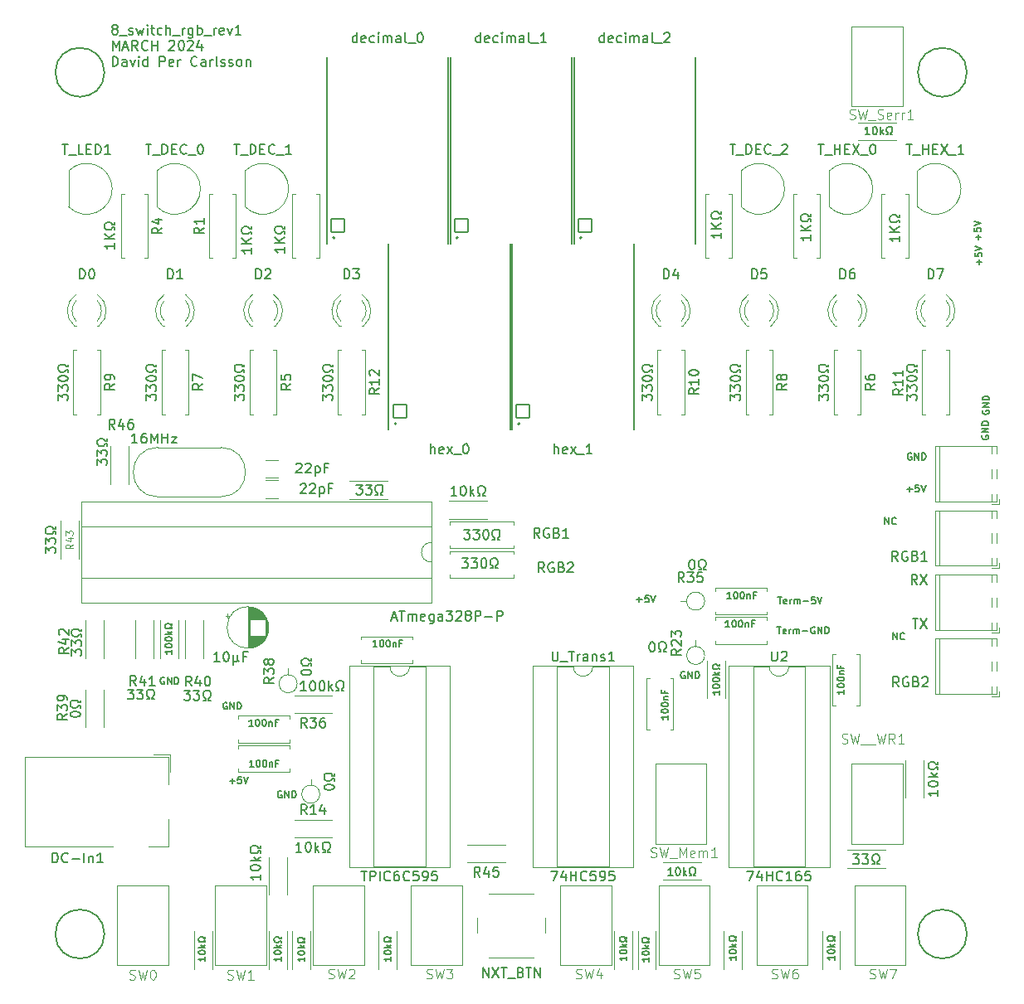
<source format=gbr>
%TF.GenerationSoftware,KiCad,Pcbnew,7.0.10*%
%TF.CreationDate,2024-03-01T17:05:21+01:00*%
%TF.ProjectId,8_switch_rgb_pcb_revision_1,385f7377-6974-4636-985f-7267625f7063,rev?*%
%TF.SameCoordinates,Original*%
%TF.FileFunction,Legend,Top*%
%TF.FilePolarity,Positive*%
%FSLAX46Y46*%
G04 Gerber Fmt 4.6, Leading zero omitted, Abs format (unit mm)*
G04 Created by KiCad (PCBNEW 7.0.10) date 2024-03-01 17:05:21*
%MOMM*%
%LPD*%
G01*
G04 APERTURE LIST*
G04 Aperture macros list*
%AMRoundRect*
0 Rectangle with rounded corners*
0 $1 Rounding radius*
0 $2 $3 $4 $5 $6 $7 $8 $9 X,Y pos of 4 corners*
0 Add a 4 corners polygon primitive as box body*
4,1,4,$2,$3,$4,$5,$6,$7,$8,$9,$2,$3,0*
0 Add four circle primitives for the rounded corners*
1,1,$1+$1,$2,$3*
1,1,$1+$1,$4,$5*
1,1,$1+$1,$6,$7*
1,1,$1+$1,$8,$9*
0 Add four rect primitives between the rounded corners*
20,1,$1+$1,$2,$3,$4,$5,0*
20,1,$1+$1,$4,$5,$6,$7,0*
20,1,$1+$1,$6,$7,$8,$9,0*
20,1,$1+$1,$8,$9,$2,$3,0*%
G04 Aperture macros list end*
%ADD10C,0.150000*%
%ADD11C,0.200000*%
%ADD12C,0.100000*%
%ADD13C,0.108000*%
%ADD14C,0.120000*%
%ADD15C,0.127000*%
%ADD16R,2.200000X2.200000*%
%ADD17C,2.200000*%
%ADD18C,1.400000*%
%ADD19O,1.400000X1.400000*%
%ADD20C,1.600000*%
%ADD21O,2.500000X1.500000*%
%ADD22R,1.800000X1.800000*%
%ADD23C,1.800000*%
%ADD24R,1.500000X1.050000*%
%ADD25O,1.500000X1.050000*%
%ADD26O,1.600000X1.600000*%
%ADD27R,2.600000X2.600000*%
%ADD28C,2.600000*%
%ADD29RoundRect,0.102000X-0.654000X-0.654000X0.654000X-0.654000X0.654000X0.654000X-0.654000X0.654000X0*%
%ADD30C,1.512000*%
%ADD31R,1.200000X1.200000*%
%ADD32C,1.200000*%
%ADD33R,1.600000X1.600000*%
%ADD34C,2.000000*%
%ADD35C,1.500000*%
G04 APERTURE END LIST*
D10*
X205259366Y-78050000D02*
X205259366Y-77516667D01*
X205526033Y-77783333D02*
X204992700Y-77783333D01*
X204826033Y-76850000D02*
X204826033Y-77183333D01*
X204826033Y-77183333D02*
X205159366Y-77216666D01*
X205159366Y-77216666D02*
X205126033Y-77183333D01*
X205126033Y-77183333D02*
X205092700Y-77116666D01*
X205092700Y-77116666D02*
X205092700Y-76950000D01*
X205092700Y-76950000D02*
X205126033Y-76883333D01*
X205126033Y-76883333D02*
X205159366Y-76850000D01*
X205159366Y-76850000D02*
X205226033Y-76816666D01*
X205226033Y-76816666D02*
X205392700Y-76816666D01*
X205392700Y-76816666D02*
X205459366Y-76850000D01*
X205459366Y-76850000D02*
X205492700Y-76883333D01*
X205492700Y-76883333D02*
X205526033Y-76950000D01*
X205526033Y-76950000D02*
X205526033Y-77116666D01*
X205526033Y-77116666D02*
X205492700Y-77183333D01*
X205492700Y-77183333D02*
X205459366Y-77216666D01*
X204826033Y-76616666D02*
X205526033Y-76383333D01*
X205526033Y-76383333D02*
X204826033Y-76149999D01*
X205159366Y-75500000D02*
X205159366Y-74966667D01*
X205426033Y-75233333D02*
X204892700Y-75233333D01*
X204726033Y-74300000D02*
X204726033Y-74633333D01*
X204726033Y-74633333D02*
X205059366Y-74666666D01*
X205059366Y-74666666D02*
X205026033Y-74633333D01*
X205026033Y-74633333D02*
X204992700Y-74566666D01*
X204992700Y-74566666D02*
X204992700Y-74400000D01*
X204992700Y-74400000D02*
X205026033Y-74333333D01*
X205026033Y-74333333D02*
X205059366Y-74300000D01*
X205059366Y-74300000D02*
X205126033Y-74266666D01*
X205126033Y-74266666D02*
X205292700Y-74266666D01*
X205292700Y-74266666D02*
X205359366Y-74300000D01*
X205359366Y-74300000D02*
X205392700Y-74333333D01*
X205392700Y-74333333D02*
X205426033Y-74400000D01*
X205426033Y-74400000D02*
X205426033Y-74566666D01*
X205426033Y-74566666D02*
X205392700Y-74633333D01*
X205392700Y-74633333D02*
X205359366Y-74666666D01*
X204726033Y-74066666D02*
X205426033Y-73833333D01*
X205426033Y-73833333D02*
X204726033Y-73599999D01*
X205589366Y-92933332D02*
X205556033Y-92999999D01*
X205556033Y-92999999D02*
X205556033Y-93099999D01*
X205556033Y-93099999D02*
X205589366Y-93199999D01*
X205589366Y-93199999D02*
X205656033Y-93266666D01*
X205656033Y-93266666D02*
X205722700Y-93299999D01*
X205722700Y-93299999D02*
X205856033Y-93333332D01*
X205856033Y-93333332D02*
X205956033Y-93333332D01*
X205956033Y-93333332D02*
X206089366Y-93299999D01*
X206089366Y-93299999D02*
X206156033Y-93266666D01*
X206156033Y-93266666D02*
X206222700Y-93199999D01*
X206222700Y-93199999D02*
X206256033Y-93099999D01*
X206256033Y-93099999D02*
X206256033Y-93033332D01*
X206256033Y-93033332D02*
X206222700Y-92933332D01*
X206222700Y-92933332D02*
X206189366Y-92899999D01*
X206189366Y-92899999D02*
X205956033Y-92899999D01*
X205956033Y-92899999D02*
X205956033Y-93033332D01*
X206256033Y-92599999D02*
X205556033Y-92599999D01*
X205556033Y-92599999D02*
X206256033Y-92199999D01*
X206256033Y-92199999D02*
X205556033Y-92199999D01*
X206256033Y-91866666D02*
X205556033Y-91866666D01*
X205556033Y-91866666D02*
X205556033Y-91699999D01*
X205556033Y-91699999D02*
X205589366Y-91599999D01*
X205589366Y-91599999D02*
X205656033Y-91533333D01*
X205656033Y-91533333D02*
X205722700Y-91499999D01*
X205722700Y-91499999D02*
X205856033Y-91466666D01*
X205856033Y-91466666D02*
X205956033Y-91466666D01*
X205956033Y-91466666D02*
X206089366Y-91499999D01*
X206089366Y-91499999D02*
X206156033Y-91533333D01*
X206156033Y-91533333D02*
X206222700Y-91599999D01*
X206222700Y-91599999D02*
X206256033Y-91699999D01*
X206256033Y-91699999D02*
X206256033Y-91866666D01*
X205539366Y-95503332D02*
X205506033Y-95569999D01*
X205506033Y-95569999D02*
X205506033Y-95669999D01*
X205506033Y-95669999D02*
X205539366Y-95769999D01*
X205539366Y-95769999D02*
X205606033Y-95836666D01*
X205606033Y-95836666D02*
X205672700Y-95869999D01*
X205672700Y-95869999D02*
X205806033Y-95903332D01*
X205806033Y-95903332D02*
X205906033Y-95903332D01*
X205906033Y-95903332D02*
X206039366Y-95869999D01*
X206039366Y-95869999D02*
X206106033Y-95836666D01*
X206106033Y-95836666D02*
X206172700Y-95769999D01*
X206172700Y-95769999D02*
X206206033Y-95669999D01*
X206206033Y-95669999D02*
X206206033Y-95603332D01*
X206206033Y-95603332D02*
X206172700Y-95503332D01*
X206172700Y-95503332D02*
X206139366Y-95469999D01*
X206139366Y-95469999D02*
X205906033Y-95469999D01*
X205906033Y-95469999D02*
X205906033Y-95603332D01*
X206206033Y-95169999D02*
X205506033Y-95169999D01*
X205506033Y-95169999D02*
X206206033Y-94769999D01*
X206206033Y-94769999D02*
X205506033Y-94769999D01*
X206206033Y-94436666D02*
X205506033Y-94436666D01*
X205506033Y-94436666D02*
X205506033Y-94269999D01*
X205506033Y-94269999D02*
X205539366Y-94169999D01*
X205539366Y-94169999D02*
X205606033Y-94103333D01*
X205606033Y-94103333D02*
X205672700Y-94069999D01*
X205672700Y-94069999D02*
X205806033Y-94036666D01*
X205806033Y-94036666D02*
X205906033Y-94036666D01*
X205906033Y-94036666D02*
X206039366Y-94069999D01*
X206039366Y-94069999D02*
X206106033Y-94103333D01*
X206106033Y-94103333D02*
X206172700Y-94169999D01*
X206172700Y-94169999D02*
X206206033Y-94269999D01*
X206206033Y-94269999D02*
X206206033Y-94436666D01*
X122086667Y-120219366D02*
X122020000Y-120186033D01*
X122020000Y-120186033D02*
X121920000Y-120186033D01*
X121920000Y-120186033D02*
X121820000Y-120219366D01*
X121820000Y-120219366D02*
X121753334Y-120286033D01*
X121753334Y-120286033D02*
X121720000Y-120352700D01*
X121720000Y-120352700D02*
X121686667Y-120486033D01*
X121686667Y-120486033D02*
X121686667Y-120586033D01*
X121686667Y-120586033D02*
X121720000Y-120719366D01*
X121720000Y-120719366D02*
X121753334Y-120786033D01*
X121753334Y-120786033D02*
X121820000Y-120852700D01*
X121820000Y-120852700D02*
X121920000Y-120886033D01*
X121920000Y-120886033D02*
X121986667Y-120886033D01*
X121986667Y-120886033D02*
X122086667Y-120852700D01*
X122086667Y-120852700D02*
X122120000Y-120819366D01*
X122120000Y-120819366D02*
X122120000Y-120586033D01*
X122120000Y-120586033D02*
X121986667Y-120586033D01*
X122420000Y-120886033D02*
X122420000Y-120186033D01*
X122420000Y-120186033D02*
X122820000Y-120886033D01*
X122820000Y-120886033D02*
X122820000Y-120186033D01*
X123153333Y-120886033D02*
X123153333Y-120186033D01*
X123153333Y-120186033D02*
X123320000Y-120186033D01*
X123320000Y-120186033D02*
X123420000Y-120219366D01*
X123420000Y-120219366D02*
X123486667Y-120286033D01*
X123486667Y-120286033D02*
X123520000Y-120352700D01*
X123520000Y-120352700D02*
X123553333Y-120486033D01*
X123553333Y-120486033D02*
X123553333Y-120586033D01*
X123553333Y-120586033D02*
X123520000Y-120719366D01*
X123520000Y-120719366D02*
X123486667Y-120786033D01*
X123486667Y-120786033D02*
X123420000Y-120852700D01*
X123420000Y-120852700D02*
X123320000Y-120886033D01*
X123320000Y-120886033D02*
X123153333Y-120886033D01*
X116959636Y-53978390D02*
X116864398Y-53930771D01*
X116864398Y-53930771D02*
X116816779Y-53883152D01*
X116816779Y-53883152D02*
X116769160Y-53787914D01*
X116769160Y-53787914D02*
X116769160Y-53740295D01*
X116769160Y-53740295D02*
X116816779Y-53645057D01*
X116816779Y-53645057D02*
X116864398Y-53597438D01*
X116864398Y-53597438D02*
X116959636Y-53549819D01*
X116959636Y-53549819D02*
X117150112Y-53549819D01*
X117150112Y-53549819D02*
X117245350Y-53597438D01*
X117245350Y-53597438D02*
X117292969Y-53645057D01*
X117292969Y-53645057D02*
X117340588Y-53740295D01*
X117340588Y-53740295D02*
X117340588Y-53787914D01*
X117340588Y-53787914D02*
X117292969Y-53883152D01*
X117292969Y-53883152D02*
X117245350Y-53930771D01*
X117245350Y-53930771D02*
X117150112Y-53978390D01*
X117150112Y-53978390D02*
X116959636Y-53978390D01*
X116959636Y-53978390D02*
X116864398Y-54026009D01*
X116864398Y-54026009D02*
X116816779Y-54073628D01*
X116816779Y-54073628D02*
X116769160Y-54168866D01*
X116769160Y-54168866D02*
X116769160Y-54359342D01*
X116769160Y-54359342D02*
X116816779Y-54454580D01*
X116816779Y-54454580D02*
X116864398Y-54502200D01*
X116864398Y-54502200D02*
X116959636Y-54549819D01*
X116959636Y-54549819D02*
X117150112Y-54549819D01*
X117150112Y-54549819D02*
X117245350Y-54502200D01*
X117245350Y-54502200D02*
X117292969Y-54454580D01*
X117292969Y-54454580D02*
X117340588Y-54359342D01*
X117340588Y-54359342D02*
X117340588Y-54168866D01*
X117340588Y-54168866D02*
X117292969Y-54073628D01*
X117292969Y-54073628D02*
X117245350Y-54026009D01*
X117245350Y-54026009D02*
X117150112Y-53978390D01*
X117531065Y-54645057D02*
X118292969Y-54645057D01*
X118483446Y-54502200D02*
X118578684Y-54549819D01*
X118578684Y-54549819D02*
X118769160Y-54549819D01*
X118769160Y-54549819D02*
X118864398Y-54502200D01*
X118864398Y-54502200D02*
X118912017Y-54406961D01*
X118912017Y-54406961D02*
X118912017Y-54359342D01*
X118912017Y-54359342D02*
X118864398Y-54264104D01*
X118864398Y-54264104D02*
X118769160Y-54216485D01*
X118769160Y-54216485D02*
X118626303Y-54216485D01*
X118626303Y-54216485D02*
X118531065Y-54168866D01*
X118531065Y-54168866D02*
X118483446Y-54073628D01*
X118483446Y-54073628D02*
X118483446Y-54026009D01*
X118483446Y-54026009D02*
X118531065Y-53930771D01*
X118531065Y-53930771D02*
X118626303Y-53883152D01*
X118626303Y-53883152D02*
X118769160Y-53883152D01*
X118769160Y-53883152D02*
X118864398Y-53930771D01*
X119245351Y-53883152D02*
X119435827Y-54549819D01*
X119435827Y-54549819D02*
X119626303Y-54073628D01*
X119626303Y-54073628D02*
X119816779Y-54549819D01*
X119816779Y-54549819D02*
X120007255Y-53883152D01*
X120388208Y-54549819D02*
X120388208Y-53883152D01*
X120388208Y-53549819D02*
X120340589Y-53597438D01*
X120340589Y-53597438D02*
X120388208Y-53645057D01*
X120388208Y-53645057D02*
X120435827Y-53597438D01*
X120435827Y-53597438D02*
X120388208Y-53549819D01*
X120388208Y-53549819D02*
X120388208Y-53645057D01*
X120721541Y-53883152D02*
X121102493Y-53883152D01*
X120864398Y-53549819D02*
X120864398Y-54406961D01*
X120864398Y-54406961D02*
X120912017Y-54502200D01*
X120912017Y-54502200D02*
X121007255Y-54549819D01*
X121007255Y-54549819D02*
X121102493Y-54549819D01*
X121864398Y-54502200D02*
X121769160Y-54549819D01*
X121769160Y-54549819D02*
X121578684Y-54549819D01*
X121578684Y-54549819D02*
X121483446Y-54502200D01*
X121483446Y-54502200D02*
X121435827Y-54454580D01*
X121435827Y-54454580D02*
X121388208Y-54359342D01*
X121388208Y-54359342D02*
X121388208Y-54073628D01*
X121388208Y-54073628D02*
X121435827Y-53978390D01*
X121435827Y-53978390D02*
X121483446Y-53930771D01*
X121483446Y-53930771D02*
X121578684Y-53883152D01*
X121578684Y-53883152D02*
X121769160Y-53883152D01*
X121769160Y-53883152D02*
X121864398Y-53930771D01*
X122292970Y-54549819D02*
X122292970Y-53549819D01*
X122721541Y-54549819D02*
X122721541Y-54026009D01*
X122721541Y-54026009D02*
X122673922Y-53930771D01*
X122673922Y-53930771D02*
X122578684Y-53883152D01*
X122578684Y-53883152D02*
X122435827Y-53883152D01*
X122435827Y-53883152D02*
X122340589Y-53930771D01*
X122340589Y-53930771D02*
X122292970Y-53978390D01*
X122959637Y-54645057D02*
X123721541Y-54645057D01*
X123959637Y-54549819D02*
X123959637Y-53883152D01*
X123959637Y-54073628D02*
X124007256Y-53978390D01*
X124007256Y-53978390D02*
X124054875Y-53930771D01*
X124054875Y-53930771D02*
X124150113Y-53883152D01*
X124150113Y-53883152D02*
X124245351Y-53883152D01*
X125007256Y-53883152D02*
X125007256Y-54692676D01*
X125007256Y-54692676D02*
X124959637Y-54787914D01*
X124959637Y-54787914D02*
X124912018Y-54835533D01*
X124912018Y-54835533D02*
X124816780Y-54883152D01*
X124816780Y-54883152D02*
X124673923Y-54883152D01*
X124673923Y-54883152D02*
X124578685Y-54835533D01*
X125007256Y-54502200D02*
X124912018Y-54549819D01*
X124912018Y-54549819D02*
X124721542Y-54549819D01*
X124721542Y-54549819D02*
X124626304Y-54502200D01*
X124626304Y-54502200D02*
X124578685Y-54454580D01*
X124578685Y-54454580D02*
X124531066Y-54359342D01*
X124531066Y-54359342D02*
X124531066Y-54073628D01*
X124531066Y-54073628D02*
X124578685Y-53978390D01*
X124578685Y-53978390D02*
X124626304Y-53930771D01*
X124626304Y-53930771D02*
X124721542Y-53883152D01*
X124721542Y-53883152D02*
X124912018Y-53883152D01*
X124912018Y-53883152D02*
X125007256Y-53930771D01*
X125483447Y-54549819D02*
X125483447Y-53549819D01*
X125483447Y-53930771D02*
X125578685Y-53883152D01*
X125578685Y-53883152D02*
X125769161Y-53883152D01*
X125769161Y-53883152D02*
X125864399Y-53930771D01*
X125864399Y-53930771D02*
X125912018Y-53978390D01*
X125912018Y-53978390D02*
X125959637Y-54073628D01*
X125959637Y-54073628D02*
X125959637Y-54359342D01*
X125959637Y-54359342D02*
X125912018Y-54454580D01*
X125912018Y-54454580D02*
X125864399Y-54502200D01*
X125864399Y-54502200D02*
X125769161Y-54549819D01*
X125769161Y-54549819D02*
X125578685Y-54549819D01*
X125578685Y-54549819D02*
X125483447Y-54502200D01*
X126150114Y-54645057D02*
X126912018Y-54645057D01*
X127150114Y-54549819D02*
X127150114Y-53883152D01*
X127150114Y-54073628D02*
X127197733Y-53978390D01*
X127197733Y-53978390D02*
X127245352Y-53930771D01*
X127245352Y-53930771D02*
X127340590Y-53883152D01*
X127340590Y-53883152D02*
X127435828Y-53883152D01*
X128150114Y-54502200D02*
X128054876Y-54549819D01*
X128054876Y-54549819D02*
X127864400Y-54549819D01*
X127864400Y-54549819D02*
X127769162Y-54502200D01*
X127769162Y-54502200D02*
X127721543Y-54406961D01*
X127721543Y-54406961D02*
X127721543Y-54026009D01*
X127721543Y-54026009D02*
X127769162Y-53930771D01*
X127769162Y-53930771D02*
X127864400Y-53883152D01*
X127864400Y-53883152D02*
X128054876Y-53883152D01*
X128054876Y-53883152D02*
X128150114Y-53930771D01*
X128150114Y-53930771D02*
X128197733Y-54026009D01*
X128197733Y-54026009D02*
X128197733Y-54121247D01*
X128197733Y-54121247D02*
X127721543Y-54216485D01*
X128531067Y-53883152D02*
X128769162Y-54549819D01*
X128769162Y-54549819D02*
X129007257Y-53883152D01*
X129912019Y-54549819D02*
X129340591Y-54549819D01*
X129626305Y-54549819D02*
X129626305Y-53549819D01*
X129626305Y-53549819D02*
X129531067Y-53692676D01*
X129531067Y-53692676D02*
X129435829Y-53787914D01*
X129435829Y-53787914D02*
X129340591Y-53835533D01*
X116816779Y-56159819D02*
X116816779Y-55159819D01*
X116816779Y-55159819D02*
X117150112Y-55874104D01*
X117150112Y-55874104D02*
X117483445Y-55159819D01*
X117483445Y-55159819D02*
X117483445Y-56159819D01*
X117912017Y-55874104D02*
X118388207Y-55874104D01*
X117816779Y-56159819D02*
X118150112Y-55159819D01*
X118150112Y-55159819D02*
X118483445Y-56159819D01*
X119388207Y-56159819D02*
X119054874Y-55683628D01*
X118816779Y-56159819D02*
X118816779Y-55159819D01*
X118816779Y-55159819D02*
X119197731Y-55159819D01*
X119197731Y-55159819D02*
X119292969Y-55207438D01*
X119292969Y-55207438D02*
X119340588Y-55255057D01*
X119340588Y-55255057D02*
X119388207Y-55350295D01*
X119388207Y-55350295D02*
X119388207Y-55493152D01*
X119388207Y-55493152D02*
X119340588Y-55588390D01*
X119340588Y-55588390D02*
X119292969Y-55636009D01*
X119292969Y-55636009D02*
X119197731Y-55683628D01*
X119197731Y-55683628D02*
X118816779Y-55683628D01*
X120388207Y-56064580D02*
X120340588Y-56112200D01*
X120340588Y-56112200D02*
X120197731Y-56159819D01*
X120197731Y-56159819D02*
X120102493Y-56159819D01*
X120102493Y-56159819D02*
X119959636Y-56112200D01*
X119959636Y-56112200D02*
X119864398Y-56016961D01*
X119864398Y-56016961D02*
X119816779Y-55921723D01*
X119816779Y-55921723D02*
X119769160Y-55731247D01*
X119769160Y-55731247D02*
X119769160Y-55588390D01*
X119769160Y-55588390D02*
X119816779Y-55397914D01*
X119816779Y-55397914D02*
X119864398Y-55302676D01*
X119864398Y-55302676D02*
X119959636Y-55207438D01*
X119959636Y-55207438D02*
X120102493Y-55159819D01*
X120102493Y-55159819D02*
X120197731Y-55159819D01*
X120197731Y-55159819D02*
X120340588Y-55207438D01*
X120340588Y-55207438D02*
X120388207Y-55255057D01*
X120816779Y-56159819D02*
X120816779Y-55159819D01*
X120816779Y-55636009D02*
X121388207Y-55636009D01*
X121388207Y-56159819D02*
X121388207Y-55159819D01*
X122578684Y-55255057D02*
X122626303Y-55207438D01*
X122626303Y-55207438D02*
X122721541Y-55159819D01*
X122721541Y-55159819D02*
X122959636Y-55159819D01*
X122959636Y-55159819D02*
X123054874Y-55207438D01*
X123054874Y-55207438D02*
X123102493Y-55255057D01*
X123102493Y-55255057D02*
X123150112Y-55350295D01*
X123150112Y-55350295D02*
X123150112Y-55445533D01*
X123150112Y-55445533D02*
X123102493Y-55588390D01*
X123102493Y-55588390D02*
X122531065Y-56159819D01*
X122531065Y-56159819D02*
X123150112Y-56159819D01*
X123769160Y-55159819D02*
X123864398Y-55159819D01*
X123864398Y-55159819D02*
X123959636Y-55207438D01*
X123959636Y-55207438D02*
X124007255Y-55255057D01*
X124007255Y-55255057D02*
X124054874Y-55350295D01*
X124054874Y-55350295D02*
X124102493Y-55540771D01*
X124102493Y-55540771D02*
X124102493Y-55778866D01*
X124102493Y-55778866D02*
X124054874Y-55969342D01*
X124054874Y-55969342D02*
X124007255Y-56064580D01*
X124007255Y-56064580D02*
X123959636Y-56112200D01*
X123959636Y-56112200D02*
X123864398Y-56159819D01*
X123864398Y-56159819D02*
X123769160Y-56159819D01*
X123769160Y-56159819D02*
X123673922Y-56112200D01*
X123673922Y-56112200D02*
X123626303Y-56064580D01*
X123626303Y-56064580D02*
X123578684Y-55969342D01*
X123578684Y-55969342D02*
X123531065Y-55778866D01*
X123531065Y-55778866D02*
X123531065Y-55540771D01*
X123531065Y-55540771D02*
X123578684Y-55350295D01*
X123578684Y-55350295D02*
X123626303Y-55255057D01*
X123626303Y-55255057D02*
X123673922Y-55207438D01*
X123673922Y-55207438D02*
X123769160Y-55159819D01*
X124483446Y-55255057D02*
X124531065Y-55207438D01*
X124531065Y-55207438D02*
X124626303Y-55159819D01*
X124626303Y-55159819D02*
X124864398Y-55159819D01*
X124864398Y-55159819D02*
X124959636Y-55207438D01*
X124959636Y-55207438D02*
X125007255Y-55255057D01*
X125007255Y-55255057D02*
X125054874Y-55350295D01*
X125054874Y-55350295D02*
X125054874Y-55445533D01*
X125054874Y-55445533D02*
X125007255Y-55588390D01*
X125007255Y-55588390D02*
X124435827Y-56159819D01*
X124435827Y-56159819D02*
X125054874Y-56159819D01*
X125912017Y-55493152D02*
X125912017Y-56159819D01*
X125673922Y-55112200D02*
X125435827Y-55826485D01*
X125435827Y-55826485D02*
X126054874Y-55826485D01*
X116816779Y-57769819D02*
X116816779Y-56769819D01*
X116816779Y-56769819D02*
X117054874Y-56769819D01*
X117054874Y-56769819D02*
X117197731Y-56817438D01*
X117197731Y-56817438D02*
X117292969Y-56912676D01*
X117292969Y-56912676D02*
X117340588Y-57007914D01*
X117340588Y-57007914D02*
X117388207Y-57198390D01*
X117388207Y-57198390D02*
X117388207Y-57341247D01*
X117388207Y-57341247D02*
X117340588Y-57531723D01*
X117340588Y-57531723D02*
X117292969Y-57626961D01*
X117292969Y-57626961D02*
X117197731Y-57722200D01*
X117197731Y-57722200D02*
X117054874Y-57769819D01*
X117054874Y-57769819D02*
X116816779Y-57769819D01*
X118245350Y-57769819D02*
X118245350Y-57246009D01*
X118245350Y-57246009D02*
X118197731Y-57150771D01*
X118197731Y-57150771D02*
X118102493Y-57103152D01*
X118102493Y-57103152D02*
X117912017Y-57103152D01*
X117912017Y-57103152D02*
X117816779Y-57150771D01*
X118245350Y-57722200D02*
X118150112Y-57769819D01*
X118150112Y-57769819D02*
X117912017Y-57769819D01*
X117912017Y-57769819D02*
X117816779Y-57722200D01*
X117816779Y-57722200D02*
X117769160Y-57626961D01*
X117769160Y-57626961D02*
X117769160Y-57531723D01*
X117769160Y-57531723D02*
X117816779Y-57436485D01*
X117816779Y-57436485D02*
X117912017Y-57388866D01*
X117912017Y-57388866D02*
X118150112Y-57388866D01*
X118150112Y-57388866D02*
X118245350Y-57341247D01*
X118626303Y-57103152D02*
X118864398Y-57769819D01*
X118864398Y-57769819D02*
X119102493Y-57103152D01*
X119483446Y-57769819D02*
X119483446Y-57103152D01*
X119483446Y-56769819D02*
X119435827Y-56817438D01*
X119435827Y-56817438D02*
X119483446Y-56865057D01*
X119483446Y-56865057D02*
X119531065Y-56817438D01*
X119531065Y-56817438D02*
X119483446Y-56769819D01*
X119483446Y-56769819D02*
X119483446Y-56865057D01*
X120388207Y-57769819D02*
X120388207Y-56769819D01*
X120388207Y-57722200D02*
X120292969Y-57769819D01*
X120292969Y-57769819D02*
X120102493Y-57769819D01*
X120102493Y-57769819D02*
X120007255Y-57722200D01*
X120007255Y-57722200D02*
X119959636Y-57674580D01*
X119959636Y-57674580D02*
X119912017Y-57579342D01*
X119912017Y-57579342D02*
X119912017Y-57293628D01*
X119912017Y-57293628D02*
X119959636Y-57198390D01*
X119959636Y-57198390D02*
X120007255Y-57150771D01*
X120007255Y-57150771D02*
X120102493Y-57103152D01*
X120102493Y-57103152D02*
X120292969Y-57103152D01*
X120292969Y-57103152D02*
X120388207Y-57150771D01*
X121626303Y-57769819D02*
X121626303Y-56769819D01*
X121626303Y-56769819D02*
X122007255Y-56769819D01*
X122007255Y-56769819D02*
X122102493Y-56817438D01*
X122102493Y-56817438D02*
X122150112Y-56865057D01*
X122150112Y-56865057D02*
X122197731Y-56960295D01*
X122197731Y-56960295D02*
X122197731Y-57103152D01*
X122197731Y-57103152D02*
X122150112Y-57198390D01*
X122150112Y-57198390D02*
X122102493Y-57246009D01*
X122102493Y-57246009D02*
X122007255Y-57293628D01*
X122007255Y-57293628D02*
X121626303Y-57293628D01*
X123007255Y-57722200D02*
X122912017Y-57769819D01*
X122912017Y-57769819D02*
X122721541Y-57769819D01*
X122721541Y-57769819D02*
X122626303Y-57722200D01*
X122626303Y-57722200D02*
X122578684Y-57626961D01*
X122578684Y-57626961D02*
X122578684Y-57246009D01*
X122578684Y-57246009D02*
X122626303Y-57150771D01*
X122626303Y-57150771D02*
X122721541Y-57103152D01*
X122721541Y-57103152D02*
X122912017Y-57103152D01*
X122912017Y-57103152D02*
X123007255Y-57150771D01*
X123007255Y-57150771D02*
X123054874Y-57246009D01*
X123054874Y-57246009D02*
X123054874Y-57341247D01*
X123054874Y-57341247D02*
X122578684Y-57436485D01*
X123483446Y-57769819D02*
X123483446Y-57103152D01*
X123483446Y-57293628D02*
X123531065Y-57198390D01*
X123531065Y-57198390D02*
X123578684Y-57150771D01*
X123578684Y-57150771D02*
X123673922Y-57103152D01*
X123673922Y-57103152D02*
X123769160Y-57103152D01*
X125435827Y-57674580D02*
X125388208Y-57722200D01*
X125388208Y-57722200D02*
X125245351Y-57769819D01*
X125245351Y-57769819D02*
X125150113Y-57769819D01*
X125150113Y-57769819D02*
X125007256Y-57722200D01*
X125007256Y-57722200D02*
X124912018Y-57626961D01*
X124912018Y-57626961D02*
X124864399Y-57531723D01*
X124864399Y-57531723D02*
X124816780Y-57341247D01*
X124816780Y-57341247D02*
X124816780Y-57198390D01*
X124816780Y-57198390D02*
X124864399Y-57007914D01*
X124864399Y-57007914D02*
X124912018Y-56912676D01*
X124912018Y-56912676D02*
X125007256Y-56817438D01*
X125007256Y-56817438D02*
X125150113Y-56769819D01*
X125150113Y-56769819D02*
X125245351Y-56769819D01*
X125245351Y-56769819D02*
X125388208Y-56817438D01*
X125388208Y-56817438D02*
X125435827Y-56865057D01*
X126292970Y-57769819D02*
X126292970Y-57246009D01*
X126292970Y-57246009D02*
X126245351Y-57150771D01*
X126245351Y-57150771D02*
X126150113Y-57103152D01*
X126150113Y-57103152D02*
X125959637Y-57103152D01*
X125959637Y-57103152D02*
X125864399Y-57150771D01*
X126292970Y-57722200D02*
X126197732Y-57769819D01*
X126197732Y-57769819D02*
X125959637Y-57769819D01*
X125959637Y-57769819D02*
X125864399Y-57722200D01*
X125864399Y-57722200D02*
X125816780Y-57626961D01*
X125816780Y-57626961D02*
X125816780Y-57531723D01*
X125816780Y-57531723D02*
X125864399Y-57436485D01*
X125864399Y-57436485D02*
X125959637Y-57388866D01*
X125959637Y-57388866D02*
X126197732Y-57388866D01*
X126197732Y-57388866D02*
X126292970Y-57341247D01*
X126769161Y-57769819D02*
X126769161Y-57103152D01*
X126769161Y-57293628D02*
X126816780Y-57198390D01*
X126816780Y-57198390D02*
X126864399Y-57150771D01*
X126864399Y-57150771D02*
X126959637Y-57103152D01*
X126959637Y-57103152D02*
X127054875Y-57103152D01*
X127531066Y-57769819D02*
X127435828Y-57722200D01*
X127435828Y-57722200D02*
X127388209Y-57626961D01*
X127388209Y-57626961D02*
X127388209Y-56769819D01*
X127864400Y-57722200D02*
X127959638Y-57769819D01*
X127959638Y-57769819D02*
X128150114Y-57769819D01*
X128150114Y-57769819D02*
X128245352Y-57722200D01*
X128245352Y-57722200D02*
X128292971Y-57626961D01*
X128292971Y-57626961D02*
X128292971Y-57579342D01*
X128292971Y-57579342D02*
X128245352Y-57484104D01*
X128245352Y-57484104D02*
X128150114Y-57436485D01*
X128150114Y-57436485D02*
X128007257Y-57436485D01*
X128007257Y-57436485D02*
X127912019Y-57388866D01*
X127912019Y-57388866D02*
X127864400Y-57293628D01*
X127864400Y-57293628D02*
X127864400Y-57246009D01*
X127864400Y-57246009D02*
X127912019Y-57150771D01*
X127912019Y-57150771D02*
X128007257Y-57103152D01*
X128007257Y-57103152D02*
X128150114Y-57103152D01*
X128150114Y-57103152D02*
X128245352Y-57150771D01*
X128673924Y-57722200D02*
X128769162Y-57769819D01*
X128769162Y-57769819D02*
X128959638Y-57769819D01*
X128959638Y-57769819D02*
X129054876Y-57722200D01*
X129054876Y-57722200D02*
X129102495Y-57626961D01*
X129102495Y-57626961D02*
X129102495Y-57579342D01*
X129102495Y-57579342D02*
X129054876Y-57484104D01*
X129054876Y-57484104D02*
X128959638Y-57436485D01*
X128959638Y-57436485D02*
X128816781Y-57436485D01*
X128816781Y-57436485D02*
X128721543Y-57388866D01*
X128721543Y-57388866D02*
X128673924Y-57293628D01*
X128673924Y-57293628D02*
X128673924Y-57246009D01*
X128673924Y-57246009D02*
X128721543Y-57150771D01*
X128721543Y-57150771D02*
X128816781Y-57103152D01*
X128816781Y-57103152D02*
X128959638Y-57103152D01*
X128959638Y-57103152D02*
X129054876Y-57150771D01*
X129673924Y-57769819D02*
X129578686Y-57722200D01*
X129578686Y-57722200D02*
X129531067Y-57674580D01*
X129531067Y-57674580D02*
X129483448Y-57579342D01*
X129483448Y-57579342D02*
X129483448Y-57293628D01*
X129483448Y-57293628D02*
X129531067Y-57198390D01*
X129531067Y-57198390D02*
X129578686Y-57150771D01*
X129578686Y-57150771D02*
X129673924Y-57103152D01*
X129673924Y-57103152D02*
X129816781Y-57103152D01*
X129816781Y-57103152D02*
X129912019Y-57150771D01*
X129912019Y-57150771D02*
X129959638Y-57198390D01*
X129959638Y-57198390D02*
X130007257Y-57293628D01*
X130007257Y-57293628D02*
X130007257Y-57579342D01*
X130007257Y-57579342D02*
X129959638Y-57674580D01*
X129959638Y-57674580D02*
X129912019Y-57722200D01*
X129912019Y-57722200D02*
X129816781Y-57769819D01*
X129816781Y-57769819D02*
X129673924Y-57769819D01*
X130435829Y-57103152D02*
X130435829Y-57769819D01*
X130435829Y-57198390D02*
X130483448Y-57150771D01*
X130483448Y-57150771D02*
X130578686Y-57103152D01*
X130578686Y-57103152D02*
X130721543Y-57103152D01*
X130721543Y-57103152D02*
X130816781Y-57150771D01*
X130816781Y-57150771D02*
X130864400Y-57246009D01*
X130864400Y-57246009D02*
X130864400Y-57769819D01*
X203980000Y-146400000D02*
G75*
G03*
X198980000Y-146400000I-2500000J0D01*
G01*
X198980000Y-146400000D02*
G75*
G03*
X203980000Y-146400000I2500000J0D01*
G01*
X115980000Y-58400000D02*
G75*
G03*
X110980000Y-58400000I-2500000J0D01*
G01*
X110980000Y-58400000D02*
G75*
G03*
X115980000Y-58400000I2500000J0D01*
G01*
X203980000Y-58400000D02*
G75*
G03*
X198980000Y-58400000I-2500000J0D01*
G01*
X198980000Y-58400000D02*
G75*
G03*
X203980000Y-58400000I2500000J0D01*
G01*
X115980000Y-146400000D02*
G75*
G03*
X110980000Y-146400000I-2500000J0D01*
G01*
X110980000Y-146400000D02*
G75*
G03*
X115980000Y-146400000I2500000J0D01*
G01*
X170299999Y-112249366D02*
X170833333Y-112249366D01*
X170566666Y-112516033D02*
X170566666Y-111982700D01*
X171500000Y-111816033D02*
X171166666Y-111816033D01*
X171166666Y-111816033D02*
X171133333Y-112149366D01*
X171133333Y-112149366D02*
X171166666Y-112116033D01*
X171166666Y-112116033D02*
X171233333Y-112082700D01*
X171233333Y-112082700D02*
X171400000Y-112082700D01*
X171400000Y-112082700D02*
X171466666Y-112116033D01*
X171466666Y-112116033D02*
X171500000Y-112149366D01*
X171500000Y-112149366D02*
X171533333Y-112216033D01*
X171533333Y-112216033D02*
X171533333Y-112382700D01*
X171533333Y-112382700D02*
X171500000Y-112449366D01*
X171500000Y-112449366D02*
X171466666Y-112482700D01*
X171466666Y-112482700D02*
X171400000Y-112516033D01*
X171400000Y-112516033D02*
X171233333Y-112516033D01*
X171233333Y-112516033D02*
X171166666Y-112482700D01*
X171166666Y-112482700D02*
X171133333Y-112449366D01*
X171733333Y-111816033D02*
X171966667Y-112516033D01*
X171966667Y-112516033D02*
X172200000Y-111816033D01*
X195620000Y-104566033D02*
X195620000Y-103866033D01*
X195620000Y-103866033D02*
X196020000Y-104566033D01*
X196020000Y-104566033D02*
X196020000Y-103866033D01*
X196753333Y-104499366D02*
X196720000Y-104532700D01*
X196720000Y-104532700D02*
X196620000Y-104566033D01*
X196620000Y-104566033D02*
X196553333Y-104566033D01*
X196553333Y-104566033D02*
X196453333Y-104532700D01*
X196453333Y-104532700D02*
X196386667Y-104466033D01*
X196386667Y-104466033D02*
X196353333Y-104399366D01*
X196353333Y-104399366D02*
X196320000Y-104266033D01*
X196320000Y-104266033D02*
X196320000Y-104166033D01*
X196320000Y-104166033D02*
X196353333Y-104032700D01*
X196353333Y-104032700D02*
X196386667Y-103966033D01*
X196386667Y-103966033D02*
X196453333Y-103899366D01*
X196453333Y-103899366D02*
X196553333Y-103866033D01*
X196553333Y-103866033D02*
X196620000Y-103866033D01*
X196620000Y-103866033D02*
X196720000Y-103899366D01*
X196720000Y-103899366D02*
X196753333Y-103932700D01*
X198326667Y-97309366D02*
X198260000Y-97276033D01*
X198260000Y-97276033D02*
X198160000Y-97276033D01*
X198160000Y-97276033D02*
X198060000Y-97309366D01*
X198060000Y-97309366D02*
X197993334Y-97376033D01*
X197993334Y-97376033D02*
X197960000Y-97442700D01*
X197960000Y-97442700D02*
X197926667Y-97576033D01*
X197926667Y-97576033D02*
X197926667Y-97676033D01*
X197926667Y-97676033D02*
X197960000Y-97809366D01*
X197960000Y-97809366D02*
X197993334Y-97876033D01*
X197993334Y-97876033D02*
X198060000Y-97942700D01*
X198060000Y-97942700D02*
X198160000Y-97976033D01*
X198160000Y-97976033D02*
X198226667Y-97976033D01*
X198226667Y-97976033D02*
X198326667Y-97942700D01*
X198326667Y-97942700D02*
X198360000Y-97909366D01*
X198360000Y-97909366D02*
X198360000Y-97676033D01*
X198360000Y-97676033D02*
X198226667Y-97676033D01*
X198660000Y-97976033D02*
X198660000Y-97276033D01*
X198660000Y-97276033D02*
X199060000Y-97976033D01*
X199060000Y-97976033D02*
X199060000Y-97276033D01*
X199393333Y-97976033D02*
X199393333Y-97276033D01*
X199393333Y-97276033D02*
X199560000Y-97276033D01*
X199560000Y-97276033D02*
X199660000Y-97309366D01*
X199660000Y-97309366D02*
X199726667Y-97376033D01*
X199726667Y-97376033D02*
X199760000Y-97442700D01*
X199760000Y-97442700D02*
X199793333Y-97576033D01*
X199793333Y-97576033D02*
X199793333Y-97676033D01*
X199793333Y-97676033D02*
X199760000Y-97809366D01*
X199760000Y-97809366D02*
X199726667Y-97876033D01*
X199726667Y-97876033D02*
X199660000Y-97942700D01*
X199660000Y-97942700D02*
X199560000Y-97976033D01*
X199560000Y-97976033D02*
X199393333Y-97976033D01*
X128486667Y-122779366D02*
X128420000Y-122746033D01*
X128420000Y-122746033D02*
X128320000Y-122746033D01*
X128320000Y-122746033D02*
X128220000Y-122779366D01*
X128220000Y-122779366D02*
X128153334Y-122846033D01*
X128153334Y-122846033D02*
X128120000Y-122912700D01*
X128120000Y-122912700D02*
X128086667Y-123046033D01*
X128086667Y-123046033D02*
X128086667Y-123146033D01*
X128086667Y-123146033D02*
X128120000Y-123279366D01*
X128120000Y-123279366D02*
X128153334Y-123346033D01*
X128153334Y-123346033D02*
X128220000Y-123412700D01*
X128220000Y-123412700D02*
X128320000Y-123446033D01*
X128320000Y-123446033D02*
X128386667Y-123446033D01*
X128386667Y-123446033D02*
X128486667Y-123412700D01*
X128486667Y-123412700D02*
X128520000Y-123379366D01*
X128520000Y-123379366D02*
X128520000Y-123146033D01*
X128520000Y-123146033D02*
X128386667Y-123146033D01*
X128820000Y-123446033D02*
X128820000Y-122746033D01*
X128820000Y-122746033D02*
X129220000Y-123446033D01*
X129220000Y-123446033D02*
X129220000Y-122746033D01*
X129553333Y-123446033D02*
X129553333Y-122746033D01*
X129553333Y-122746033D02*
X129720000Y-122746033D01*
X129720000Y-122746033D02*
X129820000Y-122779366D01*
X129820000Y-122779366D02*
X129886667Y-122846033D01*
X129886667Y-122846033D02*
X129920000Y-122912700D01*
X129920000Y-122912700D02*
X129953333Y-123046033D01*
X129953333Y-123046033D02*
X129953333Y-123146033D01*
X129953333Y-123146033D02*
X129920000Y-123279366D01*
X129920000Y-123279366D02*
X129886667Y-123346033D01*
X129886667Y-123346033D02*
X129820000Y-123412700D01*
X129820000Y-123412700D02*
X129720000Y-123446033D01*
X129720000Y-123446033D02*
X129553333Y-123446033D01*
D11*
X198428095Y-114202219D02*
X198999523Y-114202219D01*
X198713809Y-115202219D02*
X198713809Y-114202219D01*
X199237619Y-114202219D02*
X199904285Y-115202219D01*
X199904285Y-114202219D02*
X199237619Y-115202219D01*
D10*
X184690000Y-111986033D02*
X185090000Y-111986033D01*
X184890000Y-112686033D02*
X184890000Y-111986033D01*
X185590000Y-112652700D02*
X185523333Y-112686033D01*
X185523333Y-112686033D02*
X185390000Y-112686033D01*
X185390000Y-112686033D02*
X185323333Y-112652700D01*
X185323333Y-112652700D02*
X185290000Y-112586033D01*
X185290000Y-112586033D02*
X185290000Y-112319366D01*
X185290000Y-112319366D02*
X185323333Y-112252700D01*
X185323333Y-112252700D02*
X185390000Y-112219366D01*
X185390000Y-112219366D02*
X185523333Y-112219366D01*
X185523333Y-112219366D02*
X185590000Y-112252700D01*
X185590000Y-112252700D02*
X185623333Y-112319366D01*
X185623333Y-112319366D02*
X185623333Y-112386033D01*
X185623333Y-112386033D02*
X185290000Y-112452700D01*
X185923333Y-112686033D02*
X185923333Y-112219366D01*
X185923333Y-112352700D02*
X185956667Y-112286033D01*
X185956667Y-112286033D02*
X185990000Y-112252700D01*
X185990000Y-112252700D02*
X186056667Y-112219366D01*
X186056667Y-112219366D02*
X186123333Y-112219366D01*
X186356666Y-112686033D02*
X186356666Y-112219366D01*
X186356666Y-112286033D02*
X186390000Y-112252700D01*
X186390000Y-112252700D02*
X186456666Y-112219366D01*
X186456666Y-112219366D02*
X186556666Y-112219366D01*
X186556666Y-112219366D02*
X186623333Y-112252700D01*
X186623333Y-112252700D02*
X186656666Y-112319366D01*
X186656666Y-112319366D02*
X186656666Y-112686033D01*
X186656666Y-112319366D02*
X186690000Y-112252700D01*
X186690000Y-112252700D02*
X186756666Y-112219366D01*
X186756666Y-112219366D02*
X186856666Y-112219366D01*
X186856666Y-112219366D02*
X186923333Y-112252700D01*
X186923333Y-112252700D02*
X186956666Y-112319366D01*
X186956666Y-112319366D02*
X186956666Y-112686033D01*
X187289999Y-112419366D02*
X187823333Y-112419366D01*
X188490000Y-111986033D02*
X188156666Y-111986033D01*
X188156666Y-111986033D02*
X188123333Y-112319366D01*
X188123333Y-112319366D02*
X188156666Y-112286033D01*
X188156666Y-112286033D02*
X188223333Y-112252700D01*
X188223333Y-112252700D02*
X188390000Y-112252700D01*
X188390000Y-112252700D02*
X188456666Y-112286033D01*
X188456666Y-112286033D02*
X188490000Y-112319366D01*
X188490000Y-112319366D02*
X188523333Y-112386033D01*
X188523333Y-112386033D02*
X188523333Y-112552700D01*
X188523333Y-112552700D02*
X188490000Y-112619366D01*
X188490000Y-112619366D02*
X188456666Y-112652700D01*
X188456666Y-112652700D02*
X188390000Y-112686033D01*
X188390000Y-112686033D02*
X188223333Y-112686033D01*
X188223333Y-112686033D02*
X188156666Y-112652700D01*
X188156666Y-112652700D02*
X188123333Y-112619366D01*
X188723333Y-111986033D02*
X188956667Y-112686033D01*
X188956667Y-112686033D02*
X189190000Y-111986033D01*
X184616667Y-115036033D02*
X185016667Y-115036033D01*
X184816667Y-115736033D02*
X184816667Y-115036033D01*
X185516667Y-115702700D02*
X185450000Y-115736033D01*
X185450000Y-115736033D02*
X185316667Y-115736033D01*
X185316667Y-115736033D02*
X185250000Y-115702700D01*
X185250000Y-115702700D02*
X185216667Y-115636033D01*
X185216667Y-115636033D02*
X185216667Y-115369366D01*
X185216667Y-115369366D02*
X185250000Y-115302700D01*
X185250000Y-115302700D02*
X185316667Y-115269366D01*
X185316667Y-115269366D02*
X185450000Y-115269366D01*
X185450000Y-115269366D02*
X185516667Y-115302700D01*
X185516667Y-115302700D02*
X185550000Y-115369366D01*
X185550000Y-115369366D02*
X185550000Y-115436033D01*
X185550000Y-115436033D02*
X185216667Y-115502700D01*
X185850000Y-115736033D02*
X185850000Y-115269366D01*
X185850000Y-115402700D02*
X185883334Y-115336033D01*
X185883334Y-115336033D02*
X185916667Y-115302700D01*
X185916667Y-115302700D02*
X185983334Y-115269366D01*
X185983334Y-115269366D02*
X186050000Y-115269366D01*
X186283333Y-115736033D02*
X186283333Y-115269366D01*
X186283333Y-115336033D02*
X186316667Y-115302700D01*
X186316667Y-115302700D02*
X186383333Y-115269366D01*
X186383333Y-115269366D02*
X186483333Y-115269366D01*
X186483333Y-115269366D02*
X186550000Y-115302700D01*
X186550000Y-115302700D02*
X186583333Y-115369366D01*
X186583333Y-115369366D02*
X186583333Y-115736033D01*
X186583333Y-115369366D02*
X186616667Y-115302700D01*
X186616667Y-115302700D02*
X186683333Y-115269366D01*
X186683333Y-115269366D02*
X186783333Y-115269366D01*
X186783333Y-115269366D02*
X186850000Y-115302700D01*
X186850000Y-115302700D02*
X186883333Y-115369366D01*
X186883333Y-115369366D02*
X186883333Y-115736033D01*
X187216666Y-115469366D02*
X187750000Y-115469366D01*
X188450000Y-115069366D02*
X188383333Y-115036033D01*
X188383333Y-115036033D02*
X188283333Y-115036033D01*
X188283333Y-115036033D02*
X188183333Y-115069366D01*
X188183333Y-115069366D02*
X188116667Y-115136033D01*
X188116667Y-115136033D02*
X188083333Y-115202700D01*
X188083333Y-115202700D02*
X188050000Y-115336033D01*
X188050000Y-115336033D02*
X188050000Y-115436033D01*
X188050000Y-115436033D02*
X188083333Y-115569366D01*
X188083333Y-115569366D02*
X188116667Y-115636033D01*
X188116667Y-115636033D02*
X188183333Y-115702700D01*
X188183333Y-115702700D02*
X188283333Y-115736033D01*
X188283333Y-115736033D02*
X188350000Y-115736033D01*
X188350000Y-115736033D02*
X188450000Y-115702700D01*
X188450000Y-115702700D02*
X188483333Y-115669366D01*
X188483333Y-115669366D02*
X188483333Y-115436033D01*
X188483333Y-115436033D02*
X188350000Y-115436033D01*
X188783333Y-115736033D02*
X188783333Y-115036033D01*
X188783333Y-115036033D02*
X189183333Y-115736033D01*
X189183333Y-115736033D02*
X189183333Y-115036033D01*
X189516666Y-115736033D02*
X189516666Y-115036033D01*
X189516666Y-115036033D02*
X189683333Y-115036033D01*
X189683333Y-115036033D02*
X189783333Y-115069366D01*
X189783333Y-115069366D02*
X189850000Y-115136033D01*
X189850000Y-115136033D02*
X189883333Y-115202700D01*
X189883333Y-115202700D02*
X189916666Y-115336033D01*
X189916666Y-115336033D02*
X189916666Y-115436033D01*
X189916666Y-115436033D02*
X189883333Y-115569366D01*
X189883333Y-115569366D02*
X189850000Y-115636033D01*
X189850000Y-115636033D02*
X189783333Y-115702700D01*
X189783333Y-115702700D02*
X189683333Y-115736033D01*
X189683333Y-115736033D02*
X189516666Y-115736033D01*
X134056667Y-131829366D02*
X133990000Y-131796033D01*
X133990000Y-131796033D02*
X133890000Y-131796033D01*
X133890000Y-131796033D02*
X133790000Y-131829366D01*
X133790000Y-131829366D02*
X133723334Y-131896033D01*
X133723334Y-131896033D02*
X133690000Y-131962700D01*
X133690000Y-131962700D02*
X133656667Y-132096033D01*
X133656667Y-132096033D02*
X133656667Y-132196033D01*
X133656667Y-132196033D02*
X133690000Y-132329366D01*
X133690000Y-132329366D02*
X133723334Y-132396033D01*
X133723334Y-132396033D02*
X133790000Y-132462700D01*
X133790000Y-132462700D02*
X133890000Y-132496033D01*
X133890000Y-132496033D02*
X133956667Y-132496033D01*
X133956667Y-132496033D02*
X134056667Y-132462700D01*
X134056667Y-132462700D02*
X134090000Y-132429366D01*
X134090000Y-132429366D02*
X134090000Y-132196033D01*
X134090000Y-132196033D02*
X133956667Y-132196033D01*
X134390000Y-132496033D02*
X134390000Y-131796033D01*
X134390000Y-131796033D02*
X134790000Y-132496033D01*
X134790000Y-132496033D02*
X134790000Y-131796033D01*
X135123333Y-132496033D02*
X135123333Y-131796033D01*
X135123333Y-131796033D02*
X135290000Y-131796033D01*
X135290000Y-131796033D02*
X135390000Y-131829366D01*
X135390000Y-131829366D02*
X135456667Y-131896033D01*
X135456667Y-131896033D02*
X135490000Y-131962700D01*
X135490000Y-131962700D02*
X135523333Y-132096033D01*
X135523333Y-132096033D02*
X135523333Y-132196033D01*
X135523333Y-132196033D02*
X135490000Y-132329366D01*
X135490000Y-132329366D02*
X135456667Y-132396033D01*
X135456667Y-132396033D02*
X135390000Y-132462700D01*
X135390000Y-132462700D02*
X135290000Y-132496033D01*
X135290000Y-132496033D02*
X135123333Y-132496033D01*
D11*
X198913333Y-110712219D02*
X198580000Y-110236028D01*
X198341905Y-110712219D02*
X198341905Y-109712219D01*
X198341905Y-109712219D02*
X198722857Y-109712219D01*
X198722857Y-109712219D02*
X198818095Y-109759838D01*
X198818095Y-109759838D02*
X198865714Y-109807457D01*
X198865714Y-109807457D02*
X198913333Y-109902695D01*
X198913333Y-109902695D02*
X198913333Y-110045552D01*
X198913333Y-110045552D02*
X198865714Y-110140790D01*
X198865714Y-110140790D02*
X198818095Y-110188409D01*
X198818095Y-110188409D02*
X198722857Y-110236028D01*
X198722857Y-110236028D02*
X198341905Y-110236028D01*
X199246667Y-109712219D02*
X199913333Y-110712219D01*
X199913333Y-109712219D02*
X199246667Y-110712219D01*
D10*
X128749999Y-130769366D02*
X129283333Y-130769366D01*
X129016666Y-131036033D02*
X129016666Y-130502700D01*
X129950000Y-130336033D02*
X129616666Y-130336033D01*
X129616666Y-130336033D02*
X129583333Y-130669366D01*
X129583333Y-130669366D02*
X129616666Y-130636033D01*
X129616666Y-130636033D02*
X129683333Y-130602700D01*
X129683333Y-130602700D02*
X129850000Y-130602700D01*
X129850000Y-130602700D02*
X129916666Y-130636033D01*
X129916666Y-130636033D02*
X129950000Y-130669366D01*
X129950000Y-130669366D02*
X129983333Y-130736033D01*
X129983333Y-130736033D02*
X129983333Y-130902700D01*
X129983333Y-130902700D02*
X129950000Y-130969366D01*
X129950000Y-130969366D02*
X129916666Y-131002700D01*
X129916666Y-131002700D02*
X129850000Y-131036033D01*
X129850000Y-131036033D02*
X129683333Y-131036033D01*
X129683333Y-131036033D02*
X129616666Y-131002700D01*
X129616666Y-131002700D02*
X129583333Y-130969366D01*
X130183333Y-130336033D02*
X130416667Y-131036033D01*
X130416667Y-131036033D02*
X130650000Y-130336033D01*
X197889999Y-100949366D02*
X198423333Y-100949366D01*
X198156666Y-101216033D02*
X198156666Y-100682700D01*
X199090000Y-100516033D02*
X198756666Y-100516033D01*
X198756666Y-100516033D02*
X198723333Y-100849366D01*
X198723333Y-100849366D02*
X198756666Y-100816033D01*
X198756666Y-100816033D02*
X198823333Y-100782700D01*
X198823333Y-100782700D02*
X198990000Y-100782700D01*
X198990000Y-100782700D02*
X199056666Y-100816033D01*
X199056666Y-100816033D02*
X199090000Y-100849366D01*
X199090000Y-100849366D02*
X199123333Y-100916033D01*
X199123333Y-100916033D02*
X199123333Y-101082700D01*
X199123333Y-101082700D02*
X199090000Y-101149366D01*
X199090000Y-101149366D02*
X199056666Y-101182700D01*
X199056666Y-101182700D02*
X198990000Y-101216033D01*
X198990000Y-101216033D02*
X198823333Y-101216033D01*
X198823333Y-101216033D02*
X198756666Y-101182700D01*
X198756666Y-101182700D02*
X198723333Y-101149366D01*
X199323333Y-100516033D02*
X199556667Y-101216033D01*
X199556667Y-101216033D02*
X199790000Y-100516033D01*
X160393333Y-105944819D02*
X160060000Y-105468628D01*
X159821905Y-105944819D02*
X159821905Y-104944819D01*
X159821905Y-104944819D02*
X160202857Y-104944819D01*
X160202857Y-104944819D02*
X160298095Y-104992438D01*
X160298095Y-104992438D02*
X160345714Y-105040057D01*
X160345714Y-105040057D02*
X160393333Y-105135295D01*
X160393333Y-105135295D02*
X160393333Y-105278152D01*
X160393333Y-105278152D02*
X160345714Y-105373390D01*
X160345714Y-105373390D02*
X160298095Y-105421009D01*
X160298095Y-105421009D02*
X160202857Y-105468628D01*
X160202857Y-105468628D02*
X159821905Y-105468628D01*
X161345714Y-104992438D02*
X161250476Y-104944819D01*
X161250476Y-104944819D02*
X161107619Y-104944819D01*
X161107619Y-104944819D02*
X160964762Y-104992438D01*
X160964762Y-104992438D02*
X160869524Y-105087676D01*
X160869524Y-105087676D02*
X160821905Y-105182914D01*
X160821905Y-105182914D02*
X160774286Y-105373390D01*
X160774286Y-105373390D02*
X160774286Y-105516247D01*
X160774286Y-105516247D02*
X160821905Y-105706723D01*
X160821905Y-105706723D02*
X160869524Y-105801961D01*
X160869524Y-105801961D02*
X160964762Y-105897200D01*
X160964762Y-105897200D02*
X161107619Y-105944819D01*
X161107619Y-105944819D02*
X161202857Y-105944819D01*
X161202857Y-105944819D02*
X161345714Y-105897200D01*
X161345714Y-105897200D02*
X161393333Y-105849580D01*
X161393333Y-105849580D02*
X161393333Y-105516247D01*
X161393333Y-105516247D02*
X161202857Y-105516247D01*
X162155238Y-105421009D02*
X162298095Y-105468628D01*
X162298095Y-105468628D02*
X162345714Y-105516247D01*
X162345714Y-105516247D02*
X162393333Y-105611485D01*
X162393333Y-105611485D02*
X162393333Y-105754342D01*
X162393333Y-105754342D02*
X162345714Y-105849580D01*
X162345714Y-105849580D02*
X162298095Y-105897200D01*
X162298095Y-105897200D02*
X162202857Y-105944819D01*
X162202857Y-105944819D02*
X161821905Y-105944819D01*
X161821905Y-105944819D02*
X161821905Y-104944819D01*
X161821905Y-104944819D02*
X162155238Y-104944819D01*
X162155238Y-104944819D02*
X162250476Y-104992438D01*
X162250476Y-104992438D02*
X162298095Y-105040057D01*
X162298095Y-105040057D02*
X162345714Y-105135295D01*
X162345714Y-105135295D02*
X162345714Y-105230533D01*
X162345714Y-105230533D02*
X162298095Y-105325771D01*
X162298095Y-105325771D02*
X162250476Y-105373390D01*
X162250476Y-105373390D02*
X162155238Y-105421009D01*
X162155238Y-105421009D02*
X161821905Y-105421009D01*
X163345714Y-105944819D02*
X162774286Y-105944819D01*
X163060000Y-105944819D02*
X163060000Y-104944819D01*
X163060000Y-104944819D02*
X162964762Y-105087676D01*
X162964762Y-105087676D02*
X162869524Y-105182914D01*
X162869524Y-105182914D02*
X162774286Y-105230533D01*
X196470000Y-116336033D02*
X196470000Y-115636033D01*
X196470000Y-115636033D02*
X196870000Y-116336033D01*
X196870000Y-116336033D02*
X196870000Y-115636033D01*
X197603333Y-116269366D02*
X197570000Y-116302700D01*
X197570000Y-116302700D02*
X197470000Y-116336033D01*
X197470000Y-116336033D02*
X197403333Y-116336033D01*
X197403333Y-116336033D02*
X197303333Y-116302700D01*
X197303333Y-116302700D02*
X197236667Y-116236033D01*
X197236667Y-116236033D02*
X197203333Y-116169366D01*
X197203333Y-116169366D02*
X197170000Y-116036033D01*
X197170000Y-116036033D02*
X197170000Y-115936033D01*
X197170000Y-115936033D02*
X197203333Y-115802700D01*
X197203333Y-115802700D02*
X197236667Y-115736033D01*
X197236667Y-115736033D02*
X197303333Y-115669366D01*
X197303333Y-115669366D02*
X197403333Y-115636033D01*
X197403333Y-115636033D02*
X197470000Y-115636033D01*
X197470000Y-115636033D02*
X197570000Y-115669366D01*
X197570000Y-115669366D02*
X197603333Y-115702700D01*
X175196667Y-119639366D02*
X175130000Y-119606033D01*
X175130000Y-119606033D02*
X175030000Y-119606033D01*
X175030000Y-119606033D02*
X174930000Y-119639366D01*
X174930000Y-119639366D02*
X174863334Y-119706033D01*
X174863334Y-119706033D02*
X174830000Y-119772700D01*
X174830000Y-119772700D02*
X174796667Y-119906033D01*
X174796667Y-119906033D02*
X174796667Y-120006033D01*
X174796667Y-120006033D02*
X174830000Y-120139366D01*
X174830000Y-120139366D02*
X174863334Y-120206033D01*
X174863334Y-120206033D02*
X174930000Y-120272700D01*
X174930000Y-120272700D02*
X175030000Y-120306033D01*
X175030000Y-120306033D02*
X175096667Y-120306033D01*
X175096667Y-120306033D02*
X175196667Y-120272700D01*
X175196667Y-120272700D02*
X175230000Y-120239366D01*
X175230000Y-120239366D02*
X175230000Y-120006033D01*
X175230000Y-120006033D02*
X175096667Y-120006033D01*
X175530000Y-120306033D02*
X175530000Y-119606033D01*
X175530000Y-119606033D02*
X175930000Y-120306033D01*
X175930000Y-120306033D02*
X175930000Y-119606033D01*
X176263333Y-120306033D02*
X176263333Y-119606033D01*
X176263333Y-119606033D02*
X176430000Y-119606033D01*
X176430000Y-119606033D02*
X176530000Y-119639366D01*
X176530000Y-119639366D02*
X176596667Y-119706033D01*
X176596667Y-119706033D02*
X176630000Y-119772700D01*
X176630000Y-119772700D02*
X176663333Y-119906033D01*
X176663333Y-119906033D02*
X176663333Y-120006033D01*
X176663333Y-120006033D02*
X176630000Y-120139366D01*
X176630000Y-120139366D02*
X176596667Y-120206033D01*
X176596667Y-120206033D02*
X176530000Y-120272700D01*
X176530000Y-120272700D02*
X176430000Y-120306033D01*
X176430000Y-120306033D02*
X176263333Y-120306033D01*
X160863333Y-109454819D02*
X160530000Y-108978628D01*
X160291905Y-109454819D02*
X160291905Y-108454819D01*
X160291905Y-108454819D02*
X160672857Y-108454819D01*
X160672857Y-108454819D02*
X160768095Y-108502438D01*
X160768095Y-108502438D02*
X160815714Y-108550057D01*
X160815714Y-108550057D02*
X160863333Y-108645295D01*
X160863333Y-108645295D02*
X160863333Y-108788152D01*
X160863333Y-108788152D02*
X160815714Y-108883390D01*
X160815714Y-108883390D02*
X160768095Y-108931009D01*
X160768095Y-108931009D02*
X160672857Y-108978628D01*
X160672857Y-108978628D02*
X160291905Y-108978628D01*
X161815714Y-108502438D02*
X161720476Y-108454819D01*
X161720476Y-108454819D02*
X161577619Y-108454819D01*
X161577619Y-108454819D02*
X161434762Y-108502438D01*
X161434762Y-108502438D02*
X161339524Y-108597676D01*
X161339524Y-108597676D02*
X161291905Y-108692914D01*
X161291905Y-108692914D02*
X161244286Y-108883390D01*
X161244286Y-108883390D02*
X161244286Y-109026247D01*
X161244286Y-109026247D02*
X161291905Y-109216723D01*
X161291905Y-109216723D02*
X161339524Y-109311961D01*
X161339524Y-109311961D02*
X161434762Y-109407200D01*
X161434762Y-109407200D02*
X161577619Y-109454819D01*
X161577619Y-109454819D02*
X161672857Y-109454819D01*
X161672857Y-109454819D02*
X161815714Y-109407200D01*
X161815714Y-109407200D02*
X161863333Y-109359580D01*
X161863333Y-109359580D02*
X161863333Y-109026247D01*
X161863333Y-109026247D02*
X161672857Y-109026247D01*
X162625238Y-108931009D02*
X162768095Y-108978628D01*
X162768095Y-108978628D02*
X162815714Y-109026247D01*
X162815714Y-109026247D02*
X162863333Y-109121485D01*
X162863333Y-109121485D02*
X162863333Y-109264342D01*
X162863333Y-109264342D02*
X162815714Y-109359580D01*
X162815714Y-109359580D02*
X162768095Y-109407200D01*
X162768095Y-109407200D02*
X162672857Y-109454819D01*
X162672857Y-109454819D02*
X162291905Y-109454819D01*
X162291905Y-109454819D02*
X162291905Y-108454819D01*
X162291905Y-108454819D02*
X162625238Y-108454819D01*
X162625238Y-108454819D02*
X162720476Y-108502438D01*
X162720476Y-108502438D02*
X162768095Y-108550057D01*
X162768095Y-108550057D02*
X162815714Y-108645295D01*
X162815714Y-108645295D02*
X162815714Y-108740533D01*
X162815714Y-108740533D02*
X162768095Y-108835771D01*
X162768095Y-108835771D02*
X162720476Y-108883390D01*
X162720476Y-108883390D02*
X162625238Y-108931009D01*
X162625238Y-108931009D02*
X162291905Y-108931009D01*
X163244286Y-108550057D02*
X163291905Y-108502438D01*
X163291905Y-108502438D02*
X163387143Y-108454819D01*
X163387143Y-108454819D02*
X163625238Y-108454819D01*
X163625238Y-108454819D02*
X163720476Y-108502438D01*
X163720476Y-108502438D02*
X163768095Y-108550057D01*
X163768095Y-108550057D02*
X163815714Y-108645295D01*
X163815714Y-108645295D02*
X163815714Y-108740533D01*
X163815714Y-108740533D02*
X163768095Y-108883390D01*
X163768095Y-108883390D02*
X163196667Y-109454819D01*
X163196667Y-109454819D02*
X163815714Y-109454819D01*
X141679048Y-100524819D02*
X142298095Y-100524819D01*
X142298095Y-100524819D02*
X141964762Y-100905771D01*
X141964762Y-100905771D02*
X142107619Y-100905771D01*
X142107619Y-100905771D02*
X142202857Y-100953390D01*
X142202857Y-100953390D02*
X142250476Y-101001009D01*
X142250476Y-101001009D02*
X142298095Y-101096247D01*
X142298095Y-101096247D02*
X142298095Y-101334342D01*
X142298095Y-101334342D02*
X142250476Y-101429580D01*
X142250476Y-101429580D02*
X142202857Y-101477200D01*
X142202857Y-101477200D02*
X142107619Y-101524819D01*
X142107619Y-101524819D02*
X141821905Y-101524819D01*
X141821905Y-101524819D02*
X141726667Y-101477200D01*
X141726667Y-101477200D02*
X141679048Y-101429580D01*
X142631429Y-100524819D02*
X143250476Y-100524819D01*
X143250476Y-100524819D02*
X142917143Y-100905771D01*
X142917143Y-100905771D02*
X143060000Y-100905771D01*
X143060000Y-100905771D02*
X143155238Y-100953390D01*
X143155238Y-100953390D02*
X143202857Y-101001009D01*
X143202857Y-101001009D02*
X143250476Y-101096247D01*
X143250476Y-101096247D02*
X143250476Y-101334342D01*
X143250476Y-101334342D02*
X143202857Y-101429580D01*
X143202857Y-101429580D02*
X143155238Y-101477200D01*
X143155238Y-101477200D02*
X143060000Y-101524819D01*
X143060000Y-101524819D02*
X142774286Y-101524819D01*
X142774286Y-101524819D02*
X142679048Y-101477200D01*
X142679048Y-101477200D02*
X142631429Y-101429580D01*
X143631429Y-101524819D02*
X143869524Y-101524819D01*
X143869524Y-101524819D02*
X143869524Y-101334342D01*
X143869524Y-101334342D02*
X143774286Y-101286723D01*
X143774286Y-101286723D02*
X143679048Y-101191485D01*
X143679048Y-101191485D02*
X143631429Y-101048628D01*
X143631429Y-101048628D02*
X143631429Y-100810533D01*
X143631429Y-100810533D02*
X143679048Y-100667676D01*
X143679048Y-100667676D02*
X143774286Y-100572438D01*
X143774286Y-100572438D02*
X143917143Y-100524819D01*
X143917143Y-100524819D02*
X144107619Y-100524819D01*
X144107619Y-100524819D02*
X144250476Y-100572438D01*
X144250476Y-100572438D02*
X144345714Y-100667676D01*
X144345714Y-100667676D02*
X144393333Y-100810533D01*
X144393333Y-100810533D02*
X144393333Y-101048628D01*
X144393333Y-101048628D02*
X144345714Y-101191485D01*
X144345714Y-101191485D02*
X144250476Y-101286723D01*
X144250476Y-101286723D02*
X144155238Y-101334342D01*
X144155238Y-101334342D02*
X144155238Y-101524819D01*
X144155238Y-101524819D02*
X144393333Y-101524819D01*
X122881033Y-117400000D02*
X122881033Y-117800000D01*
X122881033Y-117600000D02*
X122181033Y-117600000D01*
X122181033Y-117600000D02*
X122281033Y-117666667D01*
X122281033Y-117666667D02*
X122347700Y-117733334D01*
X122347700Y-117733334D02*
X122381033Y-117800000D01*
X122181033Y-116966667D02*
X122181033Y-116900000D01*
X122181033Y-116900000D02*
X122214366Y-116833333D01*
X122214366Y-116833333D02*
X122247700Y-116800000D01*
X122247700Y-116800000D02*
X122314366Y-116766667D01*
X122314366Y-116766667D02*
X122447700Y-116733333D01*
X122447700Y-116733333D02*
X122614366Y-116733333D01*
X122614366Y-116733333D02*
X122747700Y-116766667D01*
X122747700Y-116766667D02*
X122814366Y-116800000D01*
X122814366Y-116800000D02*
X122847700Y-116833333D01*
X122847700Y-116833333D02*
X122881033Y-116900000D01*
X122881033Y-116900000D02*
X122881033Y-116966667D01*
X122881033Y-116966667D02*
X122847700Y-117033333D01*
X122847700Y-117033333D02*
X122814366Y-117066667D01*
X122814366Y-117066667D02*
X122747700Y-117100000D01*
X122747700Y-117100000D02*
X122614366Y-117133333D01*
X122614366Y-117133333D02*
X122447700Y-117133333D01*
X122447700Y-117133333D02*
X122314366Y-117100000D01*
X122314366Y-117100000D02*
X122247700Y-117066667D01*
X122247700Y-117066667D02*
X122214366Y-117033333D01*
X122214366Y-117033333D02*
X122181033Y-116966667D01*
X122181033Y-116300000D02*
X122181033Y-116233333D01*
X122181033Y-116233333D02*
X122214366Y-116166666D01*
X122214366Y-116166666D02*
X122247700Y-116133333D01*
X122247700Y-116133333D02*
X122314366Y-116100000D01*
X122314366Y-116100000D02*
X122447700Y-116066666D01*
X122447700Y-116066666D02*
X122614366Y-116066666D01*
X122614366Y-116066666D02*
X122747700Y-116100000D01*
X122747700Y-116100000D02*
X122814366Y-116133333D01*
X122814366Y-116133333D02*
X122847700Y-116166666D01*
X122847700Y-116166666D02*
X122881033Y-116233333D01*
X122881033Y-116233333D02*
X122881033Y-116300000D01*
X122881033Y-116300000D02*
X122847700Y-116366666D01*
X122847700Y-116366666D02*
X122814366Y-116400000D01*
X122814366Y-116400000D02*
X122747700Y-116433333D01*
X122747700Y-116433333D02*
X122614366Y-116466666D01*
X122614366Y-116466666D02*
X122447700Y-116466666D01*
X122447700Y-116466666D02*
X122314366Y-116433333D01*
X122314366Y-116433333D02*
X122247700Y-116400000D01*
X122247700Y-116400000D02*
X122214366Y-116366666D01*
X122214366Y-116366666D02*
X122181033Y-116300000D01*
X122881033Y-115766666D02*
X122181033Y-115766666D01*
X122614366Y-115699999D02*
X122881033Y-115499999D01*
X122414366Y-115499999D02*
X122681033Y-115766666D01*
X122881033Y-115233332D02*
X122881033Y-115066666D01*
X122881033Y-115066666D02*
X122747700Y-115066666D01*
X122747700Y-115066666D02*
X122714366Y-115133332D01*
X122714366Y-115133332D02*
X122647700Y-115199999D01*
X122647700Y-115199999D02*
X122547700Y-115233332D01*
X122547700Y-115233332D02*
X122381033Y-115233332D01*
X122381033Y-115233332D02*
X122281033Y-115199999D01*
X122281033Y-115199999D02*
X122214366Y-115133332D01*
X122214366Y-115133332D02*
X122181033Y-115033332D01*
X122181033Y-115033332D02*
X122181033Y-114899999D01*
X122181033Y-114899999D02*
X122214366Y-114799999D01*
X122214366Y-114799999D02*
X122281033Y-114733332D01*
X122281033Y-114733332D02*
X122381033Y-114699999D01*
X122381033Y-114699999D02*
X122547700Y-114699999D01*
X122547700Y-114699999D02*
X122647700Y-114733332D01*
X122647700Y-114733332D02*
X122714366Y-114799999D01*
X122714366Y-114799999D02*
X122747700Y-114866666D01*
X122747700Y-114866666D02*
X122881033Y-114866666D01*
X122881033Y-114866666D02*
X122881033Y-114699999D01*
X191456033Y-121483333D02*
X191456033Y-121883333D01*
X191456033Y-121683333D02*
X190756033Y-121683333D01*
X190756033Y-121683333D02*
X190856033Y-121750000D01*
X190856033Y-121750000D02*
X190922700Y-121816667D01*
X190922700Y-121816667D02*
X190956033Y-121883333D01*
X190756033Y-121050000D02*
X190756033Y-120983333D01*
X190756033Y-120983333D02*
X190789366Y-120916666D01*
X190789366Y-120916666D02*
X190822700Y-120883333D01*
X190822700Y-120883333D02*
X190889366Y-120850000D01*
X190889366Y-120850000D02*
X191022700Y-120816666D01*
X191022700Y-120816666D02*
X191189366Y-120816666D01*
X191189366Y-120816666D02*
X191322700Y-120850000D01*
X191322700Y-120850000D02*
X191389366Y-120883333D01*
X191389366Y-120883333D02*
X191422700Y-120916666D01*
X191422700Y-120916666D02*
X191456033Y-120983333D01*
X191456033Y-120983333D02*
X191456033Y-121050000D01*
X191456033Y-121050000D02*
X191422700Y-121116666D01*
X191422700Y-121116666D02*
X191389366Y-121150000D01*
X191389366Y-121150000D02*
X191322700Y-121183333D01*
X191322700Y-121183333D02*
X191189366Y-121216666D01*
X191189366Y-121216666D02*
X191022700Y-121216666D01*
X191022700Y-121216666D02*
X190889366Y-121183333D01*
X190889366Y-121183333D02*
X190822700Y-121150000D01*
X190822700Y-121150000D02*
X190789366Y-121116666D01*
X190789366Y-121116666D02*
X190756033Y-121050000D01*
X190756033Y-120383333D02*
X190756033Y-120316666D01*
X190756033Y-120316666D02*
X190789366Y-120249999D01*
X190789366Y-120249999D02*
X190822700Y-120216666D01*
X190822700Y-120216666D02*
X190889366Y-120183333D01*
X190889366Y-120183333D02*
X191022700Y-120149999D01*
X191022700Y-120149999D02*
X191189366Y-120149999D01*
X191189366Y-120149999D02*
X191322700Y-120183333D01*
X191322700Y-120183333D02*
X191389366Y-120216666D01*
X191389366Y-120216666D02*
X191422700Y-120249999D01*
X191422700Y-120249999D02*
X191456033Y-120316666D01*
X191456033Y-120316666D02*
X191456033Y-120383333D01*
X191456033Y-120383333D02*
X191422700Y-120449999D01*
X191422700Y-120449999D02*
X191389366Y-120483333D01*
X191389366Y-120483333D02*
X191322700Y-120516666D01*
X191322700Y-120516666D02*
X191189366Y-120549999D01*
X191189366Y-120549999D02*
X191022700Y-120549999D01*
X191022700Y-120549999D02*
X190889366Y-120516666D01*
X190889366Y-120516666D02*
X190822700Y-120483333D01*
X190822700Y-120483333D02*
X190789366Y-120449999D01*
X190789366Y-120449999D02*
X190756033Y-120383333D01*
X190989366Y-119849999D02*
X191456033Y-119849999D01*
X191056033Y-119849999D02*
X191022700Y-119816666D01*
X191022700Y-119816666D02*
X190989366Y-119749999D01*
X190989366Y-119749999D02*
X190989366Y-119649999D01*
X190989366Y-119649999D02*
X191022700Y-119583332D01*
X191022700Y-119583332D02*
X191089366Y-119549999D01*
X191089366Y-119549999D02*
X191456033Y-119549999D01*
X191089366Y-118983333D02*
X191089366Y-119216666D01*
X191456033Y-119216666D02*
X190756033Y-119216666D01*
X190756033Y-119216666D02*
X190756033Y-118883333D01*
D12*
X191233333Y-126889800D02*
X191376190Y-126937419D01*
X191376190Y-126937419D02*
X191614285Y-126937419D01*
X191614285Y-126937419D02*
X191709523Y-126889800D01*
X191709523Y-126889800D02*
X191757142Y-126842180D01*
X191757142Y-126842180D02*
X191804761Y-126746942D01*
X191804761Y-126746942D02*
X191804761Y-126651704D01*
X191804761Y-126651704D02*
X191757142Y-126556466D01*
X191757142Y-126556466D02*
X191709523Y-126508847D01*
X191709523Y-126508847D02*
X191614285Y-126461228D01*
X191614285Y-126461228D02*
X191423809Y-126413609D01*
X191423809Y-126413609D02*
X191328571Y-126365990D01*
X191328571Y-126365990D02*
X191280952Y-126318371D01*
X191280952Y-126318371D02*
X191233333Y-126223133D01*
X191233333Y-126223133D02*
X191233333Y-126127895D01*
X191233333Y-126127895D02*
X191280952Y-126032657D01*
X191280952Y-126032657D02*
X191328571Y-125985038D01*
X191328571Y-125985038D02*
X191423809Y-125937419D01*
X191423809Y-125937419D02*
X191661904Y-125937419D01*
X191661904Y-125937419D02*
X191804761Y-125985038D01*
X192138095Y-125937419D02*
X192376190Y-126937419D01*
X192376190Y-126937419D02*
X192566666Y-126223133D01*
X192566666Y-126223133D02*
X192757142Y-126937419D01*
X192757142Y-126937419D02*
X192995238Y-125937419D01*
X193138095Y-127032657D02*
X193899999Y-127032657D01*
X193900000Y-127032657D02*
X194661904Y-127032657D01*
X194804762Y-125937419D02*
X195042857Y-126937419D01*
X195042857Y-126937419D02*
X195233333Y-126223133D01*
X195233333Y-126223133D02*
X195423809Y-126937419D01*
X195423809Y-126937419D02*
X195661905Y-125937419D01*
X196614285Y-126937419D02*
X196280952Y-126461228D01*
X196042857Y-126937419D02*
X196042857Y-125937419D01*
X196042857Y-125937419D02*
X196423809Y-125937419D01*
X196423809Y-125937419D02*
X196519047Y-125985038D01*
X196519047Y-125985038D02*
X196566666Y-126032657D01*
X196566666Y-126032657D02*
X196614285Y-126127895D01*
X196614285Y-126127895D02*
X196614285Y-126270752D01*
X196614285Y-126270752D02*
X196566666Y-126365990D01*
X196566666Y-126365990D02*
X196519047Y-126413609D01*
X196519047Y-126413609D02*
X196423809Y-126461228D01*
X196423809Y-126461228D02*
X196042857Y-126461228D01*
X197566666Y-126937419D02*
X196995238Y-126937419D01*
X197280952Y-126937419D02*
X197280952Y-125937419D01*
X197280952Y-125937419D02*
X197185714Y-126080276D01*
X197185714Y-126080276D02*
X197090476Y-126175514D01*
X197090476Y-126175514D02*
X196995238Y-126223133D01*
D10*
X135987143Y-100510057D02*
X136034762Y-100462438D01*
X136034762Y-100462438D02*
X136130000Y-100414819D01*
X136130000Y-100414819D02*
X136368095Y-100414819D01*
X136368095Y-100414819D02*
X136463333Y-100462438D01*
X136463333Y-100462438D02*
X136510952Y-100510057D01*
X136510952Y-100510057D02*
X136558571Y-100605295D01*
X136558571Y-100605295D02*
X136558571Y-100700533D01*
X136558571Y-100700533D02*
X136510952Y-100843390D01*
X136510952Y-100843390D02*
X135939524Y-101414819D01*
X135939524Y-101414819D02*
X136558571Y-101414819D01*
X136939524Y-100510057D02*
X136987143Y-100462438D01*
X136987143Y-100462438D02*
X137082381Y-100414819D01*
X137082381Y-100414819D02*
X137320476Y-100414819D01*
X137320476Y-100414819D02*
X137415714Y-100462438D01*
X137415714Y-100462438D02*
X137463333Y-100510057D01*
X137463333Y-100510057D02*
X137510952Y-100605295D01*
X137510952Y-100605295D02*
X137510952Y-100700533D01*
X137510952Y-100700533D02*
X137463333Y-100843390D01*
X137463333Y-100843390D02*
X136891905Y-101414819D01*
X136891905Y-101414819D02*
X137510952Y-101414819D01*
X137939524Y-100748152D02*
X137939524Y-101748152D01*
X137939524Y-100795771D02*
X138034762Y-100748152D01*
X138034762Y-100748152D02*
X138225238Y-100748152D01*
X138225238Y-100748152D02*
X138320476Y-100795771D01*
X138320476Y-100795771D02*
X138368095Y-100843390D01*
X138368095Y-100843390D02*
X138415714Y-100938628D01*
X138415714Y-100938628D02*
X138415714Y-101224342D01*
X138415714Y-101224342D02*
X138368095Y-101319580D01*
X138368095Y-101319580D02*
X138320476Y-101367200D01*
X138320476Y-101367200D02*
X138225238Y-101414819D01*
X138225238Y-101414819D02*
X138034762Y-101414819D01*
X138034762Y-101414819D02*
X137939524Y-101367200D01*
X139177619Y-100891009D02*
X138844286Y-100891009D01*
X138844286Y-101414819D02*
X138844286Y-100414819D01*
X138844286Y-100414819D02*
X139320476Y-100414819D01*
D12*
X118546667Y-151009800D02*
X118689524Y-151057419D01*
X118689524Y-151057419D02*
X118927619Y-151057419D01*
X118927619Y-151057419D02*
X119022857Y-151009800D01*
X119022857Y-151009800D02*
X119070476Y-150962180D01*
X119070476Y-150962180D02*
X119118095Y-150866942D01*
X119118095Y-150866942D02*
X119118095Y-150771704D01*
X119118095Y-150771704D02*
X119070476Y-150676466D01*
X119070476Y-150676466D02*
X119022857Y-150628847D01*
X119022857Y-150628847D02*
X118927619Y-150581228D01*
X118927619Y-150581228D02*
X118737143Y-150533609D01*
X118737143Y-150533609D02*
X118641905Y-150485990D01*
X118641905Y-150485990D02*
X118594286Y-150438371D01*
X118594286Y-150438371D02*
X118546667Y-150343133D01*
X118546667Y-150343133D02*
X118546667Y-150247895D01*
X118546667Y-150247895D02*
X118594286Y-150152657D01*
X118594286Y-150152657D02*
X118641905Y-150105038D01*
X118641905Y-150105038D02*
X118737143Y-150057419D01*
X118737143Y-150057419D02*
X118975238Y-150057419D01*
X118975238Y-150057419D02*
X119118095Y-150105038D01*
X119451429Y-150057419D02*
X119689524Y-151057419D01*
X119689524Y-151057419D02*
X119880000Y-150343133D01*
X119880000Y-150343133D02*
X120070476Y-151057419D01*
X120070476Y-151057419D02*
X120308572Y-150057419D01*
X120880000Y-150057419D02*
X120975238Y-150057419D01*
X120975238Y-150057419D02*
X121070476Y-150105038D01*
X121070476Y-150105038D02*
X121118095Y-150152657D01*
X121118095Y-150152657D02*
X121165714Y-150247895D01*
X121165714Y-150247895D02*
X121213333Y-150438371D01*
X121213333Y-150438371D02*
X121213333Y-150676466D01*
X121213333Y-150676466D02*
X121165714Y-150866942D01*
X121165714Y-150866942D02*
X121118095Y-150962180D01*
X121118095Y-150962180D02*
X121070476Y-151009800D01*
X121070476Y-151009800D02*
X120975238Y-151057419D01*
X120975238Y-151057419D02*
X120880000Y-151057419D01*
X120880000Y-151057419D02*
X120784762Y-151009800D01*
X120784762Y-151009800D02*
X120737143Y-150962180D01*
X120737143Y-150962180D02*
X120689524Y-150866942D01*
X120689524Y-150866942D02*
X120641905Y-150676466D01*
X120641905Y-150676466D02*
X120641905Y-150438371D01*
X120641905Y-150438371D02*
X120689524Y-150247895D01*
X120689524Y-150247895D02*
X120737143Y-150152657D01*
X120737143Y-150152657D02*
X120784762Y-150105038D01*
X120784762Y-150105038D02*
X120880000Y-150057419D01*
D10*
X174844819Y-117322857D02*
X174368628Y-117656190D01*
X174844819Y-117894285D02*
X173844819Y-117894285D01*
X173844819Y-117894285D02*
X173844819Y-117513333D01*
X173844819Y-117513333D02*
X173892438Y-117418095D01*
X173892438Y-117418095D02*
X173940057Y-117370476D01*
X173940057Y-117370476D02*
X174035295Y-117322857D01*
X174035295Y-117322857D02*
X174178152Y-117322857D01*
X174178152Y-117322857D02*
X174273390Y-117370476D01*
X174273390Y-117370476D02*
X174321009Y-117418095D01*
X174321009Y-117418095D02*
X174368628Y-117513333D01*
X174368628Y-117513333D02*
X174368628Y-117894285D01*
X173940057Y-116941904D02*
X173892438Y-116894285D01*
X173892438Y-116894285D02*
X173844819Y-116799047D01*
X173844819Y-116799047D02*
X173844819Y-116560952D01*
X173844819Y-116560952D02*
X173892438Y-116465714D01*
X173892438Y-116465714D02*
X173940057Y-116418095D01*
X173940057Y-116418095D02*
X174035295Y-116370476D01*
X174035295Y-116370476D02*
X174130533Y-116370476D01*
X174130533Y-116370476D02*
X174273390Y-116418095D01*
X174273390Y-116418095D02*
X174844819Y-116989523D01*
X174844819Y-116989523D02*
X174844819Y-116370476D01*
X173844819Y-116037142D02*
X173844819Y-115418095D01*
X173844819Y-115418095D02*
X174225771Y-115751428D01*
X174225771Y-115751428D02*
X174225771Y-115608571D01*
X174225771Y-115608571D02*
X174273390Y-115513333D01*
X174273390Y-115513333D02*
X174321009Y-115465714D01*
X174321009Y-115465714D02*
X174416247Y-115418095D01*
X174416247Y-115418095D02*
X174654342Y-115418095D01*
X174654342Y-115418095D02*
X174749580Y-115465714D01*
X174749580Y-115465714D02*
X174797200Y-115513333D01*
X174797200Y-115513333D02*
X174844819Y-115608571D01*
X174844819Y-115608571D02*
X174844819Y-115894285D01*
X174844819Y-115894285D02*
X174797200Y-115989523D01*
X174797200Y-115989523D02*
X174749580Y-116037142D01*
X171810952Y-116584819D02*
X171906190Y-116584819D01*
X171906190Y-116584819D02*
X172001428Y-116632438D01*
X172001428Y-116632438D02*
X172049047Y-116680057D01*
X172049047Y-116680057D02*
X172096666Y-116775295D01*
X172096666Y-116775295D02*
X172144285Y-116965771D01*
X172144285Y-116965771D02*
X172144285Y-117203866D01*
X172144285Y-117203866D02*
X172096666Y-117394342D01*
X172096666Y-117394342D02*
X172049047Y-117489580D01*
X172049047Y-117489580D02*
X172001428Y-117537200D01*
X172001428Y-117537200D02*
X171906190Y-117584819D01*
X171906190Y-117584819D02*
X171810952Y-117584819D01*
X171810952Y-117584819D02*
X171715714Y-117537200D01*
X171715714Y-117537200D02*
X171668095Y-117489580D01*
X171668095Y-117489580D02*
X171620476Y-117394342D01*
X171620476Y-117394342D02*
X171572857Y-117203866D01*
X171572857Y-117203866D02*
X171572857Y-116965771D01*
X171572857Y-116965771D02*
X171620476Y-116775295D01*
X171620476Y-116775295D02*
X171668095Y-116680057D01*
X171668095Y-116680057D02*
X171715714Y-116632438D01*
X171715714Y-116632438D02*
X171810952Y-116584819D01*
X172525238Y-117584819D02*
X172763333Y-117584819D01*
X172763333Y-117584819D02*
X172763333Y-117394342D01*
X172763333Y-117394342D02*
X172668095Y-117346723D01*
X172668095Y-117346723D02*
X172572857Y-117251485D01*
X172572857Y-117251485D02*
X172525238Y-117108628D01*
X172525238Y-117108628D02*
X172525238Y-116870533D01*
X172525238Y-116870533D02*
X172572857Y-116727676D01*
X172572857Y-116727676D02*
X172668095Y-116632438D01*
X172668095Y-116632438D02*
X172810952Y-116584819D01*
X172810952Y-116584819D02*
X173001428Y-116584819D01*
X173001428Y-116584819D02*
X173144285Y-116632438D01*
X173144285Y-116632438D02*
X173239523Y-116727676D01*
X173239523Y-116727676D02*
X173287142Y-116870533D01*
X173287142Y-116870533D02*
X173287142Y-117108628D01*
X173287142Y-117108628D02*
X173239523Y-117251485D01*
X173239523Y-117251485D02*
X173144285Y-117346723D01*
X173144285Y-117346723D02*
X173049047Y-117394342D01*
X173049047Y-117394342D02*
X173049047Y-117584819D01*
X173049047Y-117584819D02*
X173287142Y-117584819D01*
X196943333Y-108304819D02*
X196610000Y-107828628D01*
X196371905Y-108304819D02*
X196371905Y-107304819D01*
X196371905Y-107304819D02*
X196752857Y-107304819D01*
X196752857Y-107304819D02*
X196848095Y-107352438D01*
X196848095Y-107352438D02*
X196895714Y-107400057D01*
X196895714Y-107400057D02*
X196943333Y-107495295D01*
X196943333Y-107495295D02*
X196943333Y-107638152D01*
X196943333Y-107638152D02*
X196895714Y-107733390D01*
X196895714Y-107733390D02*
X196848095Y-107781009D01*
X196848095Y-107781009D02*
X196752857Y-107828628D01*
X196752857Y-107828628D02*
X196371905Y-107828628D01*
X197895714Y-107352438D02*
X197800476Y-107304819D01*
X197800476Y-107304819D02*
X197657619Y-107304819D01*
X197657619Y-107304819D02*
X197514762Y-107352438D01*
X197514762Y-107352438D02*
X197419524Y-107447676D01*
X197419524Y-107447676D02*
X197371905Y-107542914D01*
X197371905Y-107542914D02*
X197324286Y-107733390D01*
X197324286Y-107733390D02*
X197324286Y-107876247D01*
X197324286Y-107876247D02*
X197371905Y-108066723D01*
X197371905Y-108066723D02*
X197419524Y-108161961D01*
X197419524Y-108161961D02*
X197514762Y-108257200D01*
X197514762Y-108257200D02*
X197657619Y-108304819D01*
X197657619Y-108304819D02*
X197752857Y-108304819D01*
X197752857Y-108304819D02*
X197895714Y-108257200D01*
X197895714Y-108257200D02*
X197943333Y-108209580D01*
X197943333Y-108209580D02*
X197943333Y-107876247D01*
X197943333Y-107876247D02*
X197752857Y-107876247D01*
X198705238Y-107781009D02*
X198848095Y-107828628D01*
X198848095Y-107828628D02*
X198895714Y-107876247D01*
X198895714Y-107876247D02*
X198943333Y-107971485D01*
X198943333Y-107971485D02*
X198943333Y-108114342D01*
X198943333Y-108114342D02*
X198895714Y-108209580D01*
X198895714Y-108209580D02*
X198848095Y-108257200D01*
X198848095Y-108257200D02*
X198752857Y-108304819D01*
X198752857Y-108304819D02*
X198371905Y-108304819D01*
X198371905Y-108304819D02*
X198371905Y-107304819D01*
X198371905Y-107304819D02*
X198705238Y-107304819D01*
X198705238Y-107304819D02*
X198800476Y-107352438D01*
X198800476Y-107352438D02*
X198848095Y-107400057D01*
X198848095Y-107400057D02*
X198895714Y-107495295D01*
X198895714Y-107495295D02*
X198895714Y-107590533D01*
X198895714Y-107590533D02*
X198848095Y-107685771D01*
X198848095Y-107685771D02*
X198800476Y-107733390D01*
X198800476Y-107733390D02*
X198705238Y-107781009D01*
X198705238Y-107781009D02*
X198371905Y-107781009D01*
X199895714Y-108304819D02*
X199324286Y-108304819D01*
X199610000Y-108304819D02*
X199610000Y-107304819D01*
X199610000Y-107304819D02*
X199514762Y-107447676D01*
X199514762Y-107447676D02*
X199419524Y-107542914D01*
X199419524Y-107542914D02*
X199324286Y-107590533D01*
X133264819Y-120212857D02*
X132788628Y-120546190D01*
X133264819Y-120784285D02*
X132264819Y-120784285D01*
X132264819Y-120784285D02*
X132264819Y-120403333D01*
X132264819Y-120403333D02*
X132312438Y-120308095D01*
X132312438Y-120308095D02*
X132360057Y-120260476D01*
X132360057Y-120260476D02*
X132455295Y-120212857D01*
X132455295Y-120212857D02*
X132598152Y-120212857D01*
X132598152Y-120212857D02*
X132693390Y-120260476D01*
X132693390Y-120260476D02*
X132741009Y-120308095D01*
X132741009Y-120308095D02*
X132788628Y-120403333D01*
X132788628Y-120403333D02*
X132788628Y-120784285D01*
X132264819Y-119879523D02*
X132264819Y-119260476D01*
X132264819Y-119260476D02*
X132645771Y-119593809D01*
X132645771Y-119593809D02*
X132645771Y-119450952D01*
X132645771Y-119450952D02*
X132693390Y-119355714D01*
X132693390Y-119355714D02*
X132741009Y-119308095D01*
X132741009Y-119308095D02*
X132836247Y-119260476D01*
X132836247Y-119260476D02*
X133074342Y-119260476D01*
X133074342Y-119260476D02*
X133169580Y-119308095D01*
X133169580Y-119308095D02*
X133217200Y-119355714D01*
X133217200Y-119355714D02*
X133264819Y-119450952D01*
X133264819Y-119450952D02*
X133264819Y-119736666D01*
X133264819Y-119736666D02*
X133217200Y-119831904D01*
X133217200Y-119831904D02*
X133169580Y-119879523D01*
X132693390Y-118689047D02*
X132645771Y-118784285D01*
X132645771Y-118784285D02*
X132598152Y-118831904D01*
X132598152Y-118831904D02*
X132502914Y-118879523D01*
X132502914Y-118879523D02*
X132455295Y-118879523D01*
X132455295Y-118879523D02*
X132360057Y-118831904D01*
X132360057Y-118831904D02*
X132312438Y-118784285D01*
X132312438Y-118784285D02*
X132264819Y-118689047D01*
X132264819Y-118689047D02*
X132264819Y-118498571D01*
X132264819Y-118498571D02*
X132312438Y-118403333D01*
X132312438Y-118403333D02*
X132360057Y-118355714D01*
X132360057Y-118355714D02*
X132455295Y-118308095D01*
X132455295Y-118308095D02*
X132502914Y-118308095D01*
X132502914Y-118308095D02*
X132598152Y-118355714D01*
X132598152Y-118355714D02*
X132645771Y-118403333D01*
X132645771Y-118403333D02*
X132693390Y-118498571D01*
X132693390Y-118498571D02*
X132693390Y-118689047D01*
X132693390Y-118689047D02*
X132741009Y-118784285D01*
X132741009Y-118784285D02*
X132788628Y-118831904D01*
X132788628Y-118831904D02*
X132883866Y-118879523D01*
X132883866Y-118879523D02*
X133074342Y-118879523D01*
X133074342Y-118879523D02*
X133169580Y-118831904D01*
X133169580Y-118831904D02*
X133217200Y-118784285D01*
X133217200Y-118784285D02*
X133264819Y-118689047D01*
X133264819Y-118689047D02*
X133264819Y-118498571D01*
X133264819Y-118498571D02*
X133217200Y-118403333D01*
X133217200Y-118403333D02*
X133169580Y-118355714D01*
X133169580Y-118355714D02*
X133074342Y-118308095D01*
X133074342Y-118308095D02*
X132883866Y-118308095D01*
X132883866Y-118308095D02*
X132788628Y-118355714D01*
X132788628Y-118355714D02*
X132741009Y-118403333D01*
X132741009Y-118403333D02*
X132693390Y-118498571D01*
X136084819Y-119729047D02*
X136084819Y-119633809D01*
X136084819Y-119633809D02*
X136132438Y-119538571D01*
X136132438Y-119538571D02*
X136180057Y-119490952D01*
X136180057Y-119490952D02*
X136275295Y-119443333D01*
X136275295Y-119443333D02*
X136465771Y-119395714D01*
X136465771Y-119395714D02*
X136703866Y-119395714D01*
X136703866Y-119395714D02*
X136894342Y-119443333D01*
X136894342Y-119443333D02*
X136989580Y-119490952D01*
X136989580Y-119490952D02*
X137037200Y-119538571D01*
X137037200Y-119538571D02*
X137084819Y-119633809D01*
X137084819Y-119633809D02*
X137084819Y-119729047D01*
X137084819Y-119729047D02*
X137037200Y-119824285D01*
X137037200Y-119824285D02*
X136989580Y-119871904D01*
X136989580Y-119871904D02*
X136894342Y-119919523D01*
X136894342Y-119919523D02*
X136703866Y-119967142D01*
X136703866Y-119967142D02*
X136465771Y-119967142D01*
X136465771Y-119967142D02*
X136275295Y-119919523D01*
X136275295Y-119919523D02*
X136180057Y-119871904D01*
X136180057Y-119871904D02*
X136132438Y-119824285D01*
X136132438Y-119824285D02*
X136084819Y-119729047D01*
X137084819Y-119014761D02*
X137084819Y-118776666D01*
X137084819Y-118776666D02*
X136894342Y-118776666D01*
X136894342Y-118776666D02*
X136846723Y-118871904D01*
X136846723Y-118871904D02*
X136751485Y-118967142D01*
X136751485Y-118967142D02*
X136608628Y-119014761D01*
X136608628Y-119014761D02*
X136370533Y-119014761D01*
X136370533Y-119014761D02*
X136227676Y-118967142D01*
X136227676Y-118967142D02*
X136132438Y-118871904D01*
X136132438Y-118871904D02*
X136084819Y-118729047D01*
X136084819Y-118729047D02*
X136084819Y-118538571D01*
X136084819Y-118538571D02*
X136132438Y-118395714D01*
X136132438Y-118395714D02*
X136227676Y-118300476D01*
X136227676Y-118300476D02*
X136370533Y-118252857D01*
X136370533Y-118252857D02*
X136608628Y-118252857D01*
X136608628Y-118252857D02*
X136751485Y-118300476D01*
X136751485Y-118300476D02*
X136846723Y-118395714D01*
X136846723Y-118395714D02*
X136894342Y-118490952D01*
X136894342Y-118490952D02*
X137084819Y-118490952D01*
X137084819Y-118490952D02*
X137084819Y-118252857D01*
X182041905Y-79484819D02*
X182041905Y-78484819D01*
X182041905Y-78484819D02*
X182280000Y-78484819D01*
X182280000Y-78484819D02*
X182422857Y-78532438D01*
X182422857Y-78532438D02*
X182518095Y-78627676D01*
X182518095Y-78627676D02*
X182565714Y-78722914D01*
X182565714Y-78722914D02*
X182613333Y-78913390D01*
X182613333Y-78913390D02*
X182613333Y-79056247D01*
X182613333Y-79056247D02*
X182565714Y-79246723D01*
X182565714Y-79246723D02*
X182518095Y-79341961D01*
X182518095Y-79341961D02*
X182422857Y-79437200D01*
X182422857Y-79437200D02*
X182280000Y-79484819D01*
X182280000Y-79484819D02*
X182041905Y-79484819D01*
X183518095Y-78484819D02*
X183041905Y-78484819D01*
X183041905Y-78484819D02*
X182994286Y-78961009D01*
X182994286Y-78961009D02*
X183041905Y-78913390D01*
X183041905Y-78913390D02*
X183137143Y-78865771D01*
X183137143Y-78865771D02*
X183375238Y-78865771D01*
X183375238Y-78865771D02*
X183470476Y-78913390D01*
X183470476Y-78913390D02*
X183518095Y-78961009D01*
X183518095Y-78961009D02*
X183565714Y-79056247D01*
X183565714Y-79056247D02*
X183565714Y-79294342D01*
X183565714Y-79294342D02*
X183518095Y-79389580D01*
X183518095Y-79389580D02*
X183470476Y-79437200D01*
X183470476Y-79437200D02*
X183375238Y-79484819D01*
X183375238Y-79484819D02*
X183137143Y-79484819D01*
X183137143Y-79484819D02*
X183041905Y-79437200D01*
X183041905Y-79437200D02*
X182994286Y-79389580D01*
X120203809Y-65754819D02*
X120775237Y-65754819D01*
X120489523Y-66754819D02*
X120489523Y-65754819D01*
X120870476Y-66850057D02*
X121632380Y-66850057D01*
X121870476Y-66754819D02*
X121870476Y-65754819D01*
X121870476Y-65754819D02*
X122108571Y-65754819D01*
X122108571Y-65754819D02*
X122251428Y-65802438D01*
X122251428Y-65802438D02*
X122346666Y-65897676D01*
X122346666Y-65897676D02*
X122394285Y-65992914D01*
X122394285Y-65992914D02*
X122441904Y-66183390D01*
X122441904Y-66183390D02*
X122441904Y-66326247D01*
X122441904Y-66326247D02*
X122394285Y-66516723D01*
X122394285Y-66516723D02*
X122346666Y-66611961D01*
X122346666Y-66611961D02*
X122251428Y-66707200D01*
X122251428Y-66707200D02*
X122108571Y-66754819D01*
X122108571Y-66754819D02*
X121870476Y-66754819D01*
X122870476Y-66231009D02*
X123203809Y-66231009D01*
X123346666Y-66754819D02*
X122870476Y-66754819D01*
X122870476Y-66754819D02*
X122870476Y-65754819D01*
X122870476Y-65754819D02*
X123346666Y-65754819D01*
X124346666Y-66659580D02*
X124299047Y-66707200D01*
X124299047Y-66707200D02*
X124156190Y-66754819D01*
X124156190Y-66754819D02*
X124060952Y-66754819D01*
X124060952Y-66754819D02*
X123918095Y-66707200D01*
X123918095Y-66707200D02*
X123822857Y-66611961D01*
X123822857Y-66611961D02*
X123775238Y-66516723D01*
X123775238Y-66516723D02*
X123727619Y-66326247D01*
X123727619Y-66326247D02*
X123727619Y-66183390D01*
X123727619Y-66183390D02*
X123775238Y-65992914D01*
X123775238Y-65992914D02*
X123822857Y-65897676D01*
X123822857Y-65897676D02*
X123918095Y-65802438D01*
X123918095Y-65802438D02*
X124060952Y-65754819D01*
X124060952Y-65754819D02*
X124156190Y-65754819D01*
X124156190Y-65754819D02*
X124299047Y-65802438D01*
X124299047Y-65802438D02*
X124346666Y-65850057D01*
X124537143Y-66850057D02*
X125299047Y-66850057D01*
X125727619Y-65754819D02*
X125822857Y-65754819D01*
X125822857Y-65754819D02*
X125918095Y-65802438D01*
X125918095Y-65802438D02*
X125965714Y-65850057D01*
X125965714Y-65850057D02*
X126013333Y-65945295D01*
X126013333Y-65945295D02*
X126060952Y-66135771D01*
X126060952Y-66135771D02*
X126060952Y-66373866D01*
X126060952Y-66373866D02*
X126013333Y-66564342D01*
X126013333Y-66564342D02*
X125965714Y-66659580D01*
X125965714Y-66659580D02*
X125918095Y-66707200D01*
X125918095Y-66707200D02*
X125822857Y-66754819D01*
X125822857Y-66754819D02*
X125727619Y-66754819D01*
X125727619Y-66754819D02*
X125632381Y-66707200D01*
X125632381Y-66707200D02*
X125584762Y-66659580D01*
X125584762Y-66659580D02*
X125537143Y-66564342D01*
X125537143Y-66564342D02*
X125489524Y-66373866D01*
X125489524Y-66373866D02*
X125489524Y-66135771D01*
X125489524Y-66135771D02*
X125537143Y-65945295D01*
X125537143Y-65945295D02*
X125584762Y-65850057D01*
X125584762Y-65850057D02*
X125632381Y-65802438D01*
X125632381Y-65802438D02*
X125727619Y-65754819D01*
X134384819Y-76255714D02*
X134384819Y-76827142D01*
X134384819Y-76541428D02*
X133384819Y-76541428D01*
X133384819Y-76541428D02*
X133527676Y-76636666D01*
X133527676Y-76636666D02*
X133622914Y-76731904D01*
X133622914Y-76731904D02*
X133670533Y-76827142D01*
X134384819Y-75827142D02*
X133384819Y-75827142D01*
X134384819Y-75255714D02*
X133813390Y-75684285D01*
X133384819Y-75255714D02*
X133956247Y-75827142D01*
X134384819Y-74874761D02*
X134384819Y-74636666D01*
X134384819Y-74636666D02*
X134194342Y-74636666D01*
X134194342Y-74636666D02*
X134146723Y-74731904D01*
X134146723Y-74731904D02*
X134051485Y-74827142D01*
X134051485Y-74827142D02*
X133908628Y-74874761D01*
X133908628Y-74874761D02*
X133670533Y-74874761D01*
X133670533Y-74874761D02*
X133527676Y-74827142D01*
X133527676Y-74827142D02*
X133432438Y-74731904D01*
X133432438Y-74731904D02*
X133384819Y-74589047D01*
X133384819Y-74589047D02*
X133384819Y-74398571D01*
X133384819Y-74398571D02*
X133432438Y-74255714D01*
X133432438Y-74255714D02*
X133527676Y-74160476D01*
X133527676Y-74160476D02*
X133670533Y-74112857D01*
X133670533Y-74112857D02*
X133908628Y-74112857D01*
X133908628Y-74112857D02*
X134051485Y-74160476D01*
X134051485Y-74160476D02*
X134146723Y-74255714D01*
X134146723Y-74255714D02*
X134194342Y-74350952D01*
X134194342Y-74350952D02*
X134384819Y-74350952D01*
X134384819Y-74350952D02*
X134384819Y-74112857D01*
X192359048Y-138264819D02*
X192978095Y-138264819D01*
X192978095Y-138264819D02*
X192644762Y-138645771D01*
X192644762Y-138645771D02*
X192787619Y-138645771D01*
X192787619Y-138645771D02*
X192882857Y-138693390D01*
X192882857Y-138693390D02*
X192930476Y-138741009D01*
X192930476Y-138741009D02*
X192978095Y-138836247D01*
X192978095Y-138836247D02*
X192978095Y-139074342D01*
X192978095Y-139074342D02*
X192930476Y-139169580D01*
X192930476Y-139169580D02*
X192882857Y-139217200D01*
X192882857Y-139217200D02*
X192787619Y-139264819D01*
X192787619Y-139264819D02*
X192501905Y-139264819D01*
X192501905Y-139264819D02*
X192406667Y-139217200D01*
X192406667Y-139217200D02*
X192359048Y-139169580D01*
X193311429Y-138264819D02*
X193930476Y-138264819D01*
X193930476Y-138264819D02*
X193597143Y-138645771D01*
X193597143Y-138645771D02*
X193740000Y-138645771D01*
X193740000Y-138645771D02*
X193835238Y-138693390D01*
X193835238Y-138693390D02*
X193882857Y-138741009D01*
X193882857Y-138741009D02*
X193930476Y-138836247D01*
X193930476Y-138836247D02*
X193930476Y-139074342D01*
X193930476Y-139074342D02*
X193882857Y-139169580D01*
X193882857Y-139169580D02*
X193835238Y-139217200D01*
X193835238Y-139217200D02*
X193740000Y-139264819D01*
X193740000Y-139264819D02*
X193454286Y-139264819D01*
X193454286Y-139264819D02*
X193359048Y-139217200D01*
X193359048Y-139217200D02*
X193311429Y-139169580D01*
X194311429Y-139264819D02*
X194549524Y-139264819D01*
X194549524Y-139264819D02*
X194549524Y-139074342D01*
X194549524Y-139074342D02*
X194454286Y-139026723D01*
X194454286Y-139026723D02*
X194359048Y-138931485D01*
X194359048Y-138931485D02*
X194311429Y-138788628D01*
X194311429Y-138788628D02*
X194311429Y-138550533D01*
X194311429Y-138550533D02*
X194359048Y-138407676D01*
X194359048Y-138407676D02*
X194454286Y-138312438D01*
X194454286Y-138312438D02*
X194597143Y-138264819D01*
X194597143Y-138264819D02*
X194787619Y-138264819D01*
X194787619Y-138264819D02*
X194930476Y-138312438D01*
X194930476Y-138312438D02*
X195025714Y-138407676D01*
X195025714Y-138407676D02*
X195073333Y-138550533D01*
X195073333Y-138550533D02*
X195073333Y-138788628D01*
X195073333Y-138788628D02*
X195025714Y-138931485D01*
X195025714Y-138931485D02*
X194930476Y-139026723D01*
X194930476Y-139026723D02*
X194835238Y-139074342D01*
X194835238Y-139074342D02*
X194835238Y-139264819D01*
X194835238Y-139264819D02*
X195073333Y-139264819D01*
X110682381Y-139104819D02*
X110682381Y-138104819D01*
X110682381Y-138104819D02*
X110920476Y-138104819D01*
X110920476Y-138104819D02*
X111063333Y-138152438D01*
X111063333Y-138152438D02*
X111158571Y-138247676D01*
X111158571Y-138247676D02*
X111206190Y-138342914D01*
X111206190Y-138342914D02*
X111253809Y-138533390D01*
X111253809Y-138533390D02*
X111253809Y-138676247D01*
X111253809Y-138676247D02*
X111206190Y-138866723D01*
X111206190Y-138866723D02*
X111158571Y-138961961D01*
X111158571Y-138961961D02*
X111063333Y-139057200D01*
X111063333Y-139057200D02*
X110920476Y-139104819D01*
X110920476Y-139104819D02*
X110682381Y-139104819D01*
X112253809Y-139009580D02*
X112206190Y-139057200D01*
X112206190Y-139057200D02*
X112063333Y-139104819D01*
X112063333Y-139104819D02*
X111968095Y-139104819D01*
X111968095Y-139104819D02*
X111825238Y-139057200D01*
X111825238Y-139057200D02*
X111730000Y-138961961D01*
X111730000Y-138961961D02*
X111682381Y-138866723D01*
X111682381Y-138866723D02*
X111634762Y-138676247D01*
X111634762Y-138676247D02*
X111634762Y-138533390D01*
X111634762Y-138533390D02*
X111682381Y-138342914D01*
X111682381Y-138342914D02*
X111730000Y-138247676D01*
X111730000Y-138247676D02*
X111825238Y-138152438D01*
X111825238Y-138152438D02*
X111968095Y-138104819D01*
X111968095Y-138104819D02*
X112063333Y-138104819D01*
X112063333Y-138104819D02*
X112206190Y-138152438D01*
X112206190Y-138152438D02*
X112253809Y-138200057D01*
X112682381Y-138723866D02*
X113444286Y-138723866D01*
X113920476Y-139104819D02*
X113920476Y-138104819D01*
X114396666Y-138438152D02*
X114396666Y-139104819D01*
X114396666Y-138533390D02*
X114444285Y-138485771D01*
X114444285Y-138485771D02*
X114539523Y-138438152D01*
X114539523Y-138438152D02*
X114682380Y-138438152D01*
X114682380Y-138438152D02*
X114777618Y-138485771D01*
X114777618Y-138485771D02*
X114825237Y-138581009D01*
X114825237Y-138581009D02*
X114825237Y-139104819D01*
X115825237Y-139104819D02*
X115253809Y-139104819D01*
X115539523Y-139104819D02*
X115539523Y-138104819D01*
X115539523Y-138104819D02*
X115444285Y-138247676D01*
X115444285Y-138247676D02*
X115349047Y-138342914D01*
X115349047Y-138342914D02*
X115253809Y-138390533D01*
X173506033Y-124083333D02*
X173506033Y-124483333D01*
X173506033Y-124283333D02*
X172806033Y-124283333D01*
X172806033Y-124283333D02*
X172906033Y-124350000D01*
X172906033Y-124350000D02*
X172972700Y-124416667D01*
X172972700Y-124416667D02*
X173006033Y-124483333D01*
X172806033Y-123650000D02*
X172806033Y-123583333D01*
X172806033Y-123583333D02*
X172839366Y-123516666D01*
X172839366Y-123516666D02*
X172872700Y-123483333D01*
X172872700Y-123483333D02*
X172939366Y-123450000D01*
X172939366Y-123450000D02*
X173072700Y-123416666D01*
X173072700Y-123416666D02*
X173239366Y-123416666D01*
X173239366Y-123416666D02*
X173372700Y-123450000D01*
X173372700Y-123450000D02*
X173439366Y-123483333D01*
X173439366Y-123483333D02*
X173472700Y-123516666D01*
X173472700Y-123516666D02*
X173506033Y-123583333D01*
X173506033Y-123583333D02*
X173506033Y-123650000D01*
X173506033Y-123650000D02*
X173472700Y-123716666D01*
X173472700Y-123716666D02*
X173439366Y-123750000D01*
X173439366Y-123750000D02*
X173372700Y-123783333D01*
X173372700Y-123783333D02*
X173239366Y-123816666D01*
X173239366Y-123816666D02*
X173072700Y-123816666D01*
X173072700Y-123816666D02*
X172939366Y-123783333D01*
X172939366Y-123783333D02*
X172872700Y-123750000D01*
X172872700Y-123750000D02*
X172839366Y-123716666D01*
X172839366Y-123716666D02*
X172806033Y-123650000D01*
X172806033Y-122983333D02*
X172806033Y-122916666D01*
X172806033Y-122916666D02*
X172839366Y-122849999D01*
X172839366Y-122849999D02*
X172872700Y-122816666D01*
X172872700Y-122816666D02*
X172939366Y-122783333D01*
X172939366Y-122783333D02*
X173072700Y-122749999D01*
X173072700Y-122749999D02*
X173239366Y-122749999D01*
X173239366Y-122749999D02*
X173372700Y-122783333D01*
X173372700Y-122783333D02*
X173439366Y-122816666D01*
X173439366Y-122816666D02*
X173472700Y-122849999D01*
X173472700Y-122849999D02*
X173506033Y-122916666D01*
X173506033Y-122916666D02*
X173506033Y-122983333D01*
X173506033Y-122983333D02*
X173472700Y-123049999D01*
X173472700Y-123049999D02*
X173439366Y-123083333D01*
X173439366Y-123083333D02*
X173372700Y-123116666D01*
X173372700Y-123116666D02*
X173239366Y-123149999D01*
X173239366Y-123149999D02*
X173072700Y-123149999D01*
X173072700Y-123149999D02*
X172939366Y-123116666D01*
X172939366Y-123116666D02*
X172872700Y-123083333D01*
X172872700Y-123083333D02*
X172839366Y-123049999D01*
X172839366Y-123049999D02*
X172806033Y-122983333D01*
X173039366Y-122449999D02*
X173506033Y-122449999D01*
X173106033Y-122449999D02*
X173072700Y-122416666D01*
X173072700Y-122416666D02*
X173039366Y-122349999D01*
X173039366Y-122349999D02*
X173039366Y-122249999D01*
X173039366Y-122249999D02*
X173072700Y-122183332D01*
X173072700Y-122183332D02*
X173139366Y-122149999D01*
X173139366Y-122149999D02*
X173506033Y-122149999D01*
X173139366Y-121583333D02*
X173139366Y-121816666D01*
X173506033Y-121816666D02*
X172806033Y-121816666D01*
X172806033Y-121816666D02*
X172806033Y-121483333D01*
X180446033Y-148646666D02*
X180446033Y-149046666D01*
X180446033Y-148846666D02*
X179746033Y-148846666D01*
X179746033Y-148846666D02*
X179846033Y-148913333D01*
X179846033Y-148913333D02*
X179912700Y-148980000D01*
X179912700Y-148980000D02*
X179946033Y-149046666D01*
X179746033Y-148213333D02*
X179746033Y-148146666D01*
X179746033Y-148146666D02*
X179779366Y-148079999D01*
X179779366Y-148079999D02*
X179812700Y-148046666D01*
X179812700Y-148046666D02*
X179879366Y-148013333D01*
X179879366Y-148013333D02*
X180012700Y-147979999D01*
X180012700Y-147979999D02*
X180179366Y-147979999D01*
X180179366Y-147979999D02*
X180312700Y-148013333D01*
X180312700Y-148013333D02*
X180379366Y-148046666D01*
X180379366Y-148046666D02*
X180412700Y-148079999D01*
X180412700Y-148079999D02*
X180446033Y-148146666D01*
X180446033Y-148146666D02*
X180446033Y-148213333D01*
X180446033Y-148213333D02*
X180412700Y-148279999D01*
X180412700Y-148279999D02*
X180379366Y-148313333D01*
X180379366Y-148313333D02*
X180312700Y-148346666D01*
X180312700Y-148346666D02*
X180179366Y-148379999D01*
X180179366Y-148379999D02*
X180012700Y-148379999D01*
X180012700Y-148379999D02*
X179879366Y-148346666D01*
X179879366Y-148346666D02*
X179812700Y-148313333D01*
X179812700Y-148313333D02*
X179779366Y-148279999D01*
X179779366Y-148279999D02*
X179746033Y-148213333D01*
X180446033Y-147679999D02*
X179746033Y-147679999D01*
X180179366Y-147613332D02*
X180446033Y-147413332D01*
X179979366Y-147413332D02*
X180246033Y-147679999D01*
X180446033Y-147146665D02*
X180446033Y-146979999D01*
X180446033Y-146979999D02*
X180312700Y-146979999D01*
X180312700Y-146979999D02*
X180279366Y-147046665D01*
X180279366Y-147046665D02*
X180212700Y-147113332D01*
X180212700Y-147113332D02*
X180112700Y-147146665D01*
X180112700Y-147146665D02*
X179946033Y-147146665D01*
X179946033Y-147146665D02*
X179846033Y-147113332D01*
X179846033Y-147113332D02*
X179779366Y-147046665D01*
X179779366Y-147046665D02*
X179746033Y-146946665D01*
X179746033Y-146946665D02*
X179746033Y-146813332D01*
X179746033Y-146813332D02*
X179779366Y-146713332D01*
X179779366Y-146713332D02*
X179846033Y-146646665D01*
X179846033Y-146646665D02*
X179946033Y-146613332D01*
X179946033Y-146613332D02*
X180112700Y-146613332D01*
X180112700Y-146613332D02*
X180212700Y-146646665D01*
X180212700Y-146646665D02*
X180279366Y-146713332D01*
X180279366Y-146713332D02*
X180312700Y-146779999D01*
X180312700Y-146779999D02*
X180446033Y-146779999D01*
X180446033Y-146779999D02*
X180446033Y-146613332D01*
X133996033Y-148746666D02*
X133996033Y-149146666D01*
X133996033Y-148946666D02*
X133296033Y-148946666D01*
X133296033Y-148946666D02*
X133396033Y-149013333D01*
X133396033Y-149013333D02*
X133462700Y-149080000D01*
X133462700Y-149080000D02*
X133496033Y-149146666D01*
X133296033Y-148313333D02*
X133296033Y-148246666D01*
X133296033Y-148246666D02*
X133329366Y-148179999D01*
X133329366Y-148179999D02*
X133362700Y-148146666D01*
X133362700Y-148146666D02*
X133429366Y-148113333D01*
X133429366Y-148113333D02*
X133562700Y-148079999D01*
X133562700Y-148079999D02*
X133729366Y-148079999D01*
X133729366Y-148079999D02*
X133862700Y-148113333D01*
X133862700Y-148113333D02*
X133929366Y-148146666D01*
X133929366Y-148146666D02*
X133962700Y-148179999D01*
X133962700Y-148179999D02*
X133996033Y-148246666D01*
X133996033Y-148246666D02*
X133996033Y-148313333D01*
X133996033Y-148313333D02*
X133962700Y-148379999D01*
X133962700Y-148379999D02*
X133929366Y-148413333D01*
X133929366Y-148413333D02*
X133862700Y-148446666D01*
X133862700Y-148446666D02*
X133729366Y-148479999D01*
X133729366Y-148479999D02*
X133562700Y-148479999D01*
X133562700Y-148479999D02*
X133429366Y-148446666D01*
X133429366Y-148446666D02*
X133362700Y-148413333D01*
X133362700Y-148413333D02*
X133329366Y-148379999D01*
X133329366Y-148379999D02*
X133296033Y-148313333D01*
X133996033Y-147779999D02*
X133296033Y-147779999D01*
X133729366Y-147713332D02*
X133996033Y-147513332D01*
X133529366Y-147513332D02*
X133796033Y-147779999D01*
X133996033Y-147246665D02*
X133996033Y-147079999D01*
X133996033Y-147079999D02*
X133862700Y-147079999D01*
X133862700Y-147079999D02*
X133829366Y-147146665D01*
X133829366Y-147146665D02*
X133762700Y-147213332D01*
X133762700Y-147213332D02*
X133662700Y-147246665D01*
X133662700Y-147246665D02*
X133496033Y-147246665D01*
X133496033Y-147246665D02*
X133396033Y-147213332D01*
X133396033Y-147213332D02*
X133329366Y-147146665D01*
X133329366Y-147146665D02*
X133296033Y-147046665D01*
X133296033Y-147046665D02*
X133296033Y-146913332D01*
X133296033Y-146913332D02*
X133329366Y-146813332D01*
X133329366Y-146813332D02*
X133396033Y-146746665D01*
X133396033Y-146746665D02*
X133496033Y-146713332D01*
X133496033Y-146713332D02*
X133662700Y-146713332D01*
X133662700Y-146713332D02*
X133762700Y-146746665D01*
X133762700Y-146746665D02*
X133829366Y-146813332D01*
X133829366Y-146813332D02*
X133862700Y-146879999D01*
X133862700Y-146879999D02*
X133996033Y-146879999D01*
X133996033Y-146879999D02*
X133996033Y-146713332D01*
X179926666Y-112146033D02*
X179526666Y-112146033D01*
X179726666Y-112146033D02*
X179726666Y-111446033D01*
X179726666Y-111446033D02*
X179659999Y-111546033D01*
X179659999Y-111546033D02*
X179593333Y-111612700D01*
X179593333Y-111612700D02*
X179526666Y-111646033D01*
X180360000Y-111446033D02*
X180426666Y-111446033D01*
X180426666Y-111446033D02*
X180493333Y-111479366D01*
X180493333Y-111479366D02*
X180526666Y-111512700D01*
X180526666Y-111512700D02*
X180560000Y-111579366D01*
X180560000Y-111579366D02*
X180593333Y-111712700D01*
X180593333Y-111712700D02*
X180593333Y-111879366D01*
X180593333Y-111879366D02*
X180560000Y-112012700D01*
X180560000Y-112012700D02*
X180526666Y-112079366D01*
X180526666Y-112079366D02*
X180493333Y-112112700D01*
X180493333Y-112112700D02*
X180426666Y-112146033D01*
X180426666Y-112146033D02*
X180360000Y-112146033D01*
X180360000Y-112146033D02*
X180293333Y-112112700D01*
X180293333Y-112112700D02*
X180260000Y-112079366D01*
X180260000Y-112079366D02*
X180226666Y-112012700D01*
X180226666Y-112012700D02*
X180193333Y-111879366D01*
X180193333Y-111879366D02*
X180193333Y-111712700D01*
X180193333Y-111712700D02*
X180226666Y-111579366D01*
X180226666Y-111579366D02*
X180260000Y-111512700D01*
X180260000Y-111512700D02*
X180293333Y-111479366D01*
X180293333Y-111479366D02*
X180360000Y-111446033D01*
X181026667Y-111446033D02*
X181093333Y-111446033D01*
X181093333Y-111446033D02*
X181160000Y-111479366D01*
X181160000Y-111479366D02*
X181193333Y-111512700D01*
X181193333Y-111512700D02*
X181226667Y-111579366D01*
X181226667Y-111579366D02*
X181260000Y-111712700D01*
X181260000Y-111712700D02*
X181260000Y-111879366D01*
X181260000Y-111879366D02*
X181226667Y-112012700D01*
X181226667Y-112012700D02*
X181193333Y-112079366D01*
X181193333Y-112079366D02*
X181160000Y-112112700D01*
X181160000Y-112112700D02*
X181093333Y-112146033D01*
X181093333Y-112146033D02*
X181026667Y-112146033D01*
X181026667Y-112146033D02*
X180960000Y-112112700D01*
X180960000Y-112112700D02*
X180926667Y-112079366D01*
X180926667Y-112079366D02*
X180893333Y-112012700D01*
X180893333Y-112012700D02*
X180860000Y-111879366D01*
X180860000Y-111879366D02*
X180860000Y-111712700D01*
X180860000Y-111712700D02*
X180893333Y-111579366D01*
X180893333Y-111579366D02*
X180926667Y-111512700D01*
X180926667Y-111512700D02*
X180960000Y-111479366D01*
X180960000Y-111479366D02*
X181026667Y-111446033D01*
X181560000Y-111679366D02*
X181560000Y-112146033D01*
X181560000Y-111746033D02*
X181593334Y-111712700D01*
X181593334Y-111712700D02*
X181660000Y-111679366D01*
X181660000Y-111679366D02*
X181760000Y-111679366D01*
X181760000Y-111679366D02*
X181826667Y-111712700D01*
X181826667Y-111712700D02*
X181860000Y-111779366D01*
X181860000Y-111779366D02*
X181860000Y-112146033D01*
X182426667Y-111779366D02*
X182193333Y-111779366D01*
X182193333Y-112146033D02*
X182193333Y-111446033D01*
X182193333Y-111446033D02*
X182526667Y-111446033D01*
X161875238Y-97354819D02*
X161875238Y-96354819D01*
X162303809Y-97354819D02*
X162303809Y-96831009D01*
X162303809Y-96831009D02*
X162256190Y-96735771D01*
X162256190Y-96735771D02*
X162160952Y-96688152D01*
X162160952Y-96688152D02*
X162018095Y-96688152D01*
X162018095Y-96688152D02*
X161922857Y-96735771D01*
X161922857Y-96735771D02*
X161875238Y-96783390D01*
X163160952Y-97307200D02*
X163065714Y-97354819D01*
X163065714Y-97354819D02*
X162875238Y-97354819D01*
X162875238Y-97354819D02*
X162780000Y-97307200D01*
X162780000Y-97307200D02*
X162732381Y-97211961D01*
X162732381Y-97211961D02*
X162732381Y-96831009D01*
X162732381Y-96831009D02*
X162780000Y-96735771D01*
X162780000Y-96735771D02*
X162875238Y-96688152D01*
X162875238Y-96688152D02*
X163065714Y-96688152D01*
X163065714Y-96688152D02*
X163160952Y-96735771D01*
X163160952Y-96735771D02*
X163208571Y-96831009D01*
X163208571Y-96831009D02*
X163208571Y-96926247D01*
X163208571Y-96926247D02*
X162732381Y-97021485D01*
X163541905Y-97354819D02*
X164065714Y-96688152D01*
X163541905Y-96688152D02*
X164065714Y-97354819D01*
X164208572Y-97450057D02*
X164970476Y-97450057D01*
X165732381Y-97354819D02*
X165160953Y-97354819D01*
X165446667Y-97354819D02*
X165446667Y-96354819D01*
X165446667Y-96354819D02*
X165351429Y-96497676D01*
X165351429Y-96497676D02*
X165256191Y-96592914D01*
X165256191Y-96592914D02*
X165160953Y-96640533D01*
X197124819Y-75125714D02*
X197124819Y-75697142D01*
X197124819Y-75411428D02*
X196124819Y-75411428D01*
X196124819Y-75411428D02*
X196267676Y-75506666D01*
X196267676Y-75506666D02*
X196362914Y-75601904D01*
X196362914Y-75601904D02*
X196410533Y-75697142D01*
X197124819Y-74697142D02*
X196124819Y-74697142D01*
X197124819Y-74125714D02*
X196553390Y-74554285D01*
X196124819Y-74125714D02*
X196696247Y-74697142D01*
X197124819Y-73744761D02*
X197124819Y-73506666D01*
X197124819Y-73506666D02*
X196934342Y-73506666D01*
X196934342Y-73506666D02*
X196886723Y-73601904D01*
X196886723Y-73601904D02*
X196791485Y-73697142D01*
X196791485Y-73697142D02*
X196648628Y-73744761D01*
X196648628Y-73744761D02*
X196410533Y-73744761D01*
X196410533Y-73744761D02*
X196267676Y-73697142D01*
X196267676Y-73697142D02*
X196172438Y-73601904D01*
X196172438Y-73601904D02*
X196124819Y-73459047D01*
X196124819Y-73459047D02*
X196124819Y-73268571D01*
X196124819Y-73268571D02*
X196172438Y-73125714D01*
X196172438Y-73125714D02*
X196267676Y-73030476D01*
X196267676Y-73030476D02*
X196410533Y-72982857D01*
X196410533Y-72982857D02*
X196648628Y-72982857D01*
X196648628Y-72982857D02*
X196791485Y-73030476D01*
X196791485Y-73030476D02*
X196886723Y-73125714D01*
X196886723Y-73125714D02*
X196934342Y-73220952D01*
X196934342Y-73220952D02*
X197124819Y-73220952D01*
X197124819Y-73220952D02*
X197124819Y-72982857D01*
X175127142Y-110464819D02*
X174793809Y-109988628D01*
X174555714Y-110464819D02*
X174555714Y-109464819D01*
X174555714Y-109464819D02*
X174936666Y-109464819D01*
X174936666Y-109464819D02*
X175031904Y-109512438D01*
X175031904Y-109512438D02*
X175079523Y-109560057D01*
X175079523Y-109560057D02*
X175127142Y-109655295D01*
X175127142Y-109655295D02*
X175127142Y-109798152D01*
X175127142Y-109798152D02*
X175079523Y-109893390D01*
X175079523Y-109893390D02*
X175031904Y-109941009D01*
X175031904Y-109941009D02*
X174936666Y-109988628D01*
X174936666Y-109988628D02*
X174555714Y-109988628D01*
X175460476Y-109464819D02*
X176079523Y-109464819D01*
X176079523Y-109464819D02*
X175746190Y-109845771D01*
X175746190Y-109845771D02*
X175889047Y-109845771D01*
X175889047Y-109845771D02*
X175984285Y-109893390D01*
X175984285Y-109893390D02*
X176031904Y-109941009D01*
X176031904Y-109941009D02*
X176079523Y-110036247D01*
X176079523Y-110036247D02*
X176079523Y-110274342D01*
X176079523Y-110274342D02*
X176031904Y-110369580D01*
X176031904Y-110369580D02*
X175984285Y-110417200D01*
X175984285Y-110417200D02*
X175889047Y-110464819D01*
X175889047Y-110464819D02*
X175603333Y-110464819D01*
X175603333Y-110464819D02*
X175508095Y-110417200D01*
X175508095Y-110417200D02*
X175460476Y-110369580D01*
X176984285Y-109464819D02*
X176508095Y-109464819D01*
X176508095Y-109464819D02*
X176460476Y-109941009D01*
X176460476Y-109941009D02*
X176508095Y-109893390D01*
X176508095Y-109893390D02*
X176603333Y-109845771D01*
X176603333Y-109845771D02*
X176841428Y-109845771D01*
X176841428Y-109845771D02*
X176936666Y-109893390D01*
X176936666Y-109893390D02*
X176984285Y-109941009D01*
X176984285Y-109941009D02*
X177031904Y-110036247D01*
X177031904Y-110036247D02*
X177031904Y-110274342D01*
X177031904Y-110274342D02*
X176984285Y-110369580D01*
X176984285Y-110369580D02*
X176936666Y-110417200D01*
X176936666Y-110417200D02*
X176841428Y-110464819D01*
X176841428Y-110464819D02*
X176603333Y-110464819D01*
X176603333Y-110464819D02*
X176508095Y-110417200D01*
X176508095Y-110417200D02*
X176460476Y-110369580D01*
X175880952Y-108184819D02*
X175976190Y-108184819D01*
X175976190Y-108184819D02*
X176071428Y-108232438D01*
X176071428Y-108232438D02*
X176119047Y-108280057D01*
X176119047Y-108280057D02*
X176166666Y-108375295D01*
X176166666Y-108375295D02*
X176214285Y-108565771D01*
X176214285Y-108565771D02*
X176214285Y-108803866D01*
X176214285Y-108803866D02*
X176166666Y-108994342D01*
X176166666Y-108994342D02*
X176119047Y-109089580D01*
X176119047Y-109089580D02*
X176071428Y-109137200D01*
X176071428Y-109137200D02*
X175976190Y-109184819D01*
X175976190Y-109184819D02*
X175880952Y-109184819D01*
X175880952Y-109184819D02*
X175785714Y-109137200D01*
X175785714Y-109137200D02*
X175738095Y-109089580D01*
X175738095Y-109089580D02*
X175690476Y-108994342D01*
X175690476Y-108994342D02*
X175642857Y-108803866D01*
X175642857Y-108803866D02*
X175642857Y-108565771D01*
X175642857Y-108565771D02*
X175690476Y-108375295D01*
X175690476Y-108375295D02*
X175738095Y-108280057D01*
X175738095Y-108280057D02*
X175785714Y-108232438D01*
X175785714Y-108232438D02*
X175880952Y-108184819D01*
X176595238Y-109184819D02*
X176833333Y-109184819D01*
X176833333Y-109184819D02*
X176833333Y-108994342D01*
X176833333Y-108994342D02*
X176738095Y-108946723D01*
X176738095Y-108946723D02*
X176642857Y-108851485D01*
X176642857Y-108851485D02*
X176595238Y-108708628D01*
X176595238Y-108708628D02*
X176595238Y-108470533D01*
X176595238Y-108470533D02*
X176642857Y-108327676D01*
X176642857Y-108327676D02*
X176738095Y-108232438D01*
X176738095Y-108232438D02*
X176880952Y-108184819D01*
X176880952Y-108184819D02*
X177071428Y-108184819D01*
X177071428Y-108184819D02*
X177214285Y-108232438D01*
X177214285Y-108232438D02*
X177309523Y-108327676D01*
X177309523Y-108327676D02*
X177357142Y-108470533D01*
X177357142Y-108470533D02*
X177357142Y-108708628D01*
X177357142Y-108708628D02*
X177309523Y-108851485D01*
X177309523Y-108851485D02*
X177214285Y-108946723D01*
X177214285Y-108946723D02*
X177119047Y-108994342D01*
X177119047Y-108994342D02*
X177119047Y-109184819D01*
X177119047Y-109184819D02*
X177357142Y-109184819D01*
X200041905Y-79484819D02*
X200041905Y-78484819D01*
X200041905Y-78484819D02*
X200280000Y-78484819D01*
X200280000Y-78484819D02*
X200422857Y-78532438D01*
X200422857Y-78532438D02*
X200518095Y-78627676D01*
X200518095Y-78627676D02*
X200565714Y-78722914D01*
X200565714Y-78722914D02*
X200613333Y-78913390D01*
X200613333Y-78913390D02*
X200613333Y-79056247D01*
X200613333Y-79056247D02*
X200565714Y-79246723D01*
X200565714Y-79246723D02*
X200518095Y-79341961D01*
X200518095Y-79341961D02*
X200422857Y-79437200D01*
X200422857Y-79437200D02*
X200280000Y-79484819D01*
X200280000Y-79484819D02*
X200041905Y-79484819D01*
X200946667Y-78484819D02*
X201613333Y-78484819D01*
X201613333Y-78484819D02*
X201184762Y-79484819D01*
X173041905Y-79484819D02*
X173041905Y-78484819D01*
X173041905Y-78484819D02*
X173280000Y-78484819D01*
X173280000Y-78484819D02*
X173422857Y-78532438D01*
X173422857Y-78532438D02*
X173518095Y-78627676D01*
X173518095Y-78627676D02*
X173565714Y-78722914D01*
X173565714Y-78722914D02*
X173613333Y-78913390D01*
X173613333Y-78913390D02*
X173613333Y-79056247D01*
X173613333Y-79056247D02*
X173565714Y-79246723D01*
X173565714Y-79246723D02*
X173518095Y-79341961D01*
X173518095Y-79341961D02*
X173422857Y-79437200D01*
X173422857Y-79437200D02*
X173280000Y-79484819D01*
X173280000Y-79484819D02*
X173041905Y-79484819D01*
X174470476Y-78818152D02*
X174470476Y-79484819D01*
X174232381Y-78437200D02*
X173994286Y-79151485D01*
X173994286Y-79151485D02*
X174613333Y-79151485D01*
X152672857Y-105094819D02*
X153291904Y-105094819D01*
X153291904Y-105094819D02*
X152958571Y-105475771D01*
X152958571Y-105475771D02*
X153101428Y-105475771D01*
X153101428Y-105475771D02*
X153196666Y-105523390D01*
X153196666Y-105523390D02*
X153244285Y-105571009D01*
X153244285Y-105571009D02*
X153291904Y-105666247D01*
X153291904Y-105666247D02*
X153291904Y-105904342D01*
X153291904Y-105904342D02*
X153244285Y-105999580D01*
X153244285Y-105999580D02*
X153196666Y-106047200D01*
X153196666Y-106047200D02*
X153101428Y-106094819D01*
X153101428Y-106094819D02*
X152815714Y-106094819D01*
X152815714Y-106094819D02*
X152720476Y-106047200D01*
X152720476Y-106047200D02*
X152672857Y-105999580D01*
X153625238Y-105094819D02*
X154244285Y-105094819D01*
X154244285Y-105094819D02*
X153910952Y-105475771D01*
X153910952Y-105475771D02*
X154053809Y-105475771D01*
X154053809Y-105475771D02*
X154149047Y-105523390D01*
X154149047Y-105523390D02*
X154196666Y-105571009D01*
X154196666Y-105571009D02*
X154244285Y-105666247D01*
X154244285Y-105666247D02*
X154244285Y-105904342D01*
X154244285Y-105904342D02*
X154196666Y-105999580D01*
X154196666Y-105999580D02*
X154149047Y-106047200D01*
X154149047Y-106047200D02*
X154053809Y-106094819D01*
X154053809Y-106094819D02*
X153768095Y-106094819D01*
X153768095Y-106094819D02*
X153672857Y-106047200D01*
X153672857Y-106047200D02*
X153625238Y-105999580D01*
X154863333Y-105094819D02*
X154958571Y-105094819D01*
X154958571Y-105094819D02*
X155053809Y-105142438D01*
X155053809Y-105142438D02*
X155101428Y-105190057D01*
X155101428Y-105190057D02*
X155149047Y-105285295D01*
X155149047Y-105285295D02*
X155196666Y-105475771D01*
X155196666Y-105475771D02*
X155196666Y-105713866D01*
X155196666Y-105713866D02*
X155149047Y-105904342D01*
X155149047Y-105904342D02*
X155101428Y-105999580D01*
X155101428Y-105999580D02*
X155053809Y-106047200D01*
X155053809Y-106047200D02*
X154958571Y-106094819D01*
X154958571Y-106094819D02*
X154863333Y-106094819D01*
X154863333Y-106094819D02*
X154768095Y-106047200D01*
X154768095Y-106047200D02*
X154720476Y-105999580D01*
X154720476Y-105999580D02*
X154672857Y-105904342D01*
X154672857Y-105904342D02*
X154625238Y-105713866D01*
X154625238Y-105713866D02*
X154625238Y-105475771D01*
X154625238Y-105475771D02*
X154672857Y-105285295D01*
X154672857Y-105285295D02*
X154720476Y-105190057D01*
X154720476Y-105190057D02*
X154768095Y-105142438D01*
X154768095Y-105142438D02*
X154863333Y-105094819D01*
X155577619Y-106094819D02*
X155815714Y-106094819D01*
X155815714Y-106094819D02*
X155815714Y-105904342D01*
X155815714Y-105904342D02*
X155720476Y-105856723D01*
X155720476Y-105856723D02*
X155625238Y-105761485D01*
X155625238Y-105761485D02*
X155577619Y-105618628D01*
X155577619Y-105618628D02*
X155577619Y-105380533D01*
X155577619Y-105380533D02*
X155625238Y-105237676D01*
X155625238Y-105237676D02*
X155720476Y-105142438D01*
X155720476Y-105142438D02*
X155863333Y-105094819D01*
X155863333Y-105094819D02*
X156053809Y-105094819D01*
X156053809Y-105094819D02*
X156196666Y-105142438D01*
X156196666Y-105142438D02*
X156291904Y-105237676D01*
X156291904Y-105237676D02*
X156339523Y-105380533D01*
X156339523Y-105380533D02*
X156339523Y-105618628D01*
X156339523Y-105618628D02*
X156291904Y-105761485D01*
X156291904Y-105761485D02*
X156196666Y-105856723D01*
X156196666Y-105856723D02*
X156101428Y-105904342D01*
X156101428Y-105904342D02*
X156101428Y-106094819D01*
X156101428Y-106094819D02*
X156339523Y-106094819D01*
X188803809Y-65754819D02*
X189375237Y-65754819D01*
X189089523Y-66754819D02*
X189089523Y-65754819D01*
X189470476Y-66850057D02*
X190232380Y-66850057D01*
X190470476Y-66754819D02*
X190470476Y-65754819D01*
X190470476Y-66231009D02*
X191041904Y-66231009D01*
X191041904Y-66754819D02*
X191041904Y-65754819D01*
X191518095Y-66231009D02*
X191851428Y-66231009D01*
X191994285Y-66754819D02*
X191518095Y-66754819D01*
X191518095Y-66754819D02*
X191518095Y-65754819D01*
X191518095Y-65754819D02*
X191994285Y-65754819D01*
X192327619Y-65754819D02*
X192994285Y-66754819D01*
X192994285Y-65754819D02*
X192327619Y-66754819D01*
X193137143Y-66850057D02*
X193899047Y-66850057D01*
X194327619Y-65754819D02*
X194422857Y-65754819D01*
X194422857Y-65754819D02*
X194518095Y-65802438D01*
X194518095Y-65802438D02*
X194565714Y-65850057D01*
X194565714Y-65850057D02*
X194613333Y-65945295D01*
X194613333Y-65945295D02*
X194660952Y-66135771D01*
X194660952Y-66135771D02*
X194660952Y-66373866D01*
X194660952Y-66373866D02*
X194613333Y-66564342D01*
X194613333Y-66564342D02*
X194565714Y-66659580D01*
X194565714Y-66659580D02*
X194518095Y-66707200D01*
X194518095Y-66707200D02*
X194422857Y-66754819D01*
X194422857Y-66754819D02*
X194327619Y-66754819D01*
X194327619Y-66754819D02*
X194232381Y-66707200D01*
X194232381Y-66707200D02*
X194184762Y-66659580D01*
X194184762Y-66659580D02*
X194137143Y-66564342D01*
X194137143Y-66564342D02*
X194089524Y-66373866D01*
X194089524Y-66373866D02*
X194089524Y-66135771D01*
X194089524Y-66135771D02*
X194137143Y-65945295D01*
X194137143Y-65945295D02*
X194184762Y-65850057D01*
X194184762Y-65850057D02*
X194232381Y-65802438D01*
X194232381Y-65802438D02*
X194327619Y-65754819D01*
X111680000Y-65754819D02*
X112251428Y-65754819D01*
X111965714Y-66754819D02*
X111965714Y-65754819D01*
X112346667Y-66850057D02*
X113108571Y-66850057D01*
X113822857Y-66754819D02*
X113346667Y-66754819D01*
X113346667Y-66754819D02*
X113346667Y-65754819D01*
X114156191Y-66231009D02*
X114489524Y-66231009D01*
X114632381Y-66754819D02*
X114156191Y-66754819D01*
X114156191Y-66754819D02*
X114156191Y-65754819D01*
X114156191Y-65754819D02*
X114632381Y-65754819D01*
X115060953Y-66754819D02*
X115060953Y-65754819D01*
X115060953Y-65754819D02*
X115299048Y-65754819D01*
X115299048Y-65754819D02*
X115441905Y-65802438D01*
X115441905Y-65802438D02*
X115537143Y-65897676D01*
X115537143Y-65897676D02*
X115584762Y-65992914D01*
X115584762Y-65992914D02*
X115632381Y-66183390D01*
X115632381Y-66183390D02*
X115632381Y-66326247D01*
X115632381Y-66326247D02*
X115584762Y-66516723D01*
X115584762Y-66516723D02*
X115537143Y-66611961D01*
X115537143Y-66611961D02*
X115441905Y-66707200D01*
X115441905Y-66707200D02*
X115299048Y-66754819D01*
X115299048Y-66754819D02*
X115060953Y-66754819D01*
X116584762Y-66754819D02*
X116013334Y-66754819D01*
X116299048Y-66754819D02*
X116299048Y-65754819D01*
X116299048Y-65754819D02*
X116203810Y-65897676D01*
X116203810Y-65897676D02*
X116108572Y-65992914D01*
X116108572Y-65992914D02*
X116013334Y-66040533D01*
D12*
X184086667Y-150909800D02*
X184229524Y-150957419D01*
X184229524Y-150957419D02*
X184467619Y-150957419D01*
X184467619Y-150957419D02*
X184562857Y-150909800D01*
X184562857Y-150909800D02*
X184610476Y-150862180D01*
X184610476Y-150862180D02*
X184658095Y-150766942D01*
X184658095Y-150766942D02*
X184658095Y-150671704D01*
X184658095Y-150671704D02*
X184610476Y-150576466D01*
X184610476Y-150576466D02*
X184562857Y-150528847D01*
X184562857Y-150528847D02*
X184467619Y-150481228D01*
X184467619Y-150481228D02*
X184277143Y-150433609D01*
X184277143Y-150433609D02*
X184181905Y-150385990D01*
X184181905Y-150385990D02*
X184134286Y-150338371D01*
X184134286Y-150338371D02*
X184086667Y-150243133D01*
X184086667Y-150243133D02*
X184086667Y-150147895D01*
X184086667Y-150147895D02*
X184134286Y-150052657D01*
X184134286Y-150052657D02*
X184181905Y-150005038D01*
X184181905Y-150005038D02*
X184277143Y-149957419D01*
X184277143Y-149957419D02*
X184515238Y-149957419D01*
X184515238Y-149957419D02*
X184658095Y-150005038D01*
X184991429Y-149957419D02*
X185229524Y-150957419D01*
X185229524Y-150957419D02*
X185420000Y-150243133D01*
X185420000Y-150243133D02*
X185610476Y-150957419D01*
X185610476Y-150957419D02*
X185848572Y-149957419D01*
X186658095Y-149957419D02*
X186467619Y-149957419D01*
X186467619Y-149957419D02*
X186372381Y-150005038D01*
X186372381Y-150005038D02*
X186324762Y-150052657D01*
X186324762Y-150052657D02*
X186229524Y-150195514D01*
X186229524Y-150195514D02*
X186181905Y-150385990D01*
X186181905Y-150385990D02*
X186181905Y-150766942D01*
X186181905Y-150766942D02*
X186229524Y-150862180D01*
X186229524Y-150862180D02*
X186277143Y-150909800D01*
X186277143Y-150909800D02*
X186372381Y-150957419D01*
X186372381Y-150957419D02*
X186562857Y-150957419D01*
X186562857Y-150957419D02*
X186658095Y-150909800D01*
X186658095Y-150909800D02*
X186705714Y-150862180D01*
X186705714Y-150862180D02*
X186753333Y-150766942D01*
X186753333Y-150766942D02*
X186753333Y-150528847D01*
X186753333Y-150528847D02*
X186705714Y-150433609D01*
X186705714Y-150433609D02*
X186658095Y-150385990D01*
X186658095Y-150385990D02*
X186562857Y-150338371D01*
X186562857Y-150338371D02*
X186372381Y-150338371D01*
X186372381Y-150338371D02*
X186277143Y-150385990D01*
X186277143Y-150385990D02*
X186229524Y-150433609D01*
X186229524Y-150433609D02*
X186181905Y-150528847D01*
D10*
X194604819Y-90206666D02*
X194128628Y-90539999D01*
X194604819Y-90778094D02*
X193604819Y-90778094D01*
X193604819Y-90778094D02*
X193604819Y-90397142D01*
X193604819Y-90397142D02*
X193652438Y-90301904D01*
X193652438Y-90301904D02*
X193700057Y-90254285D01*
X193700057Y-90254285D02*
X193795295Y-90206666D01*
X193795295Y-90206666D02*
X193938152Y-90206666D01*
X193938152Y-90206666D02*
X194033390Y-90254285D01*
X194033390Y-90254285D02*
X194081009Y-90301904D01*
X194081009Y-90301904D02*
X194128628Y-90397142D01*
X194128628Y-90397142D02*
X194128628Y-90778094D01*
X193604819Y-89349523D02*
X193604819Y-89539999D01*
X193604819Y-89539999D02*
X193652438Y-89635237D01*
X193652438Y-89635237D02*
X193700057Y-89682856D01*
X193700057Y-89682856D02*
X193842914Y-89778094D01*
X193842914Y-89778094D02*
X194033390Y-89825713D01*
X194033390Y-89825713D02*
X194414342Y-89825713D01*
X194414342Y-89825713D02*
X194509580Y-89778094D01*
X194509580Y-89778094D02*
X194557200Y-89730475D01*
X194557200Y-89730475D02*
X194604819Y-89635237D01*
X194604819Y-89635237D02*
X194604819Y-89444761D01*
X194604819Y-89444761D02*
X194557200Y-89349523D01*
X194557200Y-89349523D02*
X194509580Y-89301904D01*
X194509580Y-89301904D02*
X194414342Y-89254285D01*
X194414342Y-89254285D02*
X194176247Y-89254285D01*
X194176247Y-89254285D02*
X194081009Y-89301904D01*
X194081009Y-89301904D02*
X194033390Y-89349523D01*
X194033390Y-89349523D02*
X193985771Y-89444761D01*
X193985771Y-89444761D02*
X193985771Y-89635237D01*
X193985771Y-89635237D02*
X194033390Y-89730475D01*
X194033390Y-89730475D02*
X194081009Y-89778094D01*
X194081009Y-89778094D02*
X194176247Y-89825713D01*
X188864819Y-91897142D02*
X188864819Y-91278095D01*
X188864819Y-91278095D02*
X189245771Y-91611428D01*
X189245771Y-91611428D02*
X189245771Y-91468571D01*
X189245771Y-91468571D02*
X189293390Y-91373333D01*
X189293390Y-91373333D02*
X189341009Y-91325714D01*
X189341009Y-91325714D02*
X189436247Y-91278095D01*
X189436247Y-91278095D02*
X189674342Y-91278095D01*
X189674342Y-91278095D02*
X189769580Y-91325714D01*
X189769580Y-91325714D02*
X189817200Y-91373333D01*
X189817200Y-91373333D02*
X189864819Y-91468571D01*
X189864819Y-91468571D02*
X189864819Y-91754285D01*
X189864819Y-91754285D02*
X189817200Y-91849523D01*
X189817200Y-91849523D02*
X189769580Y-91897142D01*
X188864819Y-90944761D02*
X188864819Y-90325714D01*
X188864819Y-90325714D02*
X189245771Y-90659047D01*
X189245771Y-90659047D02*
X189245771Y-90516190D01*
X189245771Y-90516190D02*
X189293390Y-90420952D01*
X189293390Y-90420952D02*
X189341009Y-90373333D01*
X189341009Y-90373333D02*
X189436247Y-90325714D01*
X189436247Y-90325714D02*
X189674342Y-90325714D01*
X189674342Y-90325714D02*
X189769580Y-90373333D01*
X189769580Y-90373333D02*
X189817200Y-90420952D01*
X189817200Y-90420952D02*
X189864819Y-90516190D01*
X189864819Y-90516190D02*
X189864819Y-90801904D01*
X189864819Y-90801904D02*
X189817200Y-90897142D01*
X189817200Y-90897142D02*
X189769580Y-90944761D01*
X188864819Y-89706666D02*
X188864819Y-89611428D01*
X188864819Y-89611428D02*
X188912438Y-89516190D01*
X188912438Y-89516190D02*
X188960057Y-89468571D01*
X188960057Y-89468571D02*
X189055295Y-89420952D01*
X189055295Y-89420952D02*
X189245771Y-89373333D01*
X189245771Y-89373333D02*
X189483866Y-89373333D01*
X189483866Y-89373333D02*
X189674342Y-89420952D01*
X189674342Y-89420952D02*
X189769580Y-89468571D01*
X189769580Y-89468571D02*
X189817200Y-89516190D01*
X189817200Y-89516190D02*
X189864819Y-89611428D01*
X189864819Y-89611428D02*
X189864819Y-89706666D01*
X189864819Y-89706666D02*
X189817200Y-89801904D01*
X189817200Y-89801904D02*
X189769580Y-89849523D01*
X189769580Y-89849523D02*
X189674342Y-89897142D01*
X189674342Y-89897142D02*
X189483866Y-89944761D01*
X189483866Y-89944761D02*
X189245771Y-89944761D01*
X189245771Y-89944761D02*
X189055295Y-89897142D01*
X189055295Y-89897142D02*
X188960057Y-89849523D01*
X188960057Y-89849523D02*
X188912438Y-89801904D01*
X188912438Y-89801904D02*
X188864819Y-89706666D01*
X189864819Y-88992380D02*
X189864819Y-88754285D01*
X189864819Y-88754285D02*
X189674342Y-88754285D01*
X189674342Y-88754285D02*
X189626723Y-88849523D01*
X189626723Y-88849523D02*
X189531485Y-88944761D01*
X189531485Y-88944761D02*
X189388628Y-88992380D01*
X189388628Y-88992380D02*
X189150533Y-88992380D01*
X189150533Y-88992380D02*
X189007676Y-88944761D01*
X189007676Y-88944761D02*
X188912438Y-88849523D01*
X188912438Y-88849523D02*
X188864819Y-88706666D01*
X188864819Y-88706666D02*
X188864819Y-88516190D01*
X188864819Y-88516190D02*
X188912438Y-88373333D01*
X188912438Y-88373333D02*
X189007676Y-88278095D01*
X189007676Y-88278095D02*
X189150533Y-88230476D01*
X189150533Y-88230476D02*
X189388628Y-88230476D01*
X189388628Y-88230476D02*
X189531485Y-88278095D01*
X189531485Y-88278095D02*
X189626723Y-88373333D01*
X189626723Y-88373333D02*
X189674342Y-88468571D01*
X189674342Y-88468571D02*
X189864819Y-88468571D01*
X189864819Y-88468571D02*
X189864819Y-88230476D01*
X126004819Y-90206666D02*
X125528628Y-90539999D01*
X126004819Y-90778094D02*
X125004819Y-90778094D01*
X125004819Y-90778094D02*
X125004819Y-90397142D01*
X125004819Y-90397142D02*
X125052438Y-90301904D01*
X125052438Y-90301904D02*
X125100057Y-90254285D01*
X125100057Y-90254285D02*
X125195295Y-90206666D01*
X125195295Y-90206666D02*
X125338152Y-90206666D01*
X125338152Y-90206666D02*
X125433390Y-90254285D01*
X125433390Y-90254285D02*
X125481009Y-90301904D01*
X125481009Y-90301904D02*
X125528628Y-90397142D01*
X125528628Y-90397142D02*
X125528628Y-90778094D01*
X125004819Y-89873332D02*
X125004819Y-89206666D01*
X125004819Y-89206666D02*
X126004819Y-89635237D01*
X120264819Y-91897142D02*
X120264819Y-91278095D01*
X120264819Y-91278095D02*
X120645771Y-91611428D01*
X120645771Y-91611428D02*
X120645771Y-91468571D01*
X120645771Y-91468571D02*
X120693390Y-91373333D01*
X120693390Y-91373333D02*
X120741009Y-91325714D01*
X120741009Y-91325714D02*
X120836247Y-91278095D01*
X120836247Y-91278095D02*
X121074342Y-91278095D01*
X121074342Y-91278095D02*
X121169580Y-91325714D01*
X121169580Y-91325714D02*
X121217200Y-91373333D01*
X121217200Y-91373333D02*
X121264819Y-91468571D01*
X121264819Y-91468571D02*
X121264819Y-91754285D01*
X121264819Y-91754285D02*
X121217200Y-91849523D01*
X121217200Y-91849523D02*
X121169580Y-91897142D01*
X120264819Y-90944761D02*
X120264819Y-90325714D01*
X120264819Y-90325714D02*
X120645771Y-90659047D01*
X120645771Y-90659047D02*
X120645771Y-90516190D01*
X120645771Y-90516190D02*
X120693390Y-90420952D01*
X120693390Y-90420952D02*
X120741009Y-90373333D01*
X120741009Y-90373333D02*
X120836247Y-90325714D01*
X120836247Y-90325714D02*
X121074342Y-90325714D01*
X121074342Y-90325714D02*
X121169580Y-90373333D01*
X121169580Y-90373333D02*
X121217200Y-90420952D01*
X121217200Y-90420952D02*
X121264819Y-90516190D01*
X121264819Y-90516190D02*
X121264819Y-90801904D01*
X121264819Y-90801904D02*
X121217200Y-90897142D01*
X121217200Y-90897142D02*
X121169580Y-90944761D01*
X120264819Y-89706666D02*
X120264819Y-89611428D01*
X120264819Y-89611428D02*
X120312438Y-89516190D01*
X120312438Y-89516190D02*
X120360057Y-89468571D01*
X120360057Y-89468571D02*
X120455295Y-89420952D01*
X120455295Y-89420952D02*
X120645771Y-89373333D01*
X120645771Y-89373333D02*
X120883866Y-89373333D01*
X120883866Y-89373333D02*
X121074342Y-89420952D01*
X121074342Y-89420952D02*
X121169580Y-89468571D01*
X121169580Y-89468571D02*
X121217200Y-89516190D01*
X121217200Y-89516190D02*
X121264819Y-89611428D01*
X121264819Y-89611428D02*
X121264819Y-89706666D01*
X121264819Y-89706666D02*
X121217200Y-89801904D01*
X121217200Y-89801904D02*
X121169580Y-89849523D01*
X121169580Y-89849523D02*
X121074342Y-89897142D01*
X121074342Y-89897142D02*
X120883866Y-89944761D01*
X120883866Y-89944761D02*
X120645771Y-89944761D01*
X120645771Y-89944761D02*
X120455295Y-89897142D01*
X120455295Y-89897142D02*
X120360057Y-89849523D01*
X120360057Y-89849523D02*
X120312438Y-89801904D01*
X120312438Y-89801904D02*
X120264819Y-89706666D01*
X121264819Y-88992380D02*
X121264819Y-88754285D01*
X121264819Y-88754285D02*
X121074342Y-88754285D01*
X121074342Y-88754285D02*
X121026723Y-88849523D01*
X121026723Y-88849523D02*
X120931485Y-88944761D01*
X120931485Y-88944761D02*
X120788628Y-88992380D01*
X120788628Y-88992380D02*
X120550533Y-88992380D01*
X120550533Y-88992380D02*
X120407676Y-88944761D01*
X120407676Y-88944761D02*
X120312438Y-88849523D01*
X120312438Y-88849523D02*
X120264819Y-88706666D01*
X120264819Y-88706666D02*
X120264819Y-88516190D01*
X120264819Y-88516190D02*
X120312438Y-88373333D01*
X120312438Y-88373333D02*
X120407676Y-88278095D01*
X120407676Y-88278095D02*
X120550533Y-88230476D01*
X120550533Y-88230476D02*
X120788628Y-88230476D01*
X120788628Y-88230476D02*
X120931485Y-88278095D01*
X120931485Y-88278095D02*
X121026723Y-88373333D01*
X121026723Y-88373333D02*
X121074342Y-88468571D01*
X121074342Y-88468571D02*
X121264819Y-88468571D01*
X121264819Y-88468571D02*
X121264819Y-88230476D01*
X121864819Y-74276666D02*
X121388628Y-74609999D01*
X121864819Y-74848094D02*
X120864819Y-74848094D01*
X120864819Y-74848094D02*
X120864819Y-74467142D01*
X120864819Y-74467142D02*
X120912438Y-74371904D01*
X120912438Y-74371904D02*
X120960057Y-74324285D01*
X120960057Y-74324285D02*
X121055295Y-74276666D01*
X121055295Y-74276666D02*
X121198152Y-74276666D01*
X121198152Y-74276666D02*
X121293390Y-74324285D01*
X121293390Y-74324285D02*
X121341009Y-74371904D01*
X121341009Y-74371904D02*
X121388628Y-74467142D01*
X121388628Y-74467142D02*
X121388628Y-74848094D01*
X121198152Y-73419523D02*
X121864819Y-73419523D01*
X120817200Y-73657618D02*
X121531485Y-73895713D01*
X121531485Y-73895713D02*
X121531485Y-73276666D01*
X116984819Y-75865714D02*
X116984819Y-76437142D01*
X116984819Y-76151428D02*
X115984819Y-76151428D01*
X115984819Y-76151428D02*
X116127676Y-76246666D01*
X116127676Y-76246666D02*
X116222914Y-76341904D01*
X116222914Y-76341904D02*
X116270533Y-76437142D01*
X116984819Y-75437142D02*
X115984819Y-75437142D01*
X116984819Y-74865714D02*
X116413390Y-75294285D01*
X115984819Y-74865714D02*
X116556247Y-75437142D01*
X116984819Y-74484761D02*
X116984819Y-74246666D01*
X116984819Y-74246666D02*
X116794342Y-74246666D01*
X116794342Y-74246666D02*
X116746723Y-74341904D01*
X116746723Y-74341904D02*
X116651485Y-74437142D01*
X116651485Y-74437142D02*
X116508628Y-74484761D01*
X116508628Y-74484761D02*
X116270533Y-74484761D01*
X116270533Y-74484761D02*
X116127676Y-74437142D01*
X116127676Y-74437142D02*
X116032438Y-74341904D01*
X116032438Y-74341904D02*
X115984819Y-74199047D01*
X115984819Y-74199047D02*
X115984819Y-74008571D01*
X115984819Y-74008571D02*
X116032438Y-73865714D01*
X116032438Y-73865714D02*
X116127676Y-73770476D01*
X116127676Y-73770476D02*
X116270533Y-73722857D01*
X116270533Y-73722857D02*
X116508628Y-73722857D01*
X116508628Y-73722857D02*
X116651485Y-73770476D01*
X116651485Y-73770476D02*
X116746723Y-73865714D01*
X116746723Y-73865714D02*
X116794342Y-73960952D01*
X116794342Y-73960952D02*
X116984819Y-73960952D01*
X116984819Y-73960952D02*
X116984819Y-73722857D01*
D12*
X192011904Y-63139800D02*
X192154761Y-63187419D01*
X192154761Y-63187419D02*
X192392856Y-63187419D01*
X192392856Y-63187419D02*
X192488094Y-63139800D01*
X192488094Y-63139800D02*
X192535713Y-63092180D01*
X192535713Y-63092180D02*
X192583332Y-62996942D01*
X192583332Y-62996942D02*
X192583332Y-62901704D01*
X192583332Y-62901704D02*
X192535713Y-62806466D01*
X192535713Y-62806466D02*
X192488094Y-62758847D01*
X192488094Y-62758847D02*
X192392856Y-62711228D01*
X192392856Y-62711228D02*
X192202380Y-62663609D01*
X192202380Y-62663609D02*
X192107142Y-62615990D01*
X192107142Y-62615990D02*
X192059523Y-62568371D01*
X192059523Y-62568371D02*
X192011904Y-62473133D01*
X192011904Y-62473133D02*
X192011904Y-62377895D01*
X192011904Y-62377895D02*
X192059523Y-62282657D01*
X192059523Y-62282657D02*
X192107142Y-62235038D01*
X192107142Y-62235038D02*
X192202380Y-62187419D01*
X192202380Y-62187419D02*
X192440475Y-62187419D01*
X192440475Y-62187419D02*
X192583332Y-62235038D01*
X192916666Y-62187419D02*
X193154761Y-63187419D01*
X193154761Y-63187419D02*
X193345237Y-62473133D01*
X193345237Y-62473133D02*
X193535713Y-63187419D01*
X193535713Y-63187419D02*
X193773809Y-62187419D01*
X193916666Y-63282657D02*
X194678570Y-63282657D01*
X194869047Y-63139800D02*
X195011904Y-63187419D01*
X195011904Y-63187419D02*
X195249999Y-63187419D01*
X195249999Y-63187419D02*
X195345237Y-63139800D01*
X195345237Y-63139800D02*
X195392856Y-63092180D01*
X195392856Y-63092180D02*
X195440475Y-62996942D01*
X195440475Y-62996942D02*
X195440475Y-62901704D01*
X195440475Y-62901704D02*
X195392856Y-62806466D01*
X195392856Y-62806466D02*
X195345237Y-62758847D01*
X195345237Y-62758847D02*
X195249999Y-62711228D01*
X195249999Y-62711228D02*
X195059523Y-62663609D01*
X195059523Y-62663609D02*
X194964285Y-62615990D01*
X194964285Y-62615990D02*
X194916666Y-62568371D01*
X194916666Y-62568371D02*
X194869047Y-62473133D01*
X194869047Y-62473133D02*
X194869047Y-62377895D01*
X194869047Y-62377895D02*
X194916666Y-62282657D01*
X194916666Y-62282657D02*
X194964285Y-62235038D01*
X194964285Y-62235038D02*
X195059523Y-62187419D01*
X195059523Y-62187419D02*
X195297618Y-62187419D01*
X195297618Y-62187419D02*
X195440475Y-62235038D01*
X196249999Y-63139800D02*
X196154761Y-63187419D01*
X196154761Y-63187419D02*
X195964285Y-63187419D01*
X195964285Y-63187419D02*
X195869047Y-63139800D01*
X195869047Y-63139800D02*
X195821428Y-63044561D01*
X195821428Y-63044561D02*
X195821428Y-62663609D01*
X195821428Y-62663609D02*
X195869047Y-62568371D01*
X195869047Y-62568371D02*
X195964285Y-62520752D01*
X195964285Y-62520752D02*
X196154761Y-62520752D01*
X196154761Y-62520752D02*
X196249999Y-62568371D01*
X196249999Y-62568371D02*
X196297618Y-62663609D01*
X196297618Y-62663609D02*
X196297618Y-62758847D01*
X196297618Y-62758847D02*
X195821428Y-62854085D01*
X196726190Y-63187419D02*
X196726190Y-62520752D01*
X196726190Y-62711228D02*
X196773809Y-62615990D01*
X196773809Y-62615990D02*
X196821428Y-62568371D01*
X196821428Y-62568371D02*
X196916666Y-62520752D01*
X196916666Y-62520752D02*
X197011904Y-62520752D01*
X197345238Y-63187419D02*
X197345238Y-62520752D01*
X197345238Y-62711228D02*
X197392857Y-62615990D01*
X197392857Y-62615990D02*
X197440476Y-62568371D01*
X197440476Y-62568371D02*
X197535714Y-62520752D01*
X197535714Y-62520752D02*
X197630952Y-62520752D01*
X198488095Y-63187419D02*
X197916667Y-63187419D01*
X198202381Y-63187419D02*
X198202381Y-62187419D01*
X198202381Y-62187419D02*
X198107143Y-62330276D01*
X198107143Y-62330276D02*
X198011905Y-62425514D01*
X198011905Y-62425514D02*
X197916667Y-62473133D01*
D10*
X154307142Y-140554819D02*
X153973809Y-140078628D01*
X153735714Y-140554819D02*
X153735714Y-139554819D01*
X153735714Y-139554819D02*
X154116666Y-139554819D01*
X154116666Y-139554819D02*
X154211904Y-139602438D01*
X154211904Y-139602438D02*
X154259523Y-139650057D01*
X154259523Y-139650057D02*
X154307142Y-139745295D01*
X154307142Y-139745295D02*
X154307142Y-139888152D01*
X154307142Y-139888152D02*
X154259523Y-139983390D01*
X154259523Y-139983390D02*
X154211904Y-140031009D01*
X154211904Y-140031009D02*
X154116666Y-140078628D01*
X154116666Y-140078628D02*
X153735714Y-140078628D01*
X155164285Y-139888152D02*
X155164285Y-140554819D01*
X154926190Y-139507200D02*
X154688095Y-140221485D01*
X154688095Y-140221485D02*
X155307142Y-140221485D01*
X156164285Y-139554819D02*
X155688095Y-139554819D01*
X155688095Y-139554819D02*
X155640476Y-140031009D01*
X155640476Y-140031009D02*
X155688095Y-139983390D01*
X155688095Y-139983390D02*
X155783333Y-139935771D01*
X155783333Y-139935771D02*
X156021428Y-139935771D01*
X156021428Y-139935771D02*
X156116666Y-139983390D01*
X156116666Y-139983390D02*
X156164285Y-140031009D01*
X156164285Y-140031009D02*
X156211904Y-140126247D01*
X156211904Y-140126247D02*
X156211904Y-140364342D01*
X156211904Y-140364342D02*
X156164285Y-140459580D01*
X156164285Y-140459580D02*
X156116666Y-140507200D01*
X156116666Y-140507200D02*
X156021428Y-140554819D01*
X156021428Y-140554819D02*
X155783333Y-140554819D01*
X155783333Y-140554819D02*
X155688095Y-140507200D01*
X155688095Y-140507200D02*
X155640476Y-140459580D01*
X136426033Y-148786666D02*
X136426033Y-149186666D01*
X136426033Y-148986666D02*
X135726033Y-148986666D01*
X135726033Y-148986666D02*
X135826033Y-149053333D01*
X135826033Y-149053333D02*
X135892700Y-149120000D01*
X135892700Y-149120000D02*
X135926033Y-149186666D01*
X135726033Y-148353333D02*
X135726033Y-148286666D01*
X135726033Y-148286666D02*
X135759366Y-148219999D01*
X135759366Y-148219999D02*
X135792700Y-148186666D01*
X135792700Y-148186666D02*
X135859366Y-148153333D01*
X135859366Y-148153333D02*
X135992700Y-148119999D01*
X135992700Y-148119999D02*
X136159366Y-148119999D01*
X136159366Y-148119999D02*
X136292700Y-148153333D01*
X136292700Y-148153333D02*
X136359366Y-148186666D01*
X136359366Y-148186666D02*
X136392700Y-148219999D01*
X136392700Y-148219999D02*
X136426033Y-148286666D01*
X136426033Y-148286666D02*
X136426033Y-148353333D01*
X136426033Y-148353333D02*
X136392700Y-148419999D01*
X136392700Y-148419999D02*
X136359366Y-148453333D01*
X136359366Y-148453333D02*
X136292700Y-148486666D01*
X136292700Y-148486666D02*
X136159366Y-148519999D01*
X136159366Y-148519999D02*
X135992700Y-148519999D01*
X135992700Y-148519999D02*
X135859366Y-148486666D01*
X135859366Y-148486666D02*
X135792700Y-148453333D01*
X135792700Y-148453333D02*
X135759366Y-148419999D01*
X135759366Y-148419999D02*
X135726033Y-148353333D01*
X136426033Y-147819999D02*
X135726033Y-147819999D01*
X136159366Y-147753332D02*
X136426033Y-147553332D01*
X135959366Y-147553332D02*
X136226033Y-147819999D01*
X136426033Y-147286665D02*
X136426033Y-147119999D01*
X136426033Y-147119999D02*
X136292700Y-147119999D01*
X136292700Y-147119999D02*
X136259366Y-147186665D01*
X136259366Y-147186665D02*
X136192700Y-147253332D01*
X136192700Y-147253332D02*
X136092700Y-147286665D01*
X136092700Y-147286665D02*
X135926033Y-147286665D01*
X135926033Y-147286665D02*
X135826033Y-147253332D01*
X135826033Y-147253332D02*
X135759366Y-147186665D01*
X135759366Y-147186665D02*
X135726033Y-147086665D01*
X135726033Y-147086665D02*
X135726033Y-146953332D01*
X135726033Y-146953332D02*
X135759366Y-146853332D01*
X135759366Y-146853332D02*
X135826033Y-146786665D01*
X135826033Y-146786665D02*
X135926033Y-146753332D01*
X135926033Y-146753332D02*
X136092700Y-146753332D01*
X136092700Y-146753332D02*
X136192700Y-146786665D01*
X136192700Y-146786665D02*
X136259366Y-146853332D01*
X136259366Y-146853332D02*
X136292700Y-146919999D01*
X136292700Y-146919999D02*
X136426033Y-146919999D01*
X136426033Y-146919999D02*
X136426033Y-146753332D01*
X136627142Y-125314819D02*
X136293809Y-124838628D01*
X136055714Y-125314819D02*
X136055714Y-124314819D01*
X136055714Y-124314819D02*
X136436666Y-124314819D01*
X136436666Y-124314819D02*
X136531904Y-124362438D01*
X136531904Y-124362438D02*
X136579523Y-124410057D01*
X136579523Y-124410057D02*
X136627142Y-124505295D01*
X136627142Y-124505295D02*
X136627142Y-124648152D01*
X136627142Y-124648152D02*
X136579523Y-124743390D01*
X136579523Y-124743390D02*
X136531904Y-124791009D01*
X136531904Y-124791009D02*
X136436666Y-124838628D01*
X136436666Y-124838628D02*
X136055714Y-124838628D01*
X136960476Y-124314819D02*
X137579523Y-124314819D01*
X137579523Y-124314819D02*
X137246190Y-124695771D01*
X137246190Y-124695771D02*
X137389047Y-124695771D01*
X137389047Y-124695771D02*
X137484285Y-124743390D01*
X137484285Y-124743390D02*
X137531904Y-124791009D01*
X137531904Y-124791009D02*
X137579523Y-124886247D01*
X137579523Y-124886247D02*
X137579523Y-125124342D01*
X137579523Y-125124342D02*
X137531904Y-125219580D01*
X137531904Y-125219580D02*
X137484285Y-125267200D01*
X137484285Y-125267200D02*
X137389047Y-125314819D01*
X137389047Y-125314819D02*
X137103333Y-125314819D01*
X137103333Y-125314819D02*
X137008095Y-125267200D01*
X137008095Y-125267200D02*
X136960476Y-125219580D01*
X138436666Y-124314819D02*
X138246190Y-124314819D01*
X138246190Y-124314819D02*
X138150952Y-124362438D01*
X138150952Y-124362438D02*
X138103333Y-124410057D01*
X138103333Y-124410057D02*
X138008095Y-124552914D01*
X138008095Y-124552914D02*
X137960476Y-124743390D01*
X137960476Y-124743390D02*
X137960476Y-125124342D01*
X137960476Y-125124342D02*
X138008095Y-125219580D01*
X138008095Y-125219580D02*
X138055714Y-125267200D01*
X138055714Y-125267200D02*
X138150952Y-125314819D01*
X138150952Y-125314819D02*
X138341428Y-125314819D01*
X138341428Y-125314819D02*
X138436666Y-125267200D01*
X138436666Y-125267200D02*
X138484285Y-125219580D01*
X138484285Y-125219580D02*
X138531904Y-125124342D01*
X138531904Y-125124342D02*
X138531904Y-124886247D01*
X138531904Y-124886247D02*
X138484285Y-124791009D01*
X138484285Y-124791009D02*
X138436666Y-124743390D01*
X138436666Y-124743390D02*
X138341428Y-124695771D01*
X138341428Y-124695771D02*
X138150952Y-124695771D01*
X138150952Y-124695771D02*
X138055714Y-124743390D01*
X138055714Y-124743390D02*
X138008095Y-124791009D01*
X138008095Y-124791009D02*
X137960476Y-124886247D01*
X136567142Y-121564819D02*
X135995714Y-121564819D01*
X136281428Y-121564819D02*
X136281428Y-120564819D01*
X136281428Y-120564819D02*
X136186190Y-120707676D01*
X136186190Y-120707676D02*
X136090952Y-120802914D01*
X136090952Y-120802914D02*
X135995714Y-120850533D01*
X137186190Y-120564819D02*
X137281428Y-120564819D01*
X137281428Y-120564819D02*
X137376666Y-120612438D01*
X137376666Y-120612438D02*
X137424285Y-120660057D01*
X137424285Y-120660057D02*
X137471904Y-120755295D01*
X137471904Y-120755295D02*
X137519523Y-120945771D01*
X137519523Y-120945771D02*
X137519523Y-121183866D01*
X137519523Y-121183866D02*
X137471904Y-121374342D01*
X137471904Y-121374342D02*
X137424285Y-121469580D01*
X137424285Y-121469580D02*
X137376666Y-121517200D01*
X137376666Y-121517200D02*
X137281428Y-121564819D01*
X137281428Y-121564819D02*
X137186190Y-121564819D01*
X137186190Y-121564819D02*
X137090952Y-121517200D01*
X137090952Y-121517200D02*
X137043333Y-121469580D01*
X137043333Y-121469580D02*
X136995714Y-121374342D01*
X136995714Y-121374342D02*
X136948095Y-121183866D01*
X136948095Y-121183866D02*
X136948095Y-120945771D01*
X136948095Y-120945771D02*
X136995714Y-120755295D01*
X136995714Y-120755295D02*
X137043333Y-120660057D01*
X137043333Y-120660057D02*
X137090952Y-120612438D01*
X137090952Y-120612438D02*
X137186190Y-120564819D01*
X138138571Y-120564819D02*
X138233809Y-120564819D01*
X138233809Y-120564819D02*
X138329047Y-120612438D01*
X138329047Y-120612438D02*
X138376666Y-120660057D01*
X138376666Y-120660057D02*
X138424285Y-120755295D01*
X138424285Y-120755295D02*
X138471904Y-120945771D01*
X138471904Y-120945771D02*
X138471904Y-121183866D01*
X138471904Y-121183866D02*
X138424285Y-121374342D01*
X138424285Y-121374342D02*
X138376666Y-121469580D01*
X138376666Y-121469580D02*
X138329047Y-121517200D01*
X138329047Y-121517200D02*
X138233809Y-121564819D01*
X138233809Y-121564819D02*
X138138571Y-121564819D01*
X138138571Y-121564819D02*
X138043333Y-121517200D01*
X138043333Y-121517200D02*
X137995714Y-121469580D01*
X137995714Y-121469580D02*
X137948095Y-121374342D01*
X137948095Y-121374342D02*
X137900476Y-121183866D01*
X137900476Y-121183866D02*
X137900476Y-120945771D01*
X137900476Y-120945771D02*
X137948095Y-120755295D01*
X137948095Y-120755295D02*
X137995714Y-120660057D01*
X137995714Y-120660057D02*
X138043333Y-120612438D01*
X138043333Y-120612438D02*
X138138571Y-120564819D01*
X138900476Y-121564819D02*
X138900476Y-120564819D01*
X138995714Y-121183866D02*
X139281428Y-121564819D01*
X139281428Y-120898152D02*
X138900476Y-121279104D01*
X139662381Y-121564819D02*
X139900476Y-121564819D01*
X139900476Y-121564819D02*
X139900476Y-121374342D01*
X139900476Y-121374342D02*
X139805238Y-121326723D01*
X139805238Y-121326723D02*
X139710000Y-121231485D01*
X139710000Y-121231485D02*
X139662381Y-121088628D01*
X139662381Y-121088628D02*
X139662381Y-120850533D01*
X139662381Y-120850533D02*
X139710000Y-120707676D01*
X139710000Y-120707676D02*
X139805238Y-120612438D01*
X139805238Y-120612438D02*
X139948095Y-120564819D01*
X139948095Y-120564819D02*
X140138571Y-120564819D01*
X140138571Y-120564819D02*
X140281428Y-120612438D01*
X140281428Y-120612438D02*
X140376666Y-120707676D01*
X140376666Y-120707676D02*
X140424285Y-120850533D01*
X140424285Y-120850533D02*
X140424285Y-121088628D01*
X140424285Y-121088628D02*
X140376666Y-121231485D01*
X140376666Y-121231485D02*
X140281428Y-121326723D01*
X140281428Y-121326723D02*
X140186190Y-121374342D01*
X140186190Y-121374342D02*
X140186190Y-121564819D01*
X140186190Y-121564819D02*
X140424285Y-121564819D01*
X127727142Y-118574819D02*
X127155714Y-118574819D01*
X127441428Y-118574819D02*
X127441428Y-117574819D01*
X127441428Y-117574819D02*
X127346190Y-117717676D01*
X127346190Y-117717676D02*
X127250952Y-117812914D01*
X127250952Y-117812914D02*
X127155714Y-117860533D01*
X128346190Y-117574819D02*
X128441428Y-117574819D01*
X128441428Y-117574819D02*
X128536666Y-117622438D01*
X128536666Y-117622438D02*
X128584285Y-117670057D01*
X128584285Y-117670057D02*
X128631904Y-117765295D01*
X128631904Y-117765295D02*
X128679523Y-117955771D01*
X128679523Y-117955771D02*
X128679523Y-118193866D01*
X128679523Y-118193866D02*
X128631904Y-118384342D01*
X128631904Y-118384342D02*
X128584285Y-118479580D01*
X128584285Y-118479580D02*
X128536666Y-118527200D01*
X128536666Y-118527200D02*
X128441428Y-118574819D01*
X128441428Y-118574819D02*
X128346190Y-118574819D01*
X128346190Y-118574819D02*
X128250952Y-118527200D01*
X128250952Y-118527200D02*
X128203333Y-118479580D01*
X128203333Y-118479580D02*
X128155714Y-118384342D01*
X128155714Y-118384342D02*
X128108095Y-118193866D01*
X128108095Y-118193866D02*
X128108095Y-117955771D01*
X128108095Y-117955771D02*
X128155714Y-117765295D01*
X128155714Y-117765295D02*
X128203333Y-117670057D01*
X128203333Y-117670057D02*
X128250952Y-117622438D01*
X128250952Y-117622438D02*
X128346190Y-117574819D01*
X129108095Y-117908152D02*
X129108095Y-118908152D01*
X129584285Y-118431961D02*
X129631904Y-118527200D01*
X129631904Y-118527200D02*
X129727142Y-118574819D01*
X129108095Y-118431961D02*
X129155714Y-118527200D01*
X129155714Y-118527200D02*
X129250952Y-118574819D01*
X129250952Y-118574819D02*
X129441428Y-118574819D01*
X129441428Y-118574819D02*
X129536666Y-118527200D01*
X129536666Y-118527200D02*
X129584285Y-118431961D01*
X129584285Y-118431961D02*
X129584285Y-117908152D01*
X130489047Y-118051009D02*
X130155714Y-118051009D01*
X130155714Y-118574819D02*
X130155714Y-117574819D01*
X130155714Y-117574819D02*
X130631904Y-117574819D01*
X184058095Y-117524819D02*
X184058095Y-118334342D01*
X184058095Y-118334342D02*
X184105714Y-118429580D01*
X184105714Y-118429580D02*
X184153333Y-118477200D01*
X184153333Y-118477200D02*
X184248571Y-118524819D01*
X184248571Y-118524819D02*
X184439047Y-118524819D01*
X184439047Y-118524819D02*
X184534285Y-118477200D01*
X184534285Y-118477200D02*
X184581904Y-118429580D01*
X184581904Y-118429580D02*
X184629523Y-118334342D01*
X184629523Y-118334342D02*
X184629523Y-117524819D01*
X185058095Y-117620057D02*
X185105714Y-117572438D01*
X185105714Y-117572438D02*
X185200952Y-117524819D01*
X185200952Y-117524819D02*
X185439047Y-117524819D01*
X185439047Y-117524819D02*
X185534285Y-117572438D01*
X185534285Y-117572438D02*
X185581904Y-117620057D01*
X185581904Y-117620057D02*
X185629523Y-117715295D01*
X185629523Y-117715295D02*
X185629523Y-117810533D01*
X185629523Y-117810533D02*
X185581904Y-117953390D01*
X185581904Y-117953390D02*
X185010476Y-118524819D01*
X185010476Y-118524819D02*
X185629523Y-118524819D01*
X181558095Y-139964819D02*
X182224761Y-139964819D01*
X182224761Y-139964819D02*
X181796190Y-140964819D01*
X183034285Y-140298152D02*
X183034285Y-140964819D01*
X182796190Y-139917200D02*
X182558095Y-140631485D01*
X182558095Y-140631485D02*
X183177142Y-140631485D01*
X183558095Y-140964819D02*
X183558095Y-139964819D01*
X183558095Y-140441009D02*
X184129523Y-140441009D01*
X184129523Y-140964819D02*
X184129523Y-139964819D01*
X185177142Y-140869580D02*
X185129523Y-140917200D01*
X185129523Y-140917200D02*
X184986666Y-140964819D01*
X184986666Y-140964819D02*
X184891428Y-140964819D01*
X184891428Y-140964819D02*
X184748571Y-140917200D01*
X184748571Y-140917200D02*
X184653333Y-140821961D01*
X184653333Y-140821961D02*
X184605714Y-140726723D01*
X184605714Y-140726723D02*
X184558095Y-140536247D01*
X184558095Y-140536247D02*
X184558095Y-140393390D01*
X184558095Y-140393390D02*
X184605714Y-140202914D01*
X184605714Y-140202914D02*
X184653333Y-140107676D01*
X184653333Y-140107676D02*
X184748571Y-140012438D01*
X184748571Y-140012438D02*
X184891428Y-139964819D01*
X184891428Y-139964819D02*
X184986666Y-139964819D01*
X184986666Y-139964819D02*
X185129523Y-140012438D01*
X185129523Y-140012438D02*
X185177142Y-140060057D01*
X186129523Y-140964819D02*
X185558095Y-140964819D01*
X185843809Y-140964819D02*
X185843809Y-139964819D01*
X185843809Y-139964819D02*
X185748571Y-140107676D01*
X185748571Y-140107676D02*
X185653333Y-140202914D01*
X185653333Y-140202914D02*
X185558095Y-140250533D01*
X186986666Y-139964819D02*
X186796190Y-139964819D01*
X186796190Y-139964819D02*
X186700952Y-140012438D01*
X186700952Y-140012438D02*
X186653333Y-140060057D01*
X186653333Y-140060057D02*
X186558095Y-140202914D01*
X186558095Y-140202914D02*
X186510476Y-140393390D01*
X186510476Y-140393390D02*
X186510476Y-140774342D01*
X186510476Y-140774342D02*
X186558095Y-140869580D01*
X186558095Y-140869580D02*
X186605714Y-140917200D01*
X186605714Y-140917200D02*
X186700952Y-140964819D01*
X186700952Y-140964819D02*
X186891428Y-140964819D01*
X186891428Y-140964819D02*
X186986666Y-140917200D01*
X186986666Y-140917200D02*
X187034285Y-140869580D01*
X187034285Y-140869580D02*
X187081904Y-140774342D01*
X187081904Y-140774342D02*
X187081904Y-140536247D01*
X187081904Y-140536247D02*
X187034285Y-140441009D01*
X187034285Y-140441009D02*
X186986666Y-140393390D01*
X186986666Y-140393390D02*
X186891428Y-140345771D01*
X186891428Y-140345771D02*
X186700952Y-140345771D01*
X186700952Y-140345771D02*
X186605714Y-140393390D01*
X186605714Y-140393390D02*
X186558095Y-140441009D01*
X186558095Y-140441009D02*
X186510476Y-140536247D01*
X187986666Y-139964819D02*
X187510476Y-139964819D01*
X187510476Y-139964819D02*
X187462857Y-140441009D01*
X187462857Y-140441009D02*
X187510476Y-140393390D01*
X187510476Y-140393390D02*
X187605714Y-140345771D01*
X187605714Y-140345771D02*
X187843809Y-140345771D01*
X187843809Y-140345771D02*
X187939047Y-140393390D01*
X187939047Y-140393390D02*
X187986666Y-140441009D01*
X187986666Y-140441009D02*
X188034285Y-140536247D01*
X188034285Y-140536247D02*
X188034285Y-140774342D01*
X188034285Y-140774342D02*
X187986666Y-140869580D01*
X187986666Y-140869580D02*
X187939047Y-140917200D01*
X187939047Y-140917200D02*
X187843809Y-140964819D01*
X187843809Y-140964819D02*
X187605714Y-140964819D01*
X187605714Y-140964819D02*
X187510476Y-140917200D01*
X187510476Y-140917200D02*
X187462857Y-140869580D01*
X201034819Y-131726666D02*
X201034819Y-132298094D01*
X201034819Y-132012380D02*
X200034819Y-132012380D01*
X200034819Y-132012380D02*
X200177676Y-132107618D01*
X200177676Y-132107618D02*
X200272914Y-132202856D01*
X200272914Y-132202856D02*
X200320533Y-132298094D01*
X200034819Y-131107618D02*
X200034819Y-131012380D01*
X200034819Y-131012380D02*
X200082438Y-130917142D01*
X200082438Y-130917142D02*
X200130057Y-130869523D01*
X200130057Y-130869523D02*
X200225295Y-130821904D01*
X200225295Y-130821904D02*
X200415771Y-130774285D01*
X200415771Y-130774285D02*
X200653866Y-130774285D01*
X200653866Y-130774285D02*
X200844342Y-130821904D01*
X200844342Y-130821904D02*
X200939580Y-130869523D01*
X200939580Y-130869523D02*
X200987200Y-130917142D01*
X200987200Y-130917142D02*
X201034819Y-131012380D01*
X201034819Y-131012380D02*
X201034819Y-131107618D01*
X201034819Y-131107618D02*
X200987200Y-131202856D01*
X200987200Y-131202856D02*
X200939580Y-131250475D01*
X200939580Y-131250475D02*
X200844342Y-131298094D01*
X200844342Y-131298094D02*
X200653866Y-131345713D01*
X200653866Y-131345713D02*
X200415771Y-131345713D01*
X200415771Y-131345713D02*
X200225295Y-131298094D01*
X200225295Y-131298094D02*
X200130057Y-131250475D01*
X200130057Y-131250475D02*
X200082438Y-131202856D01*
X200082438Y-131202856D02*
X200034819Y-131107618D01*
X201034819Y-130345713D02*
X200034819Y-130345713D01*
X200653866Y-130250475D02*
X201034819Y-129964761D01*
X200368152Y-129964761D02*
X200749104Y-130345713D01*
X201034819Y-129583808D02*
X201034819Y-129345713D01*
X201034819Y-129345713D02*
X200844342Y-129345713D01*
X200844342Y-129345713D02*
X200796723Y-129440951D01*
X200796723Y-129440951D02*
X200701485Y-129536189D01*
X200701485Y-129536189D02*
X200558628Y-129583808D01*
X200558628Y-129583808D02*
X200320533Y-129583808D01*
X200320533Y-129583808D02*
X200177676Y-129536189D01*
X200177676Y-129536189D02*
X200082438Y-129440951D01*
X200082438Y-129440951D02*
X200034819Y-129298094D01*
X200034819Y-129298094D02*
X200034819Y-129107618D01*
X200034819Y-129107618D02*
X200082438Y-128964761D01*
X200082438Y-128964761D02*
X200177676Y-128869523D01*
X200177676Y-128869523D02*
X200320533Y-128821904D01*
X200320533Y-128821904D02*
X200558628Y-128821904D01*
X200558628Y-128821904D02*
X200701485Y-128869523D01*
X200701485Y-128869523D02*
X200796723Y-128964761D01*
X200796723Y-128964761D02*
X200844342Y-129059999D01*
X200844342Y-129059999D02*
X201034819Y-129059999D01*
X201034819Y-129059999D02*
X201034819Y-128821904D01*
X112189819Y-123932857D02*
X111713628Y-124266190D01*
X112189819Y-124504285D02*
X111189819Y-124504285D01*
X111189819Y-124504285D02*
X111189819Y-124123333D01*
X111189819Y-124123333D02*
X111237438Y-124028095D01*
X111237438Y-124028095D02*
X111285057Y-123980476D01*
X111285057Y-123980476D02*
X111380295Y-123932857D01*
X111380295Y-123932857D02*
X111523152Y-123932857D01*
X111523152Y-123932857D02*
X111618390Y-123980476D01*
X111618390Y-123980476D02*
X111666009Y-124028095D01*
X111666009Y-124028095D02*
X111713628Y-124123333D01*
X111713628Y-124123333D02*
X111713628Y-124504285D01*
X111189819Y-123599523D02*
X111189819Y-122980476D01*
X111189819Y-122980476D02*
X111570771Y-123313809D01*
X111570771Y-123313809D02*
X111570771Y-123170952D01*
X111570771Y-123170952D02*
X111618390Y-123075714D01*
X111618390Y-123075714D02*
X111666009Y-123028095D01*
X111666009Y-123028095D02*
X111761247Y-122980476D01*
X111761247Y-122980476D02*
X111999342Y-122980476D01*
X111999342Y-122980476D02*
X112094580Y-123028095D01*
X112094580Y-123028095D02*
X112142200Y-123075714D01*
X112142200Y-123075714D02*
X112189819Y-123170952D01*
X112189819Y-123170952D02*
X112189819Y-123456666D01*
X112189819Y-123456666D02*
X112142200Y-123551904D01*
X112142200Y-123551904D02*
X112094580Y-123599523D01*
X112189819Y-122504285D02*
X112189819Y-122313809D01*
X112189819Y-122313809D02*
X112142200Y-122218571D01*
X112142200Y-122218571D02*
X112094580Y-122170952D01*
X112094580Y-122170952D02*
X111951723Y-122075714D01*
X111951723Y-122075714D02*
X111761247Y-122028095D01*
X111761247Y-122028095D02*
X111380295Y-122028095D01*
X111380295Y-122028095D02*
X111285057Y-122075714D01*
X111285057Y-122075714D02*
X111237438Y-122123333D01*
X111237438Y-122123333D02*
X111189819Y-122218571D01*
X111189819Y-122218571D02*
X111189819Y-122409047D01*
X111189819Y-122409047D02*
X111237438Y-122504285D01*
X111237438Y-122504285D02*
X111285057Y-122551904D01*
X111285057Y-122551904D02*
X111380295Y-122599523D01*
X111380295Y-122599523D02*
X111618390Y-122599523D01*
X111618390Y-122599523D02*
X111713628Y-122551904D01*
X111713628Y-122551904D02*
X111761247Y-122504285D01*
X111761247Y-122504285D02*
X111808866Y-122409047D01*
X111808866Y-122409047D02*
X111808866Y-122218571D01*
X111808866Y-122218571D02*
X111761247Y-122123333D01*
X111761247Y-122123333D02*
X111713628Y-122075714D01*
X111713628Y-122075714D02*
X111618390Y-122028095D01*
X112519819Y-123999047D02*
X112519819Y-123903809D01*
X112519819Y-123903809D02*
X112567438Y-123808571D01*
X112567438Y-123808571D02*
X112615057Y-123760952D01*
X112615057Y-123760952D02*
X112710295Y-123713333D01*
X112710295Y-123713333D02*
X112900771Y-123665714D01*
X112900771Y-123665714D02*
X113138866Y-123665714D01*
X113138866Y-123665714D02*
X113329342Y-123713333D01*
X113329342Y-123713333D02*
X113424580Y-123760952D01*
X113424580Y-123760952D02*
X113472200Y-123808571D01*
X113472200Y-123808571D02*
X113519819Y-123903809D01*
X113519819Y-123903809D02*
X113519819Y-123999047D01*
X113519819Y-123999047D02*
X113472200Y-124094285D01*
X113472200Y-124094285D02*
X113424580Y-124141904D01*
X113424580Y-124141904D02*
X113329342Y-124189523D01*
X113329342Y-124189523D02*
X113138866Y-124237142D01*
X113138866Y-124237142D02*
X112900771Y-124237142D01*
X112900771Y-124237142D02*
X112710295Y-124189523D01*
X112710295Y-124189523D02*
X112615057Y-124141904D01*
X112615057Y-124141904D02*
X112567438Y-124094285D01*
X112567438Y-124094285D02*
X112519819Y-123999047D01*
X113519819Y-123284761D02*
X113519819Y-123046666D01*
X113519819Y-123046666D02*
X113329342Y-123046666D01*
X113329342Y-123046666D02*
X113281723Y-123141904D01*
X113281723Y-123141904D02*
X113186485Y-123237142D01*
X113186485Y-123237142D02*
X113043628Y-123284761D01*
X113043628Y-123284761D02*
X112805533Y-123284761D01*
X112805533Y-123284761D02*
X112662676Y-123237142D01*
X112662676Y-123237142D02*
X112567438Y-123141904D01*
X112567438Y-123141904D02*
X112519819Y-122999047D01*
X112519819Y-122999047D02*
X112519819Y-122808571D01*
X112519819Y-122808571D02*
X112567438Y-122665714D01*
X112567438Y-122665714D02*
X112662676Y-122570476D01*
X112662676Y-122570476D02*
X112805533Y-122522857D01*
X112805533Y-122522857D02*
X113043628Y-122522857D01*
X113043628Y-122522857D02*
X113186485Y-122570476D01*
X113186485Y-122570476D02*
X113281723Y-122665714D01*
X113281723Y-122665714D02*
X113329342Y-122760952D01*
X113329342Y-122760952D02*
X113519819Y-122760952D01*
X113519819Y-122760952D02*
X113519819Y-122522857D01*
X141760952Y-55354819D02*
X141760952Y-54354819D01*
X141760952Y-55307200D02*
X141665714Y-55354819D01*
X141665714Y-55354819D02*
X141475238Y-55354819D01*
X141475238Y-55354819D02*
X141380000Y-55307200D01*
X141380000Y-55307200D02*
X141332381Y-55259580D01*
X141332381Y-55259580D02*
X141284762Y-55164342D01*
X141284762Y-55164342D02*
X141284762Y-54878628D01*
X141284762Y-54878628D02*
X141332381Y-54783390D01*
X141332381Y-54783390D02*
X141380000Y-54735771D01*
X141380000Y-54735771D02*
X141475238Y-54688152D01*
X141475238Y-54688152D02*
X141665714Y-54688152D01*
X141665714Y-54688152D02*
X141760952Y-54735771D01*
X142618095Y-55307200D02*
X142522857Y-55354819D01*
X142522857Y-55354819D02*
X142332381Y-55354819D01*
X142332381Y-55354819D02*
X142237143Y-55307200D01*
X142237143Y-55307200D02*
X142189524Y-55211961D01*
X142189524Y-55211961D02*
X142189524Y-54831009D01*
X142189524Y-54831009D02*
X142237143Y-54735771D01*
X142237143Y-54735771D02*
X142332381Y-54688152D01*
X142332381Y-54688152D02*
X142522857Y-54688152D01*
X142522857Y-54688152D02*
X142618095Y-54735771D01*
X142618095Y-54735771D02*
X142665714Y-54831009D01*
X142665714Y-54831009D02*
X142665714Y-54926247D01*
X142665714Y-54926247D02*
X142189524Y-55021485D01*
X143522857Y-55307200D02*
X143427619Y-55354819D01*
X143427619Y-55354819D02*
X143237143Y-55354819D01*
X143237143Y-55354819D02*
X143141905Y-55307200D01*
X143141905Y-55307200D02*
X143094286Y-55259580D01*
X143094286Y-55259580D02*
X143046667Y-55164342D01*
X143046667Y-55164342D02*
X143046667Y-54878628D01*
X143046667Y-54878628D02*
X143094286Y-54783390D01*
X143094286Y-54783390D02*
X143141905Y-54735771D01*
X143141905Y-54735771D02*
X143237143Y-54688152D01*
X143237143Y-54688152D02*
X143427619Y-54688152D01*
X143427619Y-54688152D02*
X143522857Y-54735771D01*
X143951429Y-55354819D02*
X143951429Y-54688152D01*
X143951429Y-54354819D02*
X143903810Y-54402438D01*
X143903810Y-54402438D02*
X143951429Y-54450057D01*
X143951429Y-54450057D02*
X143999048Y-54402438D01*
X143999048Y-54402438D02*
X143951429Y-54354819D01*
X143951429Y-54354819D02*
X143951429Y-54450057D01*
X144427619Y-55354819D02*
X144427619Y-54688152D01*
X144427619Y-54783390D02*
X144475238Y-54735771D01*
X144475238Y-54735771D02*
X144570476Y-54688152D01*
X144570476Y-54688152D02*
X144713333Y-54688152D01*
X144713333Y-54688152D02*
X144808571Y-54735771D01*
X144808571Y-54735771D02*
X144856190Y-54831009D01*
X144856190Y-54831009D02*
X144856190Y-55354819D01*
X144856190Y-54831009D02*
X144903809Y-54735771D01*
X144903809Y-54735771D02*
X144999047Y-54688152D01*
X144999047Y-54688152D02*
X145141904Y-54688152D01*
X145141904Y-54688152D02*
X145237143Y-54735771D01*
X145237143Y-54735771D02*
X145284762Y-54831009D01*
X145284762Y-54831009D02*
X145284762Y-55354819D01*
X146189523Y-55354819D02*
X146189523Y-54831009D01*
X146189523Y-54831009D02*
X146141904Y-54735771D01*
X146141904Y-54735771D02*
X146046666Y-54688152D01*
X146046666Y-54688152D02*
X145856190Y-54688152D01*
X145856190Y-54688152D02*
X145760952Y-54735771D01*
X146189523Y-55307200D02*
X146094285Y-55354819D01*
X146094285Y-55354819D02*
X145856190Y-55354819D01*
X145856190Y-55354819D02*
X145760952Y-55307200D01*
X145760952Y-55307200D02*
X145713333Y-55211961D01*
X145713333Y-55211961D02*
X145713333Y-55116723D01*
X145713333Y-55116723D02*
X145760952Y-55021485D01*
X145760952Y-55021485D02*
X145856190Y-54973866D01*
X145856190Y-54973866D02*
X146094285Y-54973866D01*
X146094285Y-54973866D02*
X146189523Y-54926247D01*
X146808571Y-55354819D02*
X146713333Y-55307200D01*
X146713333Y-55307200D02*
X146665714Y-55211961D01*
X146665714Y-55211961D02*
X146665714Y-54354819D01*
X146951429Y-55450057D02*
X147713333Y-55450057D01*
X148141905Y-54354819D02*
X148237143Y-54354819D01*
X148237143Y-54354819D02*
X148332381Y-54402438D01*
X148332381Y-54402438D02*
X148380000Y-54450057D01*
X148380000Y-54450057D02*
X148427619Y-54545295D01*
X148427619Y-54545295D02*
X148475238Y-54735771D01*
X148475238Y-54735771D02*
X148475238Y-54973866D01*
X148475238Y-54973866D02*
X148427619Y-55164342D01*
X148427619Y-55164342D02*
X148380000Y-55259580D01*
X148380000Y-55259580D02*
X148332381Y-55307200D01*
X148332381Y-55307200D02*
X148237143Y-55354819D01*
X148237143Y-55354819D02*
X148141905Y-55354819D01*
X148141905Y-55354819D02*
X148046667Y-55307200D01*
X148046667Y-55307200D02*
X147999048Y-55259580D01*
X147999048Y-55259580D02*
X147951429Y-55164342D01*
X147951429Y-55164342D02*
X147903810Y-54973866D01*
X147903810Y-54973866D02*
X147903810Y-54735771D01*
X147903810Y-54735771D02*
X147951429Y-54545295D01*
X147951429Y-54545295D02*
X147999048Y-54450057D01*
X147999048Y-54450057D02*
X148046667Y-54402438D01*
X148046667Y-54402438D02*
X148141905Y-54354819D01*
X154601428Y-150834819D02*
X154601428Y-149834819D01*
X154601428Y-149834819D02*
X155172856Y-150834819D01*
X155172856Y-150834819D02*
X155172856Y-149834819D01*
X155553809Y-149834819D02*
X156220475Y-150834819D01*
X156220475Y-149834819D02*
X155553809Y-150834819D01*
X156458571Y-149834819D02*
X157029999Y-149834819D01*
X156744285Y-150834819D02*
X156744285Y-149834819D01*
X157125238Y-150930057D02*
X157887142Y-150930057D01*
X158458571Y-150311009D02*
X158601428Y-150358628D01*
X158601428Y-150358628D02*
X158649047Y-150406247D01*
X158649047Y-150406247D02*
X158696666Y-150501485D01*
X158696666Y-150501485D02*
X158696666Y-150644342D01*
X158696666Y-150644342D02*
X158649047Y-150739580D01*
X158649047Y-150739580D02*
X158601428Y-150787200D01*
X158601428Y-150787200D02*
X158506190Y-150834819D01*
X158506190Y-150834819D02*
X158125238Y-150834819D01*
X158125238Y-150834819D02*
X158125238Y-149834819D01*
X158125238Y-149834819D02*
X158458571Y-149834819D01*
X158458571Y-149834819D02*
X158553809Y-149882438D01*
X158553809Y-149882438D02*
X158601428Y-149930057D01*
X158601428Y-149930057D02*
X158649047Y-150025295D01*
X158649047Y-150025295D02*
X158649047Y-150120533D01*
X158649047Y-150120533D02*
X158601428Y-150215771D01*
X158601428Y-150215771D02*
X158553809Y-150263390D01*
X158553809Y-150263390D02*
X158458571Y-150311009D01*
X158458571Y-150311009D02*
X158125238Y-150311009D01*
X158982381Y-149834819D02*
X159553809Y-149834819D01*
X159268095Y-150834819D02*
X159268095Y-149834819D01*
X159887143Y-150834819D02*
X159887143Y-149834819D01*
X159887143Y-149834819D02*
X160458571Y-150834819D01*
X160458571Y-150834819D02*
X160458571Y-149834819D01*
X194056666Y-64762295D02*
X193599523Y-64762295D01*
X193828095Y-64762295D02*
X193828095Y-63962295D01*
X193828095Y-63962295D02*
X193751904Y-64076580D01*
X193751904Y-64076580D02*
X193675714Y-64152771D01*
X193675714Y-64152771D02*
X193599523Y-64190866D01*
X194551905Y-63962295D02*
X194628095Y-63962295D01*
X194628095Y-63962295D02*
X194704286Y-64000390D01*
X194704286Y-64000390D02*
X194742381Y-64038485D01*
X194742381Y-64038485D02*
X194780476Y-64114676D01*
X194780476Y-64114676D02*
X194818571Y-64267057D01*
X194818571Y-64267057D02*
X194818571Y-64457533D01*
X194818571Y-64457533D02*
X194780476Y-64609914D01*
X194780476Y-64609914D02*
X194742381Y-64686104D01*
X194742381Y-64686104D02*
X194704286Y-64724200D01*
X194704286Y-64724200D02*
X194628095Y-64762295D01*
X194628095Y-64762295D02*
X194551905Y-64762295D01*
X194551905Y-64762295D02*
X194475714Y-64724200D01*
X194475714Y-64724200D02*
X194437619Y-64686104D01*
X194437619Y-64686104D02*
X194399524Y-64609914D01*
X194399524Y-64609914D02*
X194361428Y-64457533D01*
X194361428Y-64457533D02*
X194361428Y-64267057D01*
X194361428Y-64267057D02*
X194399524Y-64114676D01*
X194399524Y-64114676D02*
X194437619Y-64038485D01*
X194437619Y-64038485D02*
X194475714Y-64000390D01*
X194475714Y-64000390D02*
X194551905Y-63962295D01*
X195161429Y-64762295D02*
X195161429Y-63962295D01*
X195237619Y-64457533D02*
X195466191Y-64762295D01*
X195466191Y-64228961D02*
X195161429Y-64533723D01*
X195770952Y-64762295D02*
X195961429Y-64762295D01*
X195961429Y-64762295D02*
X195961429Y-64609914D01*
X195961429Y-64609914D02*
X195885238Y-64571819D01*
X195885238Y-64571819D02*
X195809048Y-64495628D01*
X195809048Y-64495628D02*
X195770952Y-64381342D01*
X195770952Y-64381342D02*
X195770952Y-64190866D01*
X195770952Y-64190866D02*
X195809048Y-64076580D01*
X195809048Y-64076580D02*
X195885238Y-64000390D01*
X195885238Y-64000390D02*
X195999524Y-63962295D01*
X195999524Y-63962295D02*
X196151905Y-63962295D01*
X196151905Y-63962295D02*
X196266191Y-64000390D01*
X196266191Y-64000390D02*
X196342381Y-64076580D01*
X196342381Y-64076580D02*
X196380476Y-64190866D01*
X196380476Y-64190866D02*
X196380476Y-64381342D01*
X196380476Y-64381342D02*
X196342381Y-64495628D01*
X196342381Y-64495628D02*
X196266191Y-64571819D01*
X196266191Y-64571819D02*
X196190000Y-64609914D01*
X196190000Y-64609914D02*
X196190000Y-64762295D01*
X196190000Y-64762295D02*
X196380476Y-64762295D01*
X173956666Y-140412295D02*
X173499523Y-140412295D01*
X173728095Y-140412295D02*
X173728095Y-139612295D01*
X173728095Y-139612295D02*
X173651904Y-139726580D01*
X173651904Y-139726580D02*
X173575714Y-139802771D01*
X173575714Y-139802771D02*
X173499523Y-139840866D01*
X174451905Y-139612295D02*
X174528095Y-139612295D01*
X174528095Y-139612295D02*
X174604286Y-139650390D01*
X174604286Y-139650390D02*
X174642381Y-139688485D01*
X174642381Y-139688485D02*
X174680476Y-139764676D01*
X174680476Y-139764676D02*
X174718571Y-139917057D01*
X174718571Y-139917057D02*
X174718571Y-140107533D01*
X174718571Y-140107533D02*
X174680476Y-140259914D01*
X174680476Y-140259914D02*
X174642381Y-140336104D01*
X174642381Y-140336104D02*
X174604286Y-140374200D01*
X174604286Y-140374200D02*
X174528095Y-140412295D01*
X174528095Y-140412295D02*
X174451905Y-140412295D01*
X174451905Y-140412295D02*
X174375714Y-140374200D01*
X174375714Y-140374200D02*
X174337619Y-140336104D01*
X174337619Y-140336104D02*
X174299524Y-140259914D01*
X174299524Y-140259914D02*
X174261428Y-140107533D01*
X174261428Y-140107533D02*
X174261428Y-139917057D01*
X174261428Y-139917057D02*
X174299524Y-139764676D01*
X174299524Y-139764676D02*
X174337619Y-139688485D01*
X174337619Y-139688485D02*
X174375714Y-139650390D01*
X174375714Y-139650390D02*
X174451905Y-139612295D01*
X175061429Y-140412295D02*
X175061429Y-139612295D01*
X175137619Y-140107533D02*
X175366191Y-140412295D01*
X175366191Y-139878961D02*
X175061429Y-140183723D01*
X175670952Y-140412295D02*
X175861429Y-140412295D01*
X175861429Y-140412295D02*
X175861429Y-140259914D01*
X175861429Y-140259914D02*
X175785238Y-140221819D01*
X175785238Y-140221819D02*
X175709048Y-140145628D01*
X175709048Y-140145628D02*
X175670952Y-140031342D01*
X175670952Y-140031342D02*
X175670952Y-139840866D01*
X175670952Y-139840866D02*
X175709048Y-139726580D01*
X175709048Y-139726580D02*
X175785238Y-139650390D01*
X175785238Y-139650390D02*
X175899524Y-139612295D01*
X175899524Y-139612295D02*
X176051905Y-139612295D01*
X176051905Y-139612295D02*
X176166191Y-139650390D01*
X176166191Y-139650390D02*
X176242381Y-139726580D01*
X176242381Y-139726580D02*
X176280476Y-139840866D01*
X176280476Y-139840866D02*
X176280476Y-140031342D01*
X176280476Y-140031342D02*
X176242381Y-140145628D01*
X176242381Y-140145628D02*
X176166191Y-140221819D01*
X176166191Y-140221819D02*
X176090000Y-140259914D01*
X176090000Y-140259914D02*
X176090000Y-140412295D01*
X176090000Y-140412295D02*
X176280476Y-140412295D01*
X151928333Y-101634819D02*
X151356905Y-101634819D01*
X151642619Y-101634819D02*
X151642619Y-100634819D01*
X151642619Y-100634819D02*
X151547381Y-100777676D01*
X151547381Y-100777676D02*
X151452143Y-100872914D01*
X151452143Y-100872914D02*
X151356905Y-100920533D01*
X152547381Y-100634819D02*
X152642619Y-100634819D01*
X152642619Y-100634819D02*
X152737857Y-100682438D01*
X152737857Y-100682438D02*
X152785476Y-100730057D01*
X152785476Y-100730057D02*
X152833095Y-100825295D01*
X152833095Y-100825295D02*
X152880714Y-101015771D01*
X152880714Y-101015771D02*
X152880714Y-101253866D01*
X152880714Y-101253866D02*
X152833095Y-101444342D01*
X152833095Y-101444342D02*
X152785476Y-101539580D01*
X152785476Y-101539580D02*
X152737857Y-101587200D01*
X152737857Y-101587200D02*
X152642619Y-101634819D01*
X152642619Y-101634819D02*
X152547381Y-101634819D01*
X152547381Y-101634819D02*
X152452143Y-101587200D01*
X152452143Y-101587200D02*
X152404524Y-101539580D01*
X152404524Y-101539580D02*
X152356905Y-101444342D01*
X152356905Y-101444342D02*
X152309286Y-101253866D01*
X152309286Y-101253866D02*
X152309286Y-101015771D01*
X152309286Y-101015771D02*
X152356905Y-100825295D01*
X152356905Y-100825295D02*
X152404524Y-100730057D01*
X152404524Y-100730057D02*
X152452143Y-100682438D01*
X152452143Y-100682438D02*
X152547381Y-100634819D01*
X153309286Y-101634819D02*
X153309286Y-100634819D01*
X153404524Y-101253866D02*
X153690238Y-101634819D01*
X153690238Y-100968152D02*
X153309286Y-101349104D01*
X154071191Y-101634819D02*
X154309286Y-101634819D01*
X154309286Y-101634819D02*
X154309286Y-101444342D01*
X154309286Y-101444342D02*
X154214048Y-101396723D01*
X154214048Y-101396723D02*
X154118810Y-101301485D01*
X154118810Y-101301485D02*
X154071191Y-101158628D01*
X154071191Y-101158628D02*
X154071191Y-100920533D01*
X154071191Y-100920533D02*
X154118810Y-100777676D01*
X154118810Y-100777676D02*
X154214048Y-100682438D01*
X154214048Y-100682438D02*
X154356905Y-100634819D01*
X154356905Y-100634819D02*
X154547381Y-100634819D01*
X154547381Y-100634819D02*
X154690238Y-100682438D01*
X154690238Y-100682438D02*
X154785476Y-100777676D01*
X154785476Y-100777676D02*
X154833095Y-100920533D01*
X154833095Y-100920533D02*
X154833095Y-101158628D01*
X154833095Y-101158628D02*
X154785476Y-101301485D01*
X154785476Y-101301485D02*
X154690238Y-101396723D01*
X154690238Y-101396723D02*
X154595000Y-101444342D01*
X154595000Y-101444342D02*
X154595000Y-101634819D01*
X154595000Y-101634819D02*
X154833095Y-101634819D01*
X190466033Y-148646666D02*
X190466033Y-149046666D01*
X190466033Y-148846666D02*
X189766033Y-148846666D01*
X189766033Y-148846666D02*
X189866033Y-148913333D01*
X189866033Y-148913333D02*
X189932700Y-148980000D01*
X189932700Y-148980000D02*
X189966033Y-149046666D01*
X189766033Y-148213333D02*
X189766033Y-148146666D01*
X189766033Y-148146666D02*
X189799366Y-148079999D01*
X189799366Y-148079999D02*
X189832700Y-148046666D01*
X189832700Y-148046666D02*
X189899366Y-148013333D01*
X189899366Y-148013333D02*
X190032700Y-147979999D01*
X190032700Y-147979999D02*
X190199366Y-147979999D01*
X190199366Y-147979999D02*
X190332700Y-148013333D01*
X190332700Y-148013333D02*
X190399366Y-148046666D01*
X190399366Y-148046666D02*
X190432700Y-148079999D01*
X190432700Y-148079999D02*
X190466033Y-148146666D01*
X190466033Y-148146666D02*
X190466033Y-148213333D01*
X190466033Y-148213333D02*
X190432700Y-148279999D01*
X190432700Y-148279999D02*
X190399366Y-148313333D01*
X190399366Y-148313333D02*
X190332700Y-148346666D01*
X190332700Y-148346666D02*
X190199366Y-148379999D01*
X190199366Y-148379999D02*
X190032700Y-148379999D01*
X190032700Y-148379999D02*
X189899366Y-148346666D01*
X189899366Y-148346666D02*
X189832700Y-148313333D01*
X189832700Y-148313333D02*
X189799366Y-148279999D01*
X189799366Y-148279999D02*
X189766033Y-148213333D01*
X190466033Y-147679999D02*
X189766033Y-147679999D01*
X190199366Y-147613332D02*
X190466033Y-147413332D01*
X189999366Y-147413332D02*
X190266033Y-147679999D01*
X190466033Y-147146665D02*
X190466033Y-146979999D01*
X190466033Y-146979999D02*
X190332700Y-146979999D01*
X190332700Y-146979999D02*
X190299366Y-147046665D01*
X190299366Y-147046665D02*
X190232700Y-147113332D01*
X190232700Y-147113332D02*
X190132700Y-147146665D01*
X190132700Y-147146665D02*
X189966033Y-147146665D01*
X189966033Y-147146665D02*
X189866033Y-147113332D01*
X189866033Y-147113332D02*
X189799366Y-147046665D01*
X189799366Y-147046665D02*
X189766033Y-146946665D01*
X189766033Y-146946665D02*
X189766033Y-146813332D01*
X189766033Y-146813332D02*
X189799366Y-146713332D01*
X189799366Y-146713332D02*
X189866033Y-146646665D01*
X189866033Y-146646665D02*
X189966033Y-146613332D01*
X189966033Y-146613332D02*
X190132700Y-146613332D01*
X190132700Y-146613332D02*
X190232700Y-146646665D01*
X190232700Y-146646665D02*
X190299366Y-146713332D01*
X190299366Y-146713332D02*
X190332700Y-146779999D01*
X190332700Y-146779999D02*
X190466033Y-146779999D01*
X190466033Y-146779999D02*
X190466033Y-146613332D01*
D12*
X128546667Y-151009800D02*
X128689524Y-151057419D01*
X128689524Y-151057419D02*
X128927619Y-151057419D01*
X128927619Y-151057419D02*
X129022857Y-151009800D01*
X129022857Y-151009800D02*
X129070476Y-150962180D01*
X129070476Y-150962180D02*
X129118095Y-150866942D01*
X129118095Y-150866942D02*
X129118095Y-150771704D01*
X129118095Y-150771704D02*
X129070476Y-150676466D01*
X129070476Y-150676466D02*
X129022857Y-150628847D01*
X129022857Y-150628847D02*
X128927619Y-150581228D01*
X128927619Y-150581228D02*
X128737143Y-150533609D01*
X128737143Y-150533609D02*
X128641905Y-150485990D01*
X128641905Y-150485990D02*
X128594286Y-150438371D01*
X128594286Y-150438371D02*
X128546667Y-150343133D01*
X128546667Y-150343133D02*
X128546667Y-150247895D01*
X128546667Y-150247895D02*
X128594286Y-150152657D01*
X128594286Y-150152657D02*
X128641905Y-150105038D01*
X128641905Y-150105038D02*
X128737143Y-150057419D01*
X128737143Y-150057419D02*
X128975238Y-150057419D01*
X128975238Y-150057419D02*
X129118095Y-150105038D01*
X129451429Y-150057419D02*
X129689524Y-151057419D01*
X129689524Y-151057419D02*
X129880000Y-150343133D01*
X129880000Y-150343133D02*
X130070476Y-151057419D01*
X130070476Y-151057419D02*
X130308572Y-150057419D01*
X131213333Y-151057419D02*
X130641905Y-151057419D01*
X130927619Y-151057419D02*
X130927619Y-150057419D01*
X130927619Y-150057419D02*
X130832381Y-150200276D01*
X130832381Y-150200276D02*
X130737143Y-150295514D01*
X130737143Y-150295514D02*
X130641905Y-150343133D01*
X171739048Y-138509800D02*
X171881905Y-138557419D01*
X171881905Y-138557419D02*
X172120000Y-138557419D01*
X172120000Y-138557419D02*
X172215238Y-138509800D01*
X172215238Y-138509800D02*
X172262857Y-138462180D01*
X172262857Y-138462180D02*
X172310476Y-138366942D01*
X172310476Y-138366942D02*
X172310476Y-138271704D01*
X172310476Y-138271704D02*
X172262857Y-138176466D01*
X172262857Y-138176466D02*
X172215238Y-138128847D01*
X172215238Y-138128847D02*
X172120000Y-138081228D01*
X172120000Y-138081228D02*
X171929524Y-138033609D01*
X171929524Y-138033609D02*
X171834286Y-137985990D01*
X171834286Y-137985990D02*
X171786667Y-137938371D01*
X171786667Y-137938371D02*
X171739048Y-137843133D01*
X171739048Y-137843133D02*
X171739048Y-137747895D01*
X171739048Y-137747895D02*
X171786667Y-137652657D01*
X171786667Y-137652657D02*
X171834286Y-137605038D01*
X171834286Y-137605038D02*
X171929524Y-137557419D01*
X171929524Y-137557419D02*
X172167619Y-137557419D01*
X172167619Y-137557419D02*
X172310476Y-137605038D01*
X172643810Y-137557419D02*
X172881905Y-138557419D01*
X172881905Y-138557419D02*
X173072381Y-137843133D01*
X173072381Y-137843133D02*
X173262857Y-138557419D01*
X173262857Y-138557419D02*
X173500953Y-137557419D01*
X173643810Y-138652657D02*
X174405714Y-138652657D01*
X174643810Y-138557419D02*
X174643810Y-137557419D01*
X174643810Y-137557419D02*
X174977143Y-138271704D01*
X174977143Y-138271704D02*
X175310476Y-137557419D01*
X175310476Y-137557419D02*
X175310476Y-138557419D01*
X176167619Y-138509800D02*
X176072381Y-138557419D01*
X176072381Y-138557419D02*
X175881905Y-138557419D01*
X175881905Y-138557419D02*
X175786667Y-138509800D01*
X175786667Y-138509800D02*
X175739048Y-138414561D01*
X175739048Y-138414561D02*
X175739048Y-138033609D01*
X175739048Y-138033609D02*
X175786667Y-137938371D01*
X175786667Y-137938371D02*
X175881905Y-137890752D01*
X175881905Y-137890752D02*
X176072381Y-137890752D01*
X176072381Y-137890752D02*
X176167619Y-137938371D01*
X176167619Y-137938371D02*
X176215238Y-138033609D01*
X176215238Y-138033609D02*
X176215238Y-138128847D01*
X176215238Y-138128847D02*
X175739048Y-138224085D01*
X176643810Y-138557419D02*
X176643810Y-137890752D01*
X176643810Y-137985990D02*
X176691429Y-137938371D01*
X176691429Y-137938371D02*
X176786667Y-137890752D01*
X176786667Y-137890752D02*
X176929524Y-137890752D01*
X176929524Y-137890752D02*
X177024762Y-137938371D01*
X177024762Y-137938371D02*
X177072381Y-138033609D01*
X177072381Y-138033609D02*
X177072381Y-138557419D01*
X177072381Y-138033609D02*
X177120000Y-137938371D01*
X177120000Y-137938371D02*
X177215238Y-137890752D01*
X177215238Y-137890752D02*
X177358095Y-137890752D01*
X177358095Y-137890752D02*
X177453334Y-137938371D01*
X177453334Y-137938371D02*
X177500953Y-138033609D01*
X177500953Y-138033609D02*
X177500953Y-138557419D01*
X178500952Y-138557419D02*
X177929524Y-138557419D01*
X178215238Y-138557419D02*
X178215238Y-137557419D01*
X178215238Y-137557419D02*
X178120000Y-137700276D01*
X178120000Y-137700276D02*
X178024762Y-137795514D01*
X178024762Y-137795514D02*
X177929524Y-137843133D01*
D10*
X140441905Y-79484819D02*
X140441905Y-78484819D01*
X140441905Y-78484819D02*
X140680000Y-78484819D01*
X140680000Y-78484819D02*
X140822857Y-78532438D01*
X140822857Y-78532438D02*
X140918095Y-78627676D01*
X140918095Y-78627676D02*
X140965714Y-78722914D01*
X140965714Y-78722914D02*
X141013333Y-78913390D01*
X141013333Y-78913390D02*
X141013333Y-79056247D01*
X141013333Y-79056247D02*
X140965714Y-79246723D01*
X140965714Y-79246723D02*
X140918095Y-79341961D01*
X140918095Y-79341961D02*
X140822857Y-79437200D01*
X140822857Y-79437200D02*
X140680000Y-79484819D01*
X140680000Y-79484819D02*
X140441905Y-79484819D01*
X141346667Y-78484819D02*
X141965714Y-78484819D01*
X141965714Y-78484819D02*
X141632381Y-78865771D01*
X141632381Y-78865771D02*
X141775238Y-78865771D01*
X141775238Y-78865771D02*
X141870476Y-78913390D01*
X141870476Y-78913390D02*
X141918095Y-78961009D01*
X141918095Y-78961009D02*
X141965714Y-79056247D01*
X141965714Y-79056247D02*
X141965714Y-79294342D01*
X141965714Y-79294342D02*
X141918095Y-79389580D01*
X141918095Y-79389580D02*
X141870476Y-79437200D01*
X141870476Y-79437200D02*
X141775238Y-79484819D01*
X141775238Y-79484819D02*
X141489524Y-79484819D01*
X141489524Y-79484819D02*
X141394286Y-79437200D01*
X141394286Y-79437200D02*
X141346667Y-79389580D01*
X109979819Y-107520951D02*
X109979819Y-106901904D01*
X109979819Y-106901904D02*
X110360771Y-107235237D01*
X110360771Y-107235237D02*
X110360771Y-107092380D01*
X110360771Y-107092380D02*
X110408390Y-106997142D01*
X110408390Y-106997142D02*
X110456009Y-106949523D01*
X110456009Y-106949523D02*
X110551247Y-106901904D01*
X110551247Y-106901904D02*
X110789342Y-106901904D01*
X110789342Y-106901904D02*
X110884580Y-106949523D01*
X110884580Y-106949523D02*
X110932200Y-106997142D01*
X110932200Y-106997142D02*
X110979819Y-107092380D01*
X110979819Y-107092380D02*
X110979819Y-107378094D01*
X110979819Y-107378094D02*
X110932200Y-107473332D01*
X110932200Y-107473332D02*
X110884580Y-107520951D01*
X109979819Y-106568570D02*
X109979819Y-105949523D01*
X109979819Y-105949523D02*
X110360771Y-106282856D01*
X110360771Y-106282856D02*
X110360771Y-106139999D01*
X110360771Y-106139999D02*
X110408390Y-106044761D01*
X110408390Y-106044761D02*
X110456009Y-105997142D01*
X110456009Y-105997142D02*
X110551247Y-105949523D01*
X110551247Y-105949523D02*
X110789342Y-105949523D01*
X110789342Y-105949523D02*
X110884580Y-105997142D01*
X110884580Y-105997142D02*
X110932200Y-106044761D01*
X110932200Y-106044761D02*
X110979819Y-106139999D01*
X110979819Y-106139999D02*
X110979819Y-106425713D01*
X110979819Y-106425713D02*
X110932200Y-106520951D01*
X110932200Y-106520951D02*
X110884580Y-106568570D01*
X110979819Y-105568570D02*
X110979819Y-105330475D01*
X110979819Y-105330475D02*
X110789342Y-105330475D01*
X110789342Y-105330475D02*
X110741723Y-105425713D01*
X110741723Y-105425713D02*
X110646485Y-105520951D01*
X110646485Y-105520951D02*
X110503628Y-105568570D01*
X110503628Y-105568570D02*
X110265533Y-105568570D01*
X110265533Y-105568570D02*
X110122676Y-105520951D01*
X110122676Y-105520951D02*
X110027438Y-105425713D01*
X110027438Y-105425713D02*
X109979819Y-105282856D01*
X109979819Y-105282856D02*
X109979819Y-105092380D01*
X109979819Y-105092380D02*
X110027438Y-104949523D01*
X110027438Y-104949523D02*
X110122676Y-104854285D01*
X110122676Y-104854285D02*
X110265533Y-104806666D01*
X110265533Y-104806666D02*
X110503628Y-104806666D01*
X110503628Y-104806666D02*
X110646485Y-104854285D01*
X110646485Y-104854285D02*
X110741723Y-104949523D01*
X110741723Y-104949523D02*
X110789342Y-105044761D01*
X110789342Y-105044761D02*
X110979819Y-105044761D01*
X110979819Y-105044761D02*
X110979819Y-104806666D01*
D13*
X112772469Y-106602856D02*
X112429612Y-106842856D01*
X112772469Y-107014285D02*
X112052469Y-107014285D01*
X112052469Y-107014285D02*
X112052469Y-106739999D01*
X112052469Y-106739999D02*
X112086755Y-106671428D01*
X112086755Y-106671428D02*
X112121041Y-106637142D01*
X112121041Y-106637142D02*
X112189612Y-106602856D01*
X112189612Y-106602856D02*
X112292469Y-106602856D01*
X112292469Y-106602856D02*
X112361041Y-106637142D01*
X112361041Y-106637142D02*
X112395326Y-106671428D01*
X112395326Y-106671428D02*
X112429612Y-106739999D01*
X112429612Y-106739999D02*
X112429612Y-107014285D01*
X112292469Y-105985714D02*
X112772469Y-105985714D01*
X112018184Y-106157142D02*
X112532469Y-106328571D01*
X112532469Y-106328571D02*
X112532469Y-105882856D01*
X112052469Y-105677142D02*
X112052469Y-105231428D01*
X112052469Y-105231428D02*
X112326755Y-105471428D01*
X112326755Y-105471428D02*
X112326755Y-105368571D01*
X112326755Y-105368571D02*
X112361041Y-105300000D01*
X112361041Y-105300000D02*
X112395326Y-105265714D01*
X112395326Y-105265714D02*
X112463898Y-105231428D01*
X112463898Y-105231428D02*
X112635326Y-105231428D01*
X112635326Y-105231428D02*
X112703898Y-105265714D01*
X112703898Y-105265714D02*
X112738184Y-105300000D01*
X112738184Y-105300000D02*
X112772469Y-105368571D01*
X112772469Y-105368571D02*
X112772469Y-105574285D01*
X112772469Y-105574285D02*
X112738184Y-105642857D01*
X112738184Y-105642857D02*
X112703898Y-105677142D01*
D10*
X122441905Y-79484819D02*
X122441905Y-78484819D01*
X122441905Y-78484819D02*
X122680000Y-78484819D01*
X122680000Y-78484819D02*
X122822857Y-78532438D01*
X122822857Y-78532438D02*
X122918095Y-78627676D01*
X122918095Y-78627676D02*
X122965714Y-78722914D01*
X122965714Y-78722914D02*
X123013333Y-78913390D01*
X123013333Y-78913390D02*
X123013333Y-79056247D01*
X123013333Y-79056247D02*
X122965714Y-79246723D01*
X122965714Y-79246723D02*
X122918095Y-79341961D01*
X122918095Y-79341961D02*
X122822857Y-79437200D01*
X122822857Y-79437200D02*
X122680000Y-79484819D01*
X122680000Y-79484819D02*
X122441905Y-79484819D01*
X123965714Y-79484819D02*
X123394286Y-79484819D01*
X123680000Y-79484819D02*
X123680000Y-78484819D01*
X123680000Y-78484819D02*
X123584762Y-78627676D01*
X123584762Y-78627676D02*
X123489524Y-78722914D01*
X123489524Y-78722914D02*
X123394286Y-78770533D01*
X135547143Y-98400057D02*
X135594762Y-98352438D01*
X135594762Y-98352438D02*
X135690000Y-98304819D01*
X135690000Y-98304819D02*
X135928095Y-98304819D01*
X135928095Y-98304819D02*
X136023333Y-98352438D01*
X136023333Y-98352438D02*
X136070952Y-98400057D01*
X136070952Y-98400057D02*
X136118571Y-98495295D01*
X136118571Y-98495295D02*
X136118571Y-98590533D01*
X136118571Y-98590533D02*
X136070952Y-98733390D01*
X136070952Y-98733390D02*
X135499524Y-99304819D01*
X135499524Y-99304819D02*
X136118571Y-99304819D01*
X136499524Y-98400057D02*
X136547143Y-98352438D01*
X136547143Y-98352438D02*
X136642381Y-98304819D01*
X136642381Y-98304819D02*
X136880476Y-98304819D01*
X136880476Y-98304819D02*
X136975714Y-98352438D01*
X136975714Y-98352438D02*
X137023333Y-98400057D01*
X137023333Y-98400057D02*
X137070952Y-98495295D01*
X137070952Y-98495295D02*
X137070952Y-98590533D01*
X137070952Y-98590533D02*
X137023333Y-98733390D01*
X137023333Y-98733390D02*
X136451905Y-99304819D01*
X136451905Y-99304819D02*
X137070952Y-99304819D01*
X137499524Y-98638152D02*
X137499524Y-99638152D01*
X137499524Y-98685771D02*
X137594762Y-98638152D01*
X137594762Y-98638152D02*
X137785238Y-98638152D01*
X137785238Y-98638152D02*
X137880476Y-98685771D01*
X137880476Y-98685771D02*
X137928095Y-98733390D01*
X137928095Y-98733390D02*
X137975714Y-98828628D01*
X137975714Y-98828628D02*
X137975714Y-99114342D01*
X137975714Y-99114342D02*
X137928095Y-99209580D01*
X137928095Y-99209580D02*
X137880476Y-99257200D01*
X137880476Y-99257200D02*
X137785238Y-99304819D01*
X137785238Y-99304819D02*
X137594762Y-99304819D01*
X137594762Y-99304819D02*
X137499524Y-99257200D01*
X138737619Y-98781009D02*
X138404286Y-98781009D01*
X138404286Y-99304819D02*
X138404286Y-98304819D01*
X138404286Y-98304819D02*
X138880476Y-98304819D01*
X161677142Y-117524819D02*
X161677142Y-118334342D01*
X161677142Y-118334342D02*
X161724761Y-118429580D01*
X161724761Y-118429580D02*
X161772380Y-118477200D01*
X161772380Y-118477200D02*
X161867618Y-118524819D01*
X161867618Y-118524819D02*
X162058094Y-118524819D01*
X162058094Y-118524819D02*
X162153332Y-118477200D01*
X162153332Y-118477200D02*
X162200951Y-118429580D01*
X162200951Y-118429580D02*
X162248570Y-118334342D01*
X162248570Y-118334342D02*
X162248570Y-117524819D01*
X162486666Y-118620057D02*
X163248570Y-118620057D01*
X163343809Y-117524819D02*
X163915237Y-117524819D01*
X163629523Y-118524819D02*
X163629523Y-117524819D01*
X164248571Y-118524819D02*
X164248571Y-117858152D01*
X164248571Y-118048628D02*
X164296190Y-117953390D01*
X164296190Y-117953390D02*
X164343809Y-117905771D01*
X164343809Y-117905771D02*
X164439047Y-117858152D01*
X164439047Y-117858152D02*
X164534285Y-117858152D01*
X165296190Y-118524819D02*
X165296190Y-118001009D01*
X165296190Y-118001009D02*
X165248571Y-117905771D01*
X165248571Y-117905771D02*
X165153333Y-117858152D01*
X165153333Y-117858152D02*
X164962857Y-117858152D01*
X164962857Y-117858152D02*
X164867619Y-117905771D01*
X165296190Y-118477200D02*
X165200952Y-118524819D01*
X165200952Y-118524819D02*
X164962857Y-118524819D01*
X164962857Y-118524819D02*
X164867619Y-118477200D01*
X164867619Y-118477200D02*
X164820000Y-118381961D01*
X164820000Y-118381961D02*
X164820000Y-118286723D01*
X164820000Y-118286723D02*
X164867619Y-118191485D01*
X164867619Y-118191485D02*
X164962857Y-118143866D01*
X164962857Y-118143866D02*
X165200952Y-118143866D01*
X165200952Y-118143866D02*
X165296190Y-118096247D01*
X165772381Y-117858152D02*
X165772381Y-118524819D01*
X165772381Y-117953390D02*
X165820000Y-117905771D01*
X165820000Y-117905771D02*
X165915238Y-117858152D01*
X165915238Y-117858152D02*
X166058095Y-117858152D01*
X166058095Y-117858152D02*
X166153333Y-117905771D01*
X166153333Y-117905771D02*
X166200952Y-118001009D01*
X166200952Y-118001009D02*
X166200952Y-118524819D01*
X166629524Y-118477200D02*
X166724762Y-118524819D01*
X166724762Y-118524819D02*
X166915238Y-118524819D01*
X166915238Y-118524819D02*
X167010476Y-118477200D01*
X167010476Y-118477200D02*
X167058095Y-118381961D01*
X167058095Y-118381961D02*
X167058095Y-118334342D01*
X167058095Y-118334342D02*
X167010476Y-118239104D01*
X167010476Y-118239104D02*
X166915238Y-118191485D01*
X166915238Y-118191485D02*
X166772381Y-118191485D01*
X166772381Y-118191485D02*
X166677143Y-118143866D01*
X166677143Y-118143866D02*
X166629524Y-118048628D01*
X166629524Y-118048628D02*
X166629524Y-118001009D01*
X166629524Y-118001009D02*
X166677143Y-117905771D01*
X166677143Y-117905771D02*
X166772381Y-117858152D01*
X166772381Y-117858152D02*
X166915238Y-117858152D01*
X166915238Y-117858152D02*
X167010476Y-117905771D01*
X168010476Y-118524819D02*
X167439048Y-118524819D01*
X167724762Y-118524819D02*
X167724762Y-117524819D01*
X167724762Y-117524819D02*
X167629524Y-117667676D01*
X167629524Y-117667676D02*
X167534286Y-117762914D01*
X167534286Y-117762914D02*
X167439048Y-117810533D01*
X161558095Y-139964819D02*
X162224761Y-139964819D01*
X162224761Y-139964819D02*
X161796190Y-140964819D01*
X163034285Y-140298152D02*
X163034285Y-140964819D01*
X162796190Y-139917200D02*
X162558095Y-140631485D01*
X162558095Y-140631485D02*
X163177142Y-140631485D01*
X163558095Y-140964819D02*
X163558095Y-139964819D01*
X163558095Y-140441009D02*
X164129523Y-140441009D01*
X164129523Y-140964819D02*
X164129523Y-139964819D01*
X165177142Y-140869580D02*
X165129523Y-140917200D01*
X165129523Y-140917200D02*
X164986666Y-140964819D01*
X164986666Y-140964819D02*
X164891428Y-140964819D01*
X164891428Y-140964819D02*
X164748571Y-140917200D01*
X164748571Y-140917200D02*
X164653333Y-140821961D01*
X164653333Y-140821961D02*
X164605714Y-140726723D01*
X164605714Y-140726723D02*
X164558095Y-140536247D01*
X164558095Y-140536247D02*
X164558095Y-140393390D01*
X164558095Y-140393390D02*
X164605714Y-140202914D01*
X164605714Y-140202914D02*
X164653333Y-140107676D01*
X164653333Y-140107676D02*
X164748571Y-140012438D01*
X164748571Y-140012438D02*
X164891428Y-139964819D01*
X164891428Y-139964819D02*
X164986666Y-139964819D01*
X164986666Y-139964819D02*
X165129523Y-140012438D01*
X165129523Y-140012438D02*
X165177142Y-140060057D01*
X166081904Y-139964819D02*
X165605714Y-139964819D01*
X165605714Y-139964819D02*
X165558095Y-140441009D01*
X165558095Y-140441009D02*
X165605714Y-140393390D01*
X165605714Y-140393390D02*
X165700952Y-140345771D01*
X165700952Y-140345771D02*
X165939047Y-140345771D01*
X165939047Y-140345771D02*
X166034285Y-140393390D01*
X166034285Y-140393390D02*
X166081904Y-140441009D01*
X166081904Y-140441009D02*
X166129523Y-140536247D01*
X166129523Y-140536247D02*
X166129523Y-140774342D01*
X166129523Y-140774342D02*
X166081904Y-140869580D01*
X166081904Y-140869580D02*
X166034285Y-140917200D01*
X166034285Y-140917200D02*
X165939047Y-140964819D01*
X165939047Y-140964819D02*
X165700952Y-140964819D01*
X165700952Y-140964819D02*
X165605714Y-140917200D01*
X165605714Y-140917200D02*
X165558095Y-140869580D01*
X166605714Y-140964819D02*
X166796190Y-140964819D01*
X166796190Y-140964819D02*
X166891428Y-140917200D01*
X166891428Y-140917200D02*
X166939047Y-140869580D01*
X166939047Y-140869580D02*
X167034285Y-140726723D01*
X167034285Y-140726723D02*
X167081904Y-140536247D01*
X167081904Y-140536247D02*
X167081904Y-140155295D01*
X167081904Y-140155295D02*
X167034285Y-140060057D01*
X167034285Y-140060057D02*
X166986666Y-140012438D01*
X166986666Y-140012438D02*
X166891428Y-139964819D01*
X166891428Y-139964819D02*
X166700952Y-139964819D01*
X166700952Y-139964819D02*
X166605714Y-140012438D01*
X166605714Y-140012438D02*
X166558095Y-140060057D01*
X166558095Y-140060057D02*
X166510476Y-140155295D01*
X166510476Y-140155295D02*
X166510476Y-140393390D01*
X166510476Y-140393390D02*
X166558095Y-140488628D01*
X166558095Y-140488628D02*
X166605714Y-140536247D01*
X166605714Y-140536247D02*
X166700952Y-140583866D01*
X166700952Y-140583866D02*
X166891428Y-140583866D01*
X166891428Y-140583866D02*
X166986666Y-140536247D01*
X166986666Y-140536247D02*
X167034285Y-140488628D01*
X167034285Y-140488628D02*
X167081904Y-140393390D01*
X167986666Y-139964819D02*
X167510476Y-139964819D01*
X167510476Y-139964819D02*
X167462857Y-140441009D01*
X167462857Y-140441009D02*
X167510476Y-140393390D01*
X167510476Y-140393390D02*
X167605714Y-140345771D01*
X167605714Y-140345771D02*
X167843809Y-140345771D01*
X167843809Y-140345771D02*
X167939047Y-140393390D01*
X167939047Y-140393390D02*
X167986666Y-140441009D01*
X167986666Y-140441009D02*
X168034285Y-140536247D01*
X168034285Y-140536247D02*
X168034285Y-140774342D01*
X168034285Y-140774342D02*
X167986666Y-140869580D01*
X167986666Y-140869580D02*
X167939047Y-140917200D01*
X167939047Y-140917200D02*
X167843809Y-140964819D01*
X167843809Y-140964819D02*
X167605714Y-140964819D01*
X167605714Y-140964819D02*
X167510476Y-140917200D01*
X167510476Y-140917200D02*
X167462857Y-140869580D01*
X113441905Y-79484819D02*
X113441905Y-78484819D01*
X113441905Y-78484819D02*
X113680000Y-78484819D01*
X113680000Y-78484819D02*
X113822857Y-78532438D01*
X113822857Y-78532438D02*
X113918095Y-78627676D01*
X113918095Y-78627676D02*
X113965714Y-78722914D01*
X113965714Y-78722914D02*
X114013333Y-78913390D01*
X114013333Y-78913390D02*
X114013333Y-79056247D01*
X114013333Y-79056247D02*
X113965714Y-79246723D01*
X113965714Y-79246723D02*
X113918095Y-79341961D01*
X113918095Y-79341961D02*
X113822857Y-79437200D01*
X113822857Y-79437200D02*
X113680000Y-79484819D01*
X113680000Y-79484819D02*
X113441905Y-79484819D01*
X114632381Y-78484819D02*
X114727619Y-78484819D01*
X114727619Y-78484819D02*
X114822857Y-78532438D01*
X114822857Y-78532438D02*
X114870476Y-78580057D01*
X114870476Y-78580057D02*
X114918095Y-78675295D01*
X114918095Y-78675295D02*
X114965714Y-78865771D01*
X114965714Y-78865771D02*
X114965714Y-79103866D01*
X114965714Y-79103866D02*
X114918095Y-79294342D01*
X114918095Y-79294342D02*
X114870476Y-79389580D01*
X114870476Y-79389580D02*
X114822857Y-79437200D01*
X114822857Y-79437200D02*
X114727619Y-79484819D01*
X114727619Y-79484819D02*
X114632381Y-79484819D01*
X114632381Y-79484819D02*
X114537143Y-79437200D01*
X114537143Y-79437200D02*
X114489524Y-79389580D01*
X114489524Y-79389580D02*
X114441905Y-79294342D01*
X114441905Y-79294342D02*
X114394286Y-79103866D01*
X114394286Y-79103866D02*
X114394286Y-78865771D01*
X114394286Y-78865771D02*
X114441905Y-78675295D01*
X114441905Y-78675295D02*
X114489524Y-78580057D01*
X114489524Y-78580057D02*
X114537143Y-78532438D01*
X114537143Y-78532438D02*
X114632381Y-78484819D01*
X124877142Y-121074819D02*
X124543809Y-120598628D01*
X124305714Y-121074819D02*
X124305714Y-120074819D01*
X124305714Y-120074819D02*
X124686666Y-120074819D01*
X124686666Y-120074819D02*
X124781904Y-120122438D01*
X124781904Y-120122438D02*
X124829523Y-120170057D01*
X124829523Y-120170057D02*
X124877142Y-120265295D01*
X124877142Y-120265295D02*
X124877142Y-120408152D01*
X124877142Y-120408152D02*
X124829523Y-120503390D01*
X124829523Y-120503390D02*
X124781904Y-120551009D01*
X124781904Y-120551009D02*
X124686666Y-120598628D01*
X124686666Y-120598628D02*
X124305714Y-120598628D01*
X125734285Y-120408152D02*
X125734285Y-121074819D01*
X125496190Y-120027200D02*
X125258095Y-120741485D01*
X125258095Y-120741485D02*
X125877142Y-120741485D01*
X126448571Y-120074819D02*
X126543809Y-120074819D01*
X126543809Y-120074819D02*
X126639047Y-120122438D01*
X126639047Y-120122438D02*
X126686666Y-120170057D01*
X126686666Y-120170057D02*
X126734285Y-120265295D01*
X126734285Y-120265295D02*
X126781904Y-120455771D01*
X126781904Y-120455771D02*
X126781904Y-120693866D01*
X126781904Y-120693866D02*
X126734285Y-120884342D01*
X126734285Y-120884342D02*
X126686666Y-120979580D01*
X126686666Y-120979580D02*
X126639047Y-121027200D01*
X126639047Y-121027200D02*
X126543809Y-121074819D01*
X126543809Y-121074819D02*
X126448571Y-121074819D01*
X126448571Y-121074819D02*
X126353333Y-121027200D01*
X126353333Y-121027200D02*
X126305714Y-120979580D01*
X126305714Y-120979580D02*
X126258095Y-120884342D01*
X126258095Y-120884342D02*
X126210476Y-120693866D01*
X126210476Y-120693866D02*
X126210476Y-120455771D01*
X126210476Y-120455771D02*
X126258095Y-120265295D01*
X126258095Y-120265295D02*
X126305714Y-120170057D01*
X126305714Y-120170057D02*
X126353333Y-120122438D01*
X126353333Y-120122438D02*
X126448571Y-120074819D01*
X124119048Y-121524819D02*
X124738095Y-121524819D01*
X124738095Y-121524819D02*
X124404762Y-121905771D01*
X124404762Y-121905771D02*
X124547619Y-121905771D01*
X124547619Y-121905771D02*
X124642857Y-121953390D01*
X124642857Y-121953390D02*
X124690476Y-122001009D01*
X124690476Y-122001009D02*
X124738095Y-122096247D01*
X124738095Y-122096247D02*
X124738095Y-122334342D01*
X124738095Y-122334342D02*
X124690476Y-122429580D01*
X124690476Y-122429580D02*
X124642857Y-122477200D01*
X124642857Y-122477200D02*
X124547619Y-122524819D01*
X124547619Y-122524819D02*
X124261905Y-122524819D01*
X124261905Y-122524819D02*
X124166667Y-122477200D01*
X124166667Y-122477200D02*
X124119048Y-122429580D01*
X125071429Y-121524819D02*
X125690476Y-121524819D01*
X125690476Y-121524819D02*
X125357143Y-121905771D01*
X125357143Y-121905771D02*
X125500000Y-121905771D01*
X125500000Y-121905771D02*
X125595238Y-121953390D01*
X125595238Y-121953390D02*
X125642857Y-122001009D01*
X125642857Y-122001009D02*
X125690476Y-122096247D01*
X125690476Y-122096247D02*
X125690476Y-122334342D01*
X125690476Y-122334342D02*
X125642857Y-122429580D01*
X125642857Y-122429580D02*
X125595238Y-122477200D01*
X125595238Y-122477200D02*
X125500000Y-122524819D01*
X125500000Y-122524819D02*
X125214286Y-122524819D01*
X125214286Y-122524819D02*
X125119048Y-122477200D01*
X125119048Y-122477200D02*
X125071429Y-122429580D01*
X126071429Y-122524819D02*
X126309524Y-122524819D01*
X126309524Y-122524819D02*
X126309524Y-122334342D01*
X126309524Y-122334342D02*
X126214286Y-122286723D01*
X126214286Y-122286723D02*
X126119048Y-122191485D01*
X126119048Y-122191485D02*
X126071429Y-122048628D01*
X126071429Y-122048628D02*
X126071429Y-121810533D01*
X126071429Y-121810533D02*
X126119048Y-121667676D01*
X126119048Y-121667676D02*
X126214286Y-121572438D01*
X126214286Y-121572438D02*
X126357143Y-121524819D01*
X126357143Y-121524819D02*
X126547619Y-121524819D01*
X126547619Y-121524819D02*
X126690476Y-121572438D01*
X126690476Y-121572438D02*
X126785714Y-121667676D01*
X126785714Y-121667676D02*
X126833333Y-121810533D01*
X126833333Y-121810533D02*
X126833333Y-122048628D01*
X126833333Y-122048628D02*
X126785714Y-122191485D01*
X126785714Y-122191485D02*
X126690476Y-122286723D01*
X126690476Y-122286723D02*
X126595238Y-122334342D01*
X126595238Y-122334342D02*
X126595238Y-122524819D01*
X126595238Y-122524819D02*
X126833333Y-122524819D01*
X191041905Y-79484819D02*
X191041905Y-78484819D01*
X191041905Y-78484819D02*
X191280000Y-78484819D01*
X191280000Y-78484819D02*
X191422857Y-78532438D01*
X191422857Y-78532438D02*
X191518095Y-78627676D01*
X191518095Y-78627676D02*
X191565714Y-78722914D01*
X191565714Y-78722914D02*
X191613333Y-78913390D01*
X191613333Y-78913390D02*
X191613333Y-79056247D01*
X191613333Y-79056247D02*
X191565714Y-79246723D01*
X191565714Y-79246723D02*
X191518095Y-79341961D01*
X191518095Y-79341961D02*
X191422857Y-79437200D01*
X191422857Y-79437200D02*
X191280000Y-79484819D01*
X191280000Y-79484819D02*
X191041905Y-79484819D01*
X192470476Y-78484819D02*
X192280000Y-78484819D01*
X192280000Y-78484819D02*
X192184762Y-78532438D01*
X192184762Y-78532438D02*
X192137143Y-78580057D01*
X192137143Y-78580057D02*
X192041905Y-78722914D01*
X192041905Y-78722914D02*
X191994286Y-78913390D01*
X191994286Y-78913390D02*
X191994286Y-79294342D01*
X191994286Y-79294342D02*
X192041905Y-79389580D01*
X192041905Y-79389580D02*
X192089524Y-79437200D01*
X192089524Y-79437200D02*
X192184762Y-79484819D01*
X192184762Y-79484819D02*
X192375238Y-79484819D01*
X192375238Y-79484819D02*
X192470476Y-79437200D01*
X192470476Y-79437200D02*
X192518095Y-79389580D01*
X192518095Y-79389580D02*
X192565714Y-79294342D01*
X192565714Y-79294342D02*
X192565714Y-79056247D01*
X192565714Y-79056247D02*
X192518095Y-78961009D01*
X192518095Y-78961009D02*
X192470476Y-78913390D01*
X192470476Y-78913390D02*
X192375238Y-78865771D01*
X192375238Y-78865771D02*
X192184762Y-78865771D01*
X192184762Y-78865771D02*
X192089524Y-78913390D01*
X192089524Y-78913390D02*
X192041905Y-78961009D01*
X192041905Y-78961009D02*
X191994286Y-79056247D01*
X138414819Y-131469047D02*
X138414819Y-131373809D01*
X138414819Y-131373809D02*
X138462438Y-131278571D01*
X138462438Y-131278571D02*
X138510057Y-131230952D01*
X138510057Y-131230952D02*
X138605295Y-131183333D01*
X138605295Y-131183333D02*
X138795771Y-131135714D01*
X138795771Y-131135714D02*
X139033866Y-131135714D01*
X139033866Y-131135714D02*
X139224342Y-131183333D01*
X139224342Y-131183333D02*
X139319580Y-131230952D01*
X139319580Y-131230952D02*
X139367200Y-131278571D01*
X139367200Y-131278571D02*
X139414819Y-131373809D01*
X139414819Y-131373809D02*
X139414819Y-131469047D01*
X139414819Y-131469047D02*
X139367200Y-131564285D01*
X139367200Y-131564285D02*
X139319580Y-131611904D01*
X139319580Y-131611904D02*
X139224342Y-131659523D01*
X139224342Y-131659523D02*
X139033866Y-131707142D01*
X139033866Y-131707142D02*
X138795771Y-131707142D01*
X138795771Y-131707142D02*
X138605295Y-131659523D01*
X138605295Y-131659523D02*
X138510057Y-131611904D01*
X138510057Y-131611904D02*
X138462438Y-131564285D01*
X138462438Y-131564285D02*
X138414819Y-131469047D01*
X139414819Y-130754761D02*
X139414819Y-130516666D01*
X139414819Y-130516666D02*
X139224342Y-130516666D01*
X139224342Y-130516666D02*
X139176723Y-130611904D01*
X139176723Y-130611904D02*
X139081485Y-130707142D01*
X139081485Y-130707142D02*
X138938628Y-130754761D01*
X138938628Y-130754761D02*
X138700533Y-130754761D01*
X138700533Y-130754761D02*
X138557676Y-130707142D01*
X138557676Y-130707142D02*
X138462438Y-130611904D01*
X138462438Y-130611904D02*
X138414819Y-130469047D01*
X138414819Y-130469047D02*
X138414819Y-130278571D01*
X138414819Y-130278571D02*
X138462438Y-130135714D01*
X138462438Y-130135714D02*
X138557676Y-130040476D01*
X138557676Y-130040476D02*
X138700533Y-129992857D01*
X138700533Y-129992857D02*
X138938628Y-129992857D01*
X138938628Y-129992857D02*
X139081485Y-130040476D01*
X139081485Y-130040476D02*
X139176723Y-130135714D01*
X139176723Y-130135714D02*
X139224342Y-130230952D01*
X139224342Y-130230952D02*
X139414819Y-130230952D01*
X139414819Y-130230952D02*
X139414819Y-129992857D01*
X119217142Y-121044819D02*
X118883809Y-120568628D01*
X118645714Y-121044819D02*
X118645714Y-120044819D01*
X118645714Y-120044819D02*
X119026666Y-120044819D01*
X119026666Y-120044819D02*
X119121904Y-120092438D01*
X119121904Y-120092438D02*
X119169523Y-120140057D01*
X119169523Y-120140057D02*
X119217142Y-120235295D01*
X119217142Y-120235295D02*
X119217142Y-120378152D01*
X119217142Y-120378152D02*
X119169523Y-120473390D01*
X119169523Y-120473390D02*
X119121904Y-120521009D01*
X119121904Y-120521009D02*
X119026666Y-120568628D01*
X119026666Y-120568628D02*
X118645714Y-120568628D01*
X120074285Y-120378152D02*
X120074285Y-121044819D01*
X119836190Y-119997200D02*
X119598095Y-120711485D01*
X119598095Y-120711485D02*
X120217142Y-120711485D01*
X121121904Y-121044819D02*
X120550476Y-121044819D01*
X120836190Y-121044819D02*
X120836190Y-120044819D01*
X120836190Y-120044819D02*
X120740952Y-120187676D01*
X120740952Y-120187676D02*
X120645714Y-120282914D01*
X120645714Y-120282914D02*
X120550476Y-120330533D01*
X118359048Y-121424819D02*
X118978095Y-121424819D01*
X118978095Y-121424819D02*
X118644762Y-121805771D01*
X118644762Y-121805771D02*
X118787619Y-121805771D01*
X118787619Y-121805771D02*
X118882857Y-121853390D01*
X118882857Y-121853390D02*
X118930476Y-121901009D01*
X118930476Y-121901009D02*
X118978095Y-121996247D01*
X118978095Y-121996247D02*
X118978095Y-122234342D01*
X118978095Y-122234342D02*
X118930476Y-122329580D01*
X118930476Y-122329580D02*
X118882857Y-122377200D01*
X118882857Y-122377200D02*
X118787619Y-122424819D01*
X118787619Y-122424819D02*
X118501905Y-122424819D01*
X118501905Y-122424819D02*
X118406667Y-122377200D01*
X118406667Y-122377200D02*
X118359048Y-122329580D01*
X119311429Y-121424819D02*
X119930476Y-121424819D01*
X119930476Y-121424819D02*
X119597143Y-121805771D01*
X119597143Y-121805771D02*
X119740000Y-121805771D01*
X119740000Y-121805771D02*
X119835238Y-121853390D01*
X119835238Y-121853390D02*
X119882857Y-121901009D01*
X119882857Y-121901009D02*
X119930476Y-121996247D01*
X119930476Y-121996247D02*
X119930476Y-122234342D01*
X119930476Y-122234342D02*
X119882857Y-122329580D01*
X119882857Y-122329580D02*
X119835238Y-122377200D01*
X119835238Y-122377200D02*
X119740000Y-122424819D01*
X119740000Y-122424819D02*
X119454286Y-122424819D01*
X119454286Y-122424819D02*
X119359048Y-122377200D01*
X119359048Y-122377200D02*
X119311429Y-122329580D01*
X120311429Y-122424819D02*
X120549524Y-122424819D01*
X120549524Y-122424819D02*
X120549524Y-122234342D01*
X120549524Y-122234342D02*
X120454286Y-122186723D01*
X120454286Y-122186723D02*
X120359048Y-122091485D01*
X120359048Y-122091485D02*
X120311429Y-121948628D01*
X120311429Y-121948628D02*
X120311429Y-121710533D01*
X120311429Y-121710533D02*
X120359048Y-121567676D01*
X120359048Y-121567676D02*
X120454286Y-121472438D01*
X120454286Y-121472438D02*
X120597143Y-121424819D01*
X120597143Y-121424819D02*
X120787619Y-121424819D01*
X120787619Y-121424819D02*
X120930476Y-121472438D01*
X120930476Y-121472438D02*
X121025714Y-121567676D01*
X121025714Y-121567676D02*
X121073333Y-121710533D01*
X121073333Y-121710533D02*
X121073333Y-121948628D01*
X121073333Y-121948628D02*
X121025714Y-122091485D01*
X121025714Y-122091485D02*
X120930476Y-122186723D01*
X120930476Y-122186723D02*
X120835238Y-122234342D01*
X120835238Y-122234342D02*
X120835238Y-122424819D01*
X120835238Y-122424819D02*
X121073333Y-122424819D01*
X152457857Y-108024819D02*
X153
... [159819 chars truncated]
</source>
